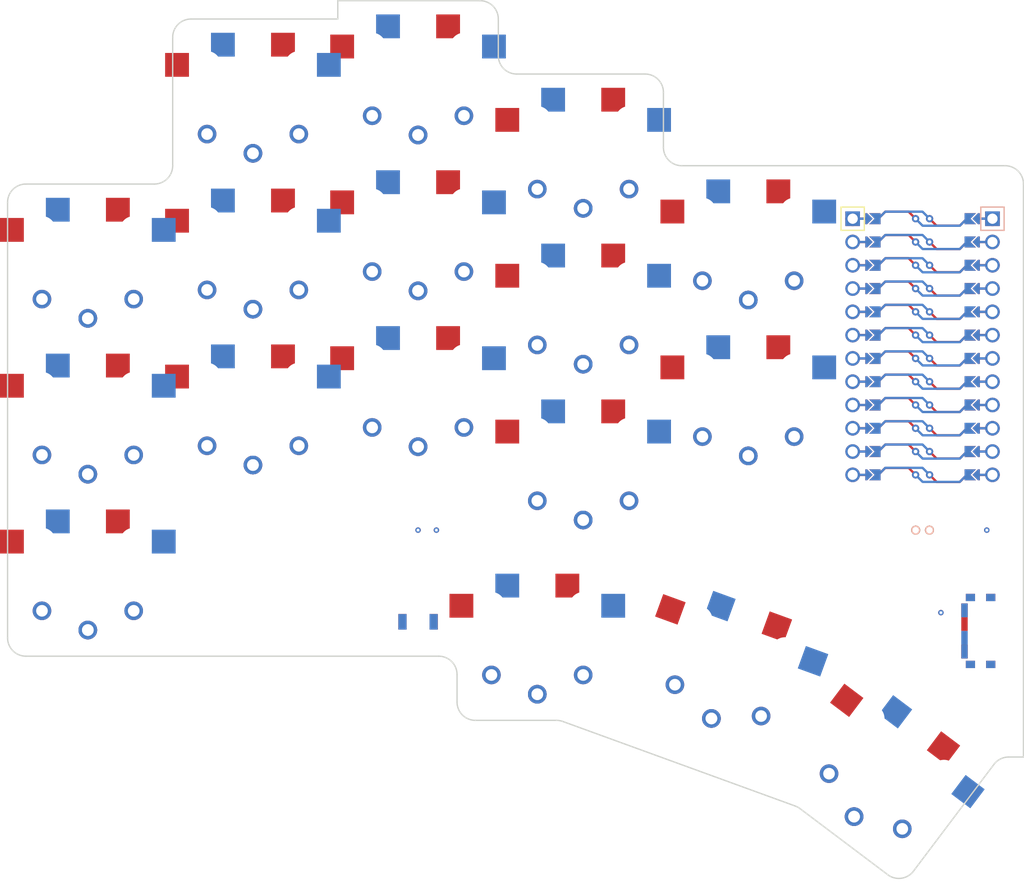
<source format=kicad_pcb>

            
(kicad_pcb (version 20171130) (host pcbnew 5.1.6)

  (page A3)
  (title_block
    (title main)
    (rev v1.0.0)
    (company Unknown)
  )

  (general
    (thickness 1.6)
  )

  (layers
    (0 F.Cu signal)
    (31 B.Cu signal)
    (32 B.Adhes user)
    (33 F.Adhes user)
    (34 B.Paste user)
    (35 F.Paste user)
    (36 B.SilkS user)
    (37 F.SilkS user)
    (38 B.Mask user)
    (39 F.Mask user)
    (40 Dwgs.User user)
    (41 Cmts.User user)
    (42 Eco1.User user)
    (43 Eco2.User user)
    (44 Edge.Cuts user)
    (45 Margin user)
    (46 B.CrtYd user)
    (47 F.CrtYd user)
    (48 B.Fab user)
    (49 F.Fab user)
  )

  (setup
    (last_trace_width 0.25)
    (trace_clearance 0.2)
    (zone_clearance 0.508)
    (zone_45_only no)
    (trace_min 0.2)
    (via_size 0.8)
    (via_drill 0.4)
    (via_min_size 0.4)
    (via_min_drill 0.3)
    (uvia_size 0.3)
    (uvia_drill 0.1)
    (uvias_allowed no)
    (uvia_min_size 0.2)
    (uvia_min_drill 0.1)
    (edge_width 0.05)
    (segment_width 0.2)
    (pcb_text_width 0.3)
    (pcb_text_size 1.5 1.5)
    (mod_edge_width 0.12)
    (mod_text_size 1 1)
    (mod_text_width 0.15)
    (pad_size 1.524 1.524)
    (pad_drill 0.762)
    (pad_to_mask_clearance 0.05)
    (aux_axis_origin 0 0)
    (visible_elements FFFFFF7F)
    (pcbplotparams
      (layerselection 0x010fc_ffffffff)
      (usegerberextensions false)
      (usegerberattributes true)
      (usegerberadvancedattributes true)
      (creategerberjobfile true)
      (excludeedgelayer true)
      (linewidth 0.100000)
      (plotframeref false)
      (viasonmask false)
      (mode 1)
      (useauxorigin false)
      (hpglpennumber 1)
      (hpglpenspeed 20)
      (hpglpendiameter 15.000000)
      (psnegative false)
      (psa4output false)
      (plotreference true)
      (plotvalue true)
      (plotinvisibletext false)
      (padsonsilk false)
      (subtractmaskfromsilk false)
      (outputformat 1)
      (mirror false)
      (drillshape 1)
      (scaleselection 1)
      (outputdirectory ""))
  )

            (net 0 "")
(net 1 "P15")
(net 2 "GND")
(net 3 "P0")
(net 4 "P1")
(net 5 "P14")
(net 6 "P16")
(net 7 "P10")
(net 8 "P9")
(net 9 "P8")
(net 10 "P7")
(net 11 "P5")
(net 12 "P4")
(net 13 "P3")
(net 14 "P6")
(net 15 "P2")
(net 16 "P18")
(net 17 "P19")
(net 18 "P20")
(net 19 "RAW")
(net 20 "RST")
(net 21 "VCC")
(net 22 "P21")
(net 23 "pos")
            
  (net_class Default "This is the default net class."
    (clearance 0.2)
    (trace_width 0.25)
    (via_dia 0.8)
    (via_drill 0.4)
    (uvia_dia 0.3)
    (uvia_drill 0.1)
    (add_net "")
(add_net "P15")
(add_net "GND")
(add_net "P0")
(add_net "P1")
(add_net "P14")
(add_net "P16")
(add_net "P10")
(add_net "P9")
(add_net "P8")
(add_net "P7")
(add_net "P5")
(add_net "P4")
(add_net "P3")
(add_net "P6")
(add_net "P2")
(add_net "P18")
(add_net "P19")
(add_net "P20")
(add_net "RAW")
(add_net "RST")
(add_net "VCC")
(add_net "P21")
(add_net "pos")
  )

            
        
      (module PG1350 (layer F.Cu) (tedit 5DD50112)
      (at 0 0 0)

      
      (fp_text reference "S1" (at 0 0) (layer F.SilkS) hide (effects (font (size 1.27 1.27) (thickness 0.15))))
      (fp_text value "" (at 0 0) (layer F.SilkS) hide (effects (font (size 1.27 1.27) (thickness 0.15))))

      
      (fp_line (start -7 -6) (end -7 -7) (layer Dwgs.User) (width 0.15))
      (fp_line (start -7 7) (end -6 7) (layer Dwgs.User) (width 0.15))
      (fp_line (start -6 -7) (end -7 -7) (layer Dwgs.User) (width 0.15))
      (fp_line (start -7 7) (end -7 6) (layer Dwgs.User) (width 0.15))
      (fp_line (start 7 6) (end 7 7) (layer Dwgs.User) (width 0.15))
      (fp_line (start 7 -7) (end 6 -7) (layer Dwgs.User) (width 0.15))
      (fp_line (start 6 7) (end 7 7) (layer Dwgs.User) (width 0.15))
      (fp_line (start 7 -7) (end 7 -6) (layer Dwgs.User) (width 0.15))      
      
      
      (pad "" np_thru_hole circle (at 0 0) (size 3.429 3.429) (drill 3.429) (layers *.Cu *.Mask))
        
      
      (pad "" np_thru_hole circle (at 5.5 0) (size 1.7018 1.7018) (drill 1.7018) (layers *.Cu *.Mask))
      (pad "" np_thru_hole circle (at -5.5 0) (size 1.7018 1.7018) (drill 1.7018) (layers *.Cu *.Mask))
      
        
      
      (fp_line (start -9 -8.5) (end 9 -8.5) (layer Dwgs.User) (width 0.15))
      (fp_line (start 9 -8.5) (end 9 8.5) (layer Dwgs.User) (width 0.15))
      (fp_line (start 9 8.5) (end -9 8.5) (layer Dwgs.User) (width 0.15))
      (fp_line (start -9 8.5) (end -9 -8.5) (layer Dwgs.User) (width 0.15))
      
        
          
          (pad "" np_thru_hole circle (at 5 -3.75) (size 3 3) (drill 3) (layers *.Cu *.Mask))
          (pad "" np_thru_hole circle (at 0 -5.95) (size 3 3) (drill 3) (layers *.Cu *.Mask))
      
          
          (pad 1 smd rect (at -3.275 -5.95 0) (size 2.6 2.6) (layers B.Cu B.Paste B.Mask)  (net 1 "P15"))
          (pad 2 smd rect (at 8.275 -3.75 0) (size 2.6 2.6) (layers B.Cu B.Paste B.Mask)  (net 2 "GND"))
        
        
          
          (pad "" np_thru_hole circle (at -5 -3.75) (size 3 3) (drill 3) (layers *.Cu *.Mask))
          (pad "" np_thru_hole circle (at 0 -5.95) (size 3 3) (drill 3) (layers *.Cu *.Mask))
      
          
          (pad 1 smd rect (at 3.275 -5.95 0) (size 2.6 2.6) (layers F.Cu F.Paste F.Mask)  (net 1 "P15"))
          (pad 2 smd rect (at -8.275 -3.75 0) (size 2.6 2.6) (layers F.Cu F.Paste F.Mask)  (net 2 "GND"))
        )
        

        
      (module PG1350 (layer F.Cu) (tedit 5DD50112)
      (at 0 0 180)

      
      (fp_text reference "S2" (at 0 0) (layer F.SilkS) hide (effects (font (size 1.27 1.27) (thickness 0.15))))
      (fp_text value "" (at 0 0) (layer F.SilkS) hide (effects (font (size 1.27 1.27) (thickness 0.15))))

      
      (fp_line (start -7 -6) (end -7 -7) (layer Dwgs.User) (width 0.15))
      (fp_line (start -7 7) (end -6 7) (layer Dwgs.User) (width 0.15))
      (fp_line (start -6 -7) (end -7 -7) (layer Dwgs.User) (width 0.15))
      (fp_line (start -7 7) (end -7 6) (layer Dwgs.User) (width 0.15))
      (fp_line (start 7 6) (end 7 7) (layer Dwgs.User) (width 0.15))
      (fp_line (start 7 -7) (end 6 -7) (layer Dwgs.User) (width 0.15))
      (fp_line (start 6 7) (end 7 7) (layer Dwgs.User) (width 0.15))
      (fp_line (start 7 -7) (end 7 -6) (layer Dwgs.User) (width 0.15))      
      
      
      (pad "" np_thru_hole circle (at 0 0) (size 3.429 3.429) (drill 3.429) (layers *.Cu *.Mask))
        
      
      (pad "" np_thru_hole circle (at 5.5 0) (size 1.7018 1.7018) (drill 1.7018) (layers *.Cu *.Mask))
      (pad "" np_thru_hole circle (at -5.5 0) (size 1.7018 1.7018) (drill 1.7018) (layers *.Cu *.Mask))
      
        
      
      (fp_line (start -9 -8.5) (end 9 -8.5) (layer Dwgs.User) (width 0.15))
      (fp_line (start 9 -8.5) (end 9 8.5) (layer Dwgs.User) (width 0.15))
      (fp_line (start 9 8.5) (end -9 8.5) (layer Dwgs.User) (width 0.15))
      (fp_line (start -9 8.5) (end -9 -8.5) (layer Dwgs.User) (width 0.15))
      
        
            
            (pad 1 thru_hole circle (at 5 -3.8) (size 2.032 2.032) (drill 1.27) (layers *.Cu *.Mask) (net 1 "P15"))
            (pad 2 thru_hole circle (at 0 -5.9) (size 2.032 2.032) (drill 1.27) (layers *.Cu *.Mask) (net 2 "GND"))
          
        
            
            (pad 1 thru_hole circle (at -5 -3.8) (size 2.032 2.032) (drill 1.27) (layers *.Cu *.Mask) (net 1 "P15"))
            (pad 2 thru_hole circle (at -0 -5.9) (size 2.032 2.032) (drill 1.27) (layers *.Cu *.Mask) (net 2 "GND"))
          )
        

        
      (module PG1350 (layer F.Cu) (tedit 5DD50112)
      (at 0 -17 0)

      
      (fp_text reference "S3" (at 0 0) (layer F.SilkS) hide (effects (font (size 1.27 1.27) (thickness 0.15))))
      (fp_text value "" (at 0 0) (layer F.SilkS) hide (effects (font (size 1.27 1.27) (thickness 0.15))))

      
      (fp_line (start -7 -6) (end -7 -7) (layer Dwgs.User) (width 0.15))
      (fp_line (start -7 7) (end -6 7) (layer Dwgs.User) (width 0.15))
      (fp_line (start -6 -7) (end -7 -7) (layer Dwgs.User) (width 0.15))
      (fp_line (start -7 7) (end -7 6) (layer Dwgs.User) (width 0.15))
      (fp_line (start 7 6) (end 7 7) (layer Dwgs.User) (width 0.15))
      (fp_line (start 7 -7) (end 6 -7) (layer Dwgs.User) (width 0.15))
      (fp_line (start 6 7) (end 7 7) (layer Dwgs.User) (width 0.15))
      (fp_line (start 7 -7) (end 7 -6) (layer Dwgs.User) (width 0.15))      
      
      
      (pad "" np_thru_hole circle (at 0 0) (size 3.429 3.429) (drill 3.429) (layers *.Cu *.Mask))
        
      
      (pad "" np_thru_hole circle (at 5.5 0) (size 1.7018 1.7018) (drill 1.7018) (layers *.Cu *.Mask))
      (pad "" np_thru_hole circle (at -5.5 0) (size 1.7018 1.7018) (drill 1.7018) (layers *.Cu *.Mask))
      
        
      
      (fp_line (start -9 -8.5) (end 9 -8.5) (layer Dwgs.User) (width 0.15))
      (fp_line (start 9 -8.5) (end 9 8.5) (layer Dwgs.User) (width 0.15))
      (fp_line (start 9 8.5) (end -9 8.5) (layer Dwgs.User) (width 0.15))
      (fp_line (start -9 8.5) (end -9 -8.5) (layer Dwgs.User) (width 0.15))
      
        
          
          (pad "" np_thru_hole circle (at 5 -3.75) (size 3 3) (drill 3) (layers *.Cu *.Mask))
          (pad "" np_thru_hole circle (at 0 -5.95) (size 3 3) (drill 3) (layers *.Cu *.Mask))
      
          
          (pad 1 smd rect (at -3.275 -5.95 0) (size 2.6 2.6) (layers B.Cu B.Paste B.Mask)  (net 3 "P0"))
          (pad 2 smd rect (at 8.275 -3.75 0) (size 2.6 2.6) (layers B.Cu B.Paste B.Mask)  (net 2 "GND"))
        
        
          
          (pad "" np_thru_hole circle (at -5 -3.75) (size 3 3) (drill 3) (layers *.Cu *.Mask))
          (pad "" np_thru_hole circle (at 0 -5.95) (size 3 3) (drill 3) (layers *.Cu *.Mask))
      
          
          (pad 1 smd rect (at 3.275 -5.95 0) (size 2.6 2.6) (layers F.Cu F.Paste F.Mask)  (net 3 "P0"))
          (pad 2 smd rect (at -8.275 -3.75 0) (size 2.6 2.6) (layers F.Cu F.Paste F.Mask)  (net 2 "GND"))
        )
        

        
      (module PG1350 (layer F.Cu) (tedit 5DD50112)
      (at 0 -17 180)

      
      (fp_text reference "S4" (at 0 0) (layer F.SilkS) hide (effects (font (size 1.27 1.27) (thickness 0.15))))
      (fp_text value "" (at 0 0) (layer F.SilkS) hide (effects (font (size 1.27 1.27) (thickness 0.15))))

      
      (fp_line (start -7 -6) (end -7 -7) (layer Dwgs.User) (width 0.15))
      (fp_line (start -7 7) (end -6 7) (layer Dwgs.User) (width 0.15))
      (fp_line (start -6 -7) (end -7 -7) (layer Dwgs.User) (width 0.15))
      (fp_line (start -7 7) (end -7 6) (layer Dwgs.User) (width 0.15))
      (fp_line (start 7 6) (end 7 7) (layer Dwgs.User) (width 0.15))
      (fp_line (start 7 -7) (end 6 -7) (layer Dwgs.User) (width 0.15))
      (fp_line (start 6 7) (end 7 7) (layer Dwgs.User) (width 0.15))
      (fp_line (start 7 -7) (end 7 -6) (layer Dwgs.User) (width 0.15))      
      
      
      (pad "" np_thru_hole circle (at 0 0) (size 3.429 3.429) (drill 3.429) (layers *.Cu *.Mask))
        
      
      (pad "" np_thru_hole circle (at 5.5 0) (size 1.7018 1.7018) (drill 1.7018) (layers *.Cu *.Mask))
      (pad "" np_thru_hole circle (at -5.5 0) (size 1.7018 1.7018) (drill 1.7018) (layers *.Cu *.Mask))
      
        
      
      (fp_line (start -9 -8.5) (end 9 -8.5) (layer Dwgs.User) (width 0.15))
      (fp_line (start 9 -8.5) (end 9 8.5) (layer Dwgs.User) (width 0.15))
      (fp_line (start 9 8.5) (end -9 8.5) (layer Dwgs.User) (width 0.15))
      (fp_line (start -9 8.5) (end -9 -8.5) (layer Dwgs.User) (width 0.15))
      
        
            
            (pad 1 thru_hole circle (at 5 -3.8) (size 2.032 2.032) (drill 1.27) (layers *.Cu *.Mask) (net 3 "P0"))
            (pad 2 thru_hole circle (at 0 -5.9) (size 2.032 2.032) (drill 1.27) (layers *.Cu *.Mask) (net 2 "GND"))
          
        
            
            (pad 1 thru_hole circle (at -5 -3.8) (size 2.032 2.032) (drill 1.27) (layers *.Cu *.Mask) (net 3 "P0"))
            (pad 2 thru_hole circle (at -0 -5.9) (size 2.032 2.032) (drill 1.27) (layers *.Cu *.Mask) (net 2 "GND"))
          )
        

        
      (module PG1350 (layer F.Cu) (tedit 5DD50112)
      (at 0 -34 0)

      
      (fp_text reference "S5" (at 0 0) (layer F.SilkS) hide (effects (font (size 1.27 1.27) (thickness 0.15))))
      (fp_text value "" (at 0 0) (layer F.SilkS) hide (effects (font (size 1.27 1.27) (thickness 0.15))))

      
      (fp_line (start -7 -6) (end -7 -7) (layer Dwgs.User) (width 0.15))
      (fp_line (start -7 7) (end -6 7) (layer Dwgs.User) (width 0.15))
      (fp_line (start -6 -7) (end -7 -7) (layer Dwgs.User) (width 0.15))
      (fp_line (start -7 7) (end -7 6) (layer Dwgs.User) (width 0.15))
      (fp_line (start 7 6) (end 7 7) (layer Dwgs.User) (width 0.15))
      (fp_line (start 7 -7) (end 6 -7) (layer Dwgs.User) (width 0.15))
      (fp_line (start 6 7) (end 7 7) (layer Dwgs.User) (width 0.15))
      (fp_line (start 7 -7) (end 7 -6) (layer Dwgs.User) (width 0.15))      
      
      
      (pad "" np_thru_hole circle (at 0 0) (size 3.429 3.429) (drill 3.429) (layers *.Cu *.Mask))
        
      
      (pad "" np_thru_hole circle (at 5.5 0) (size 1.7018 1.7018) (drill 1.7018) (layers *.Cu *.Mask))
      (pad "" np_thru_hole circle (at -5.5 0) (size 1.7018 1.7018) (drill 1.7018) (layers *.Cu *.Mask))
      
        
      
      (fp_line (start -9 -8.5) (end 9 -8.5) (layer Dwgs.User) (width 0.15))
      (fp_line (start 9 -8.5) (end 9 8.5) (layer Dwgs.User) (width 0.15))
      (fp_line (start 9 8.5) (end -9 8.5) (layer Dwgs.User) (width 0.15))
      (fp_line (start -9 8.5) (end -9 -8.5) (layer Dwgs.User) (width 0.15))
      
        
          
          (pad "" np_thru_hole circle (at 5 -3.75) (size 3 3) (drill 3) (layers *.Cu *.Mask))
          (pad "" np_thru_hole circle (at 0 -5.95) (size 3 3) (drill 3) (layers *.Cu *.Mask))
      
          
          (pad 1 smd rect (at -3.275 -5.95 0) (size 2.6 2.6) (layers B.Cu B.Paste B.Mask)  (net 4 "P1"))
          (pad 2 smd rect (at 8.275 -3.75 0) (size 2.6 2.6) (layers B.Cu B.Paste B.Mask)  (net 2 "GND"))
        
        
          
          (pad "" np_thru_hole circle (at -5 -3.75) (size 3 3) (drill 3) (layers *.Cu *.Mask))
          (pad "" np_thru_hole circle (at 0 -5.95) (size 3 3) (drill 3) (layers *.Cu *.Mask))
      
          
          (pad 1 smd rect (at 3.275 -5.95 0) (size 2.6 2.6) (layers F.Cu F.Paste F.Mask)  (net 4 "P1"))
          (pad 2 smd rect (at -8.275 -3.75 0) (size 2.6 2.6) (layers F.Cu F.Paste F.Mask)  (net 2 "GND"))
        )
        

        
      (module PG1350 (layer F.Cu) (tedit 5DD50112)
      (at 0 -34 180)

      
      (fp_text reference "S6" (at 0 0) (layer F.SilkS) hide (effects (font (size 1.27 1.27) (thickness 0.15))))
      (fp_text value "" (at 0 0) (layer F.SilkS) hide (effects (font (size 1.27 1.27) (thickness 0.15))))

      
      (fp_line (start -7 -6) (end -7 -7) (layer Dwgs.User) (width 0.15))
      (fp_line (start -7 7) (end -6 7) (layer Dwgs.User) (width 0.15))
      (fp_line (start -6 -7) (end -7 -7) (layer Dwgs.User) (width 0.15))
      (fp_line (start -7 7) (end -7 6) (layer Dwgs.User) (width 0.15))
      (fp_line (start 7 6) (end 7 7) (layer Dwgs.User) (width 0.15))
      (fp_line (start 7 -7) (end 6 -7) (layer Dwgs.User) (width 0.15))
      (fp_line (start 6 7) (end 7 7) (layer Dwgs.User) (width 0.15))
      (fp_line (start 7 -7) (end 7 -6) (layer Dwgs.User) (width 0.15))      
      
      
      (pad "" np_thru_hole circle (at 0 0) (size 3.429 3.429) (drill 3.429) (layers *.Cu *.Mask))
        
      
      (pad "" np_thru_hole circle (at 5.5 0) (size 1.7018 1.7018) (drill 1.7018) (layers *.Cu *.Mask))
      (pad "" np_thru_hole circle (at -5.5 0) (size 1.7018 1.7018) (drill 1.7018) (layers *.Cu *.Mask))
      
        
      
      (fp_line (start -9 -8.5) (end 9 -8.5) (layer Dwgs.User) (width 0.15))
      (fp_line (start 9 -8.5) (end 9 8.5) (layer Dwgs.User) (width 0.15))
      (fp_line (start 9 8.5) (end -9 8.5) (layer Dwgs.User) (width 0.15))
      (fp_line (start -9 8.5) (end -9 -8.5) (layer Dwgs.User) (width 0.15))
      
        
            
            (pad 1 thru_hole circle (at 5 -3.8) (size 2.032 2.032) (drill 1.27) (layers *.Cu *.Mask) (net 4 "P1"))
            (pad 2 thru_hole circle (at 0 -5.9) (size 2.032 2.032) (drill 1.27) (layers *.Cu *.Mask) (net 2 "GND"))
          
        
            
            (pad 1 thru_hole circle (at -5 -3.8) (size 2.032 2.032) (drill 1.27) (layers *.Cu *.Mask) (net 4 "P1"))
            (pad 2 thru_hole circle (at -0 -5.9) (size 2.032 2.032) (drill 1.27) (layers *.Cu *.Mask) (net 2 "GND"))
          )
        

        
      (module PG1350 (layer F.Cu) (tedit 5DD50112)
      (at 18 -18 0)

      
      (fp_text reference "S7" (at 0 0) (layer F.SilkS) hide (effects (font (size 1.27 1.27) (thickness 0.15))))
      (fp_text value "" (at 0 0) (layer F.SilkS) hide (effects (font (size 1.27 1.27) (thickness 0.15))))

      
      (fp_line (start -7 -6) (end -7 -7) (layer Dwgs.User) (width 0.15))
      (fp_line (start -7 7) (end -6 7) (layer Dwgs.User) (width 0.15))
      (fp_line (start -6 -7) (end -7 -7) (layer Dwgs.User) (width 0.15))
      (fp_line (start -7 7) (end -7 6) (layer Dwgs.User) (width 0.15))
      (fp_line (start 7 6) (end 7 7) (layer Dwgs.User) (width 0.15))
      (fp_line (start 7 -7) (end 6 -7) (layer Dwgs.User) (width 0.15))
      (fp_line (start 6 7) (end 7 7) (layer Dwgs.User) (width 0.15))
      (fp_line (start 7 -7) (end 7 -6) (layer Dwgs.User) (width 0.15))      
      
      
      (pad "" np_thru_hole circle (at 0 0) (size 3.429 3.429) (drill 3.429) (layers *.Cu *.Mask))
        
      
      (pad "" np_thru_hole circle (at 5.5 0) (size 1.7018 1.7018) (drill 1.7018) (layers *.Cu *.Mask))
      (pad "" np_thru_hole circle (at -5.5 0) (size 1.7018 1.7018) (drill 1.7018) (layers *.Cu *.Mask))
      
        
      
      (fp_line (start -9 -8.5) (end 9 -8.5) (layer Dwgs.User) (width 0.15))
      (fp_line (start 9 -8.5) (end 9 8.5) (layer Dwgs.User) (width 0.15))
      (fp_line (start 9 8.5) (end -9 8.5) (layer Dwgs.User) (width 0.15))
      (fp_line (start -9 8.5) (end -9 -8.5) (layer Dwgs.User) (width 0.15))
      
        
          
          (pad "" np_thru_hole circle (at 5 -3.75) (size 3 3) (drill 3) (layers *.Cu *.Mask))
          (pad "" np_thru_hole circle (at 0 -5.95) (size 3 3) (drill 3) (layers *.Cu *.Mask))
      
          
          (pad 1 smd rect (at -3.275 -5.95 0) (size 2.6 2.6) (layers B.Cu B.Paste B.Mask)  (net 5 "P14"))
          (pad 2 smd rect (at 8.275 -3.75 0) (size 2.6 2.6) (layers B.Cu B.Paste B.Mask)  (net 2 "GND"))
        
        
          
          (pad "" np_thru_hole circle (at -5 -3.75) (size 3 3) (drill 3) (layers *.Cu *.Mask))
          (pad "" np_thru_hole circle (at 0 -5.95) (size 3 3) (drill 3) (layers *.Cu *.Mask))
      
          
          (pad 1 smd rect (at 3.275 -5.95 0) (size 2.6 2.6) (layers F.Cu F.Paste F.Mask)  (net 5 "P14"))
          (pad 2 smd rect (at -8.275 -3.75 0) (size 2.6 2.6) (layers F.Cu F.Paste F.Mask)  (net 2 "GND"))
        )
        

        
      (module PG1350 (layer F.Cu) (tedit 5DD50112)
      (at 18 -18 180)

      
      (fp_text reference "S8" (at 0 0) (layer F.SilkS) hide (effects (font (size 1.27 1.27) (thickness 0.15))))
      (fp_text value "" (at 0 0) (layer F.SilkS) hide (effects (font (size 1.27 1.27) (thickness 0.15))))

      
      (fp_line (start -7 -6) (end -7 -7) (layer Dwgs.User) (width 0.15))
      (fp_line (start -7 7) (end -6 7) (layer Dwgs.User) (width 0.15))
      (fp_line (start -6 -7) (end -7 -7) (layer Dwgs.User) (width 0.15))
      (fp_line (start -7 7) (end -7 6) (layer Dwgs.User) (width 0.15))
      (fp_line (start 7 6) (end 7 7) (layer Dwgs.User) (width 0.15))
      (fp_line (start 7 -7) (end 6 -7) (layer Dwgs.User) (width 0.15))
      (fp_line (start 6 7) (end 7 7) (layer Dwgs.User) (width 0.15))
      (fp_line (start 7 -7) (end 7 -6) (layer Dwgs.User) (width 0.15))      
      
      
      (pad "" np_thru_hole circle (at 0 0) (size 3.429 3.429) (drill 3.429) (layers *.Cu *.Mask))
        
      
      (pad "" np_thru_hole circle (at 5.5 0) (size 1.7018 1.7018) (drill 1.7018) (layers *.Cu *.Mask))
      (pad "" np_thru_hole circle (at -5.5 0) (size 1.7018 1.7018) (drill 1.7018) (layers *.Cu *.Mask))
      
        
      
      (fp_line (start -9 -8.5) (end 9 -8.5) (layer Dwgs.User) (width 0.15))
      (fp_line (start 9 -8.5) (end 9 8.5) (layer Dwgs.User) (width 0.15))
      (fp_line (start 9 8.5) (end -9 8.5) (layer Dwgs.User) (width 0.15))
      (fp_line (start -9 8.5) (end -9 -8.5) (layer Dwgs.User) (width 0.15))
      
        
            
            (pad 1 thru_hole circle (at 5 -3.8) (size 2.032 2.032) (drill 1.27) (layers *.Cu *.Mask) (net 5 "P14"))
            (pad 2 thru_hole circle (at 0 -5.9) (size 2.032 2.032) (drill 1.27) (layers *.Cu *.Mask) (net 2 "GND"))
          
        
            
            (pad 1 thru_hole circle (at -5 -3.8) (size 2.032 2.032) (drill 1.27) (layers *.Cu *.Mask) (net 5 "P14"))
            (pad 2 thru_hole circle (at -0 -5.9) (size 2.032 2.032) (drill 1.27) (layers *.Cu *.Mask) (net 2 "GND"))
          )
        

        
      (module PG1350 (layer F.Cu) (tedit 5DD50112)
      (at 18 -35 0)

      
      (fp_text reference "S9" (at 0 0) (layer F.SilkS) hide (effects (font (size 1.27 1.27) (thickness 0.15))))
      (fp_text value "" (at 0 0) (layer F.SilkS) hide (effects (font (size 1.27 1.27) (thickness 0.15))))

      
      (fp_line (start -7 -6) (end -7 -7) (layer Dwgs.User) (width 0.15))
      (fp_line (start -7 7) (end -6 7) (layer Dwgs.User) (width 0.15))
      (fp_line (start -6 -7) (end -7 -7) (layer Dwgs.User) (width 0.15))
      (fp_line (start -7 7) (end -7 6) (layer Dwgs.User) (width 0.15))
      (fp_line (start 7 6) (end 7 7) (layer Dwgs.User) (width 0.15))
      (fp_line (start 7 -7) (end 6 -7) (layer Dwgs.User) (width 0.15))
      (fp_line (start 6 7) (end 7 7) (layer Dwgs.User) (width 0.15))
      (fp_line (start 7 -7) (end 7 -6) (layer Dwgs.User) (width 0.15))      
      
      
      (pad "" np_thru_hole circle (at 0 0) (size 3.429 3.429) (drill 3.429) (layers *.Cu *.Mask))
        
      
      (pad "" np_thru_hole circle (at 5.5 0) (size 1.7018 1.7018) (drill 1.7018) (layers *.Cu *.Mask))
      (pad "" np_thru_hole circle (at -5.5 0) (size 1.7018 1.7018) (drill 1.7018) (layers *.Cu *.Mask))
      
        
      
      (fp_line (start -9 -8.5) (end 9 -8.5) (layer Dwgs.User) (width 0.15))
      (fp_line (start 9 -8.5) (end 9 8.5) (layer Dwgs.User) (width 0.15))
      (fp_line (start 9 8.5) (end -9 8.5) (layer Dwgs.User) (width 0.15))
      (fp_line (start -9 8.5) (end -9 -8.5) (layer Dwgs.User) (width 0.15))
      
        
          
          (pad "" np_thru_hole circle (at 5 -3.75) (size 3 3) (drill 3) (layers *.Cu *.Mask))
          (pad "" np_thru_hole circle (at 0 -5.95) (size 3 3) (drill 3) (layers *.Cu *.Mask))
      
          
          (pad 1 smd rect (at -3.275 -5.95 0) (size 2.6 2.6) (layers B.Cu B.Paste B.Mask)  (net 6 "P16"))
          (pad 2 smd rect (at 8.275 -3.75 0) (size 2.6 2.6) (layers B.Cu B.Paste B.Mask)  (net 2 "GND"))
        
        
          
          (pad "" np_thru_hole circle (at -5 -3.75) (size 3 3) (drill 3) (layers *.Cu *.Mask))
          (pad "" np_thru_hole circle (at 0 -5.95) (size 3 3) (drill 3) (layers *.Cu *.Mask))
      
          
          (pad 1 smd rect (at 3.275 -5.95 0) (size 2.6 2.6) (layers F.Cu F.Paste F.Mask)  (net 6 "P16"))
          (pad 2 smd rect (at -8.275 -3.75 0) (size 2.6 2.6) (layers F.Cu F.Paste F.Mask)  (net 2 "GND"))
        )
        

        
      (module PG1350 (layer F.Cu) (tedit 5DD50112)
      (at 18 -35 180)

      
      (fp_text reference "S10" (at 0 0) (layer F.SilkS) hide (effects (font (size 1.27 1.27) (thickness 0.15))))
      (fp_text value "" (at 0 0) (layer F.SilkS) hide (effects (font (size 1.27 1.27) (thickness 0.15))))

      
      (fp_line (start -7 -6) (end -7 -7) (layer Dwgs.User) (width 0.15))
      (fp_line (start -7 7) (end -6 7) (layer Dwgs.User) (width 0.15))
      (fp_line (start -6 -7) (end -7 -7) (layer Dwgs.User) (width 0.15))
      (fp_line (start -7 7) (end -7 6) (layer Dwgs.User) (width 0.15))
      (fp_line (start 7 6) (end 7 7) (layer Dwgs.User) (width 0.15))
      (fp_line (start 7 -7) (end 6 -7) (layer Dwgs.User) (width 0.15))
      (fp_line (start 6 7) (end 7 7) (layer Dwgs.User) (width 0.15))
      (fp_line (start 7 -7) (end 7 -6) (layer Dwgs.User) (width 0.15))      
      
      
      (pad "" np_thru_hole circle (at 0 0) (size 3.429 3.429) (drill 3.429) (layers *.Cu *.Mask))
        
      
      (pad "" np_thru_hole circle (at 5.5 0) (size 1.7018 1.7018) (drill 1.7018) (layers *.Cu *.Mask))
      (pad "" np_thru_hole circle (at -5.5 0) (size 1.7018 1.7018) (drill 1.7018) (layers *.Cu *.Mask))
      
        
      
      (fp_line (start -9 -8.5) (end 9 -8.5) (layer Dwgs.User) (width 0.15))
      (fp_line (start 9 -8.5) (end 9 8.5) (layer Dwgs.User) (width 0.15))
      (fp_line (start 9 8.5) (end -9 8.5) (layer Dwgs.User) (width 0.15))
      (fp_line (start -9 8.5) (end -9 -8.5) (layer Dwgs.User) (width 0.15))
      
        
            
            (pad 1 thru_hole circle (at 5 -3.8) (size 2.032 2.032) (drill 1.27) (layers *.Cu *.Mask) (net 6 "P16"))
            (pad 2 thru_hole circle (at 0 -5.9) (size 2.032 2.032) (drill 1.27) (layers *.Cu *.Mask) (net 2 "GND"))
          
        
            
            (pad 1 thru_hole circle (at -5 -3.8) (size 2.032 2.032) (drill 1.27) (layers *.Cu *.Mask) (net 6 "P16"))
            (pad 2 thru_hole circle (at -0 -5.9) (size 2.032 2.032) (drill 1.27) (layers *.Cu *.Mask) (net 2 "GND"))
          )
        

        
      (module PG1350 (layer F.Cu) (tedit 5DD50112)
      (at 18 -52 0)

      
      (fp_text reference "S11" (at 0 0) (layer F.SilkS) hide (effects (font (size 1.27 1.27) (thickness 0.15))))
      (fp_text value "" (at 0 0) (layer F.SilkS) hide (effects (font (size 1.27 1.27) (thickness 0.15))))

      
      (fp_line (start -7 -6) (end -7 -7) (layer Dwgs.User) (width 0.15))
      (fp_line (start -7 7) (end -6 7) (layer Dwgs.User) (width 0.15))
      (fp_line (start -6 -7) (end -7 -7) (layer Dwgs.User) (width 0.15))
      (fp_line (start -7 7) (end -7 6) (layer Dwgs.User) (width 0.15))
      (fp_line (start 7 6) (end 7 7) (layer Dwgs.User) (width 0.15))
      (fp_line (start 7 -7) (end 6 -7) (layer Dwgs.User) (width 0.15))
      (fp_line (start 6 7) (end 7 7) (layer Dwgs.User) (width 0.15))
      (fp_line (start 7 -7) (end 7 -6) (layer Dwgs.User) (width 0.15))      
      
      
      (pad "" np_thru_hole circle (at 0 0) (size 3.429 3.429) (drill 3.429) (layers *.Cu *.Mask))
        
      
      (pad "" np_thru_hole circle (at 5.5 0) (size 1.7018 1.7018) (drill 1.7018) (layers *.Cu *.Mask))
      (pad "" np_thru_hole circle (at -5.5 0) (size 1.7018 1.7018) (drill 1.7018) (layers *.Cu *.Mask))
      
        
      
      (fp_line (start -9 -8.5) (end 9 -8.5) (layer Dwgs.User) (width 0.15))
      (fp_line (start 9 -8.5) (end 9 8.5) (layer Dwgs.User) (width 0.15))
      (fp_line (start 9 8.5) (end -9 8.5) (layer Dwgs.User) (width 0.15))
      (fp_line (start -9 8.5) (end -9 -8.5) (layer Dwgs.User) (width 0.15))
      
        
          
          (pad "" np_thru_hole circle (at 5 -3.75) (size 3 3) (drill 3) (layers *.Cu *.Mask))
          (pad "" np_thru_hole circle (at 0 -5.95) (size 3 3) (drill 3) (layers *.Cu *.Mask))
      
          
          (pad 1 smd rect (at -3.275 -5.95 0) (size 2.6 2.6) (layers B.Cu B.Paste B.Mask)  (net 7 "P10"))
          (pad 2 smd rect (at 8.275 -3.75 0) (size 2.6 2.6) (layers B.Cu B.Paste B.Mask)  (net 2 "GND"))
        
        
          
          (pad "" np_thru_hole circle (at -5 -3.75) (size 3 3) (drill 3) (layers *.Cu *.Mask))
          (pad "" np_thru_hole circle (at 0 -5.95) (size 3 3) (drill 3) (layers *.Cu *.Mask))
      
          
          (pad 1 smd rect (at 3.275 -5.95 0) (size 2.6 2.6) (layers F.Cu F.Paste F.Mask)  (net 7 "P10"))
          (pad 2 smd rect (at -8.275 -3.75 0) (size 2.6 2.6) (layers F.Cu F.Paste F.Mask)  (net 2 "GND"))
        )
        

        
      (module PG1350 (layer F.Cu) (tedit 5DD50112)
      (at 18 -52 180)

      
      (fp_text reference "S12" (at 0 0) (layer F.SilkS) hide (effects (font (size 1.27 1.27) (thickness 0.15))))
      (fp_text value "" (at 0 0) (layer F.SilkS) hide (effects (font (size 1.27 1.27) (thickness 0.15))))

      
      (fp_line (start -7 -6) (end -7 -7) (layer Dwgs.User) (width 0.15))
      (fp_line (start -7 7) (end -6 7) (layer Dwgs.User) (width 0.15))
      (fp_line (start -6 -7) (end -7 -7) (layer Dwgs.User) (width 0.15))
      (fp_line (start -7 7) (end -7 6) (layer Dwgs.User) (width 0.15))
      (fp_line (start 7 6) (end 7 7) (layer Dwgs.User) (width 0.15))
      (fp_line (start 7 -7) (end 6 -7) (layer Dwgs.User) (width 0.15))
      (fp_line (start 6 7) (end 7 7) (layer Dwgs.User) (width 0.15))
      (fp_line (start 7 -7) (end 7 -6) (layer Dwgs.User) (width 0.15))      
      
      
      (pad "" np_thru_hole circle (at 0 0) (size 3.429 3.429) (drill 3.429) (layers *.Cu *.Mask))
        
      
      (pad "" np_thru_hole circle (at 5.5 0) (size 1.7018 1.7018) (drill 1.7018) (layers *.Cu *.Mask))
      (pad "" np_thru_hole circle (at -5.5 0) (size 1.7018 1.7018) (drill 1.7018) (layers *.Cu *.Mask))
      
        
      
      (fp_line (start -9 -8.5) (end 9 -8.5) (layer Dwgs.User) (width 0.15))
      (fp_line (start 9 -8.5) (end 9 8.5) (layer Dwgs.User) (width 0.15))
      (fp_line (start 9 8.5) (end -9 8.5) (layer Dwgs.User) (width 0.15))
      (fp_line (start -9 8.5) (end -9 -8.5) (layer Dwgs.User) (width 0.15))
      
        
            
            (pad 1 thru_hole circle (at 5 -3.8) (size 2.032 2.032) (drill 1.27) (layers *.Cu *.Mask) (net 7 "P10"))
            (pad 2 thru_hole circle (at 0 -5.9) (size 2.032 2.032) (drill 1.27) (layers *.Cu *.Mask) (net 2 "GND"))
          
        
            
            (pad 1 thru_hole circle (at -5 -3.8) (size 2.032 2.032) (drill 1.27) (layers *.Cu *.Mask) (net 7 "P10"))
            (pad 2 thru_hole circle (at -0 -5.9) (size 2.032 2.032) (drill 1.27) (layers *.Cu *.Mask) (net 2 "GND"))
          )
        

        
      (module PG1350 (layer F.Cu) (tedit 5DD50112)
      (at 36 -20 0)

      
      (fp_text reference "S13" (at 0 0) (layer F.SilkS) hide (effects (font (size 1.27 1.27) (thickness 0.15))))
      (fp_text value "" (at 0 0) (layer F.SilkS) hide (effects (font (size 1.27 1.27) (thickness 0.15))))

      
      (fp_line (start -7 -6) (end -7 -7) (layer Dwgs.User) (width 0.15))
      (fp_line (start -7 7) (end -6 7) (layer Dwgs.User) (width 0.15))
      (fp_line (start -6 -7) (end -7 -7) (layer Dwgs.User) (width 0.15))
      (fp_line (start -7 7) (end -7 6) (layer Dwgs.User) (width 0.15))
      (fp_line (start 7 6) (end 7 7) (layer Dwgs.User) (width 0.15))
      (fp_line (start 7 -7) (end 6 -7) (layer Dwgs.User) (width 0.15))
      (fp_line (start 6 7) (end 7 7) (layer Dwgs.User) (width 0.15))
      (fp_line (start 7 -7) (end 7 -6) (layer Dwgs.User) (width 0.15))      
      
      
      (pad "" np_thru_hole circle (at 0 0) (size 3.429 3.429) (drill 3.429) (layers *.Cu *.Mask))
        
      
      (pad "" np_thru_hole circle (at 5.5 0) (size 1.7018 1.7018) (drill 1.7018) (layers *.Cu *.Mask))
      (pad "" np_thru_hole circle (at -5.5 0) (size 1.7018 1.7018) (drill 1.7018) (layers *.Cu *.Mask))
      
        
      
      (fp_line (start -9 -8.5) (end 9 -8.5) (layer Dwgs.User) (width 0.15))
      (fp_line (start 9 -8.5) (end 9 8.5) (layer Dwgs.User) (width 0.15))
      (fp_line (start 9 8.5) (end -9 8.5) (layer Dwgs.User) (width 0.15))
      (fp_line (start -9 8.5) (end -9 -8.5) (layer Dwgs.User) (width 0.15))
      
        
          
          (pad "" np_thru_hole circle (at 5 -3.75) (size 3 3) (drill 3) (layers *.Cu *.Mask))
          (pad "" np_thru_hole circle (at 0 -5.95) (size 3 3) (drill 3) (layers *.Cu *.Mask))
      
          
          (pad 1 smd rect (at -3.275 -5.95 0) (size 2.6 2.6) (layers B.Cu B.Paste B.Mask)  (net 8 "P9"))
          (pad 2 smd rect (at 8.275 -3.75 0) (size 2.6 2.6) (layers B.Cu B.Paste B.Mask)  (net 2 "GND"))
        
        
          
          (pad "" np_thru_hole circle (at -5 -3.75) (size 3 3) (drill 3) (layers *.Cu *.Mask))
          (pad "" np_thru_hole circle (at 0 -5.95) (size 3 3) (drill 3) (layers *.Cu *.Mask))
      
          
          (pad 1 smd rect (at 3.275 -5.95 0) (size 2.6 2.6) (layers F.Cu F.Paste F.Mask)  (net 8 "P9"))
          (pad 2 smd rect (at -8.275 -3.75 0) (size 2.6 2.6) (layers F.Cu F.Paste F.Mask)  (net 2 "GND"))
        )
        

        
      (module PG1350 (layer F.Cu) (tedit 5DD50112)
      (at 36 -20 180)

      
      (fp_text reference "S14" (at 0 0) (layer F.SilkS) hide (effects (font (size 1.27 1.27) (thickness 0.15))))
      (fp_text value "" (at 0 0) (layer F.SilkS) hide (effects (font (size 1.27 1.27) (thickness 0.15))))

      
      (fp_line (start -7 -6) (end -7 -7) (layer Dwgs.User) (width 0.15))
      (fp_line (start -7 7) (end -6 7) (layer Dwgs.User) (width 0.15))
      (fp_line (start -6 -7) (end -7 -7) (layer Dwgs.User) (width 0.15))
      (fp_line (start -7 7) (end -7 6) (layer Dwgs.User) (width 0.15))
      (fp_line (start 7 6) (end 7 7) (layer Dwgs.User) (width 0.15))
      (fp_line (start 7 -7) (end 6 -7) (layer Dwgs.User) (width 0.15))
      (fp_line (start 6 7) (end 7 7) (layer Dwgs.User) (width 0.15))
      (fp_line (start 7 -7) (end 7 -6) (layer Dwgs.User) (width 0.15))      
      
      
      (pad "" np_thru_hole circle (at 0 0) (size 3.429 3.429) (drill 3.429) (layers *.Cu *.Mask))
        
      
      (pad "" np_thru_hole circle (at 5.5 0) (size 1.7018 1.7018) (drill 1.7018) (layers *.Cu *.Mask))
      (pad "" np_thru_hole circle (at -5.5 0) (size 1.7018 1.7018) (drill 1.7018) (layers *.Cu *.Mask))
      
        
      
      (fp_line (start -9 -8.5) (end 9 -8.5) (layer Dwgs.User) (width 0.15))
      (fp_line (start 9 -8.5) (end 9 8.5) (layer Dwgs.User) (width 0.15))
      (fp_line (start 9 8.5) (end -9 8.5) (layer Dwgs.User) (width 0.15))
      (fp_line (start -9 8.5) (end -9 -8.5) (layer Dwgs.User) (width 0.15))
      
        
            
            (pad 1 thru_hole circle (at 5 -3.8) (size 2.032 2.032) (drill 1.27) (layers *.Cu *.Mask) (net 8 "P9"))
            (pad 2 thru_hole circle (at 0 -5.9) (size 2.032 2.032) (drill 1.27) (layers *.Cu *.Mask) (net 2 "GND"))
          
        
            
            (pad 1 thru_hole circle (at -5 -3.8) (size 2.032 2.032) (drill 1.27) (layers *.Cu *.Mask) (net 8 "P9"))
            (pad 2 thru_hole circle (at -0 -5.9) (size 2.032 2.032) (drill 1.27) (layers *.Cu *.Mask) (net 2 "GND"))
          )
        

        
      (module PG1350 (layer F.Cu) (tedit 5DD50112)
      (at 36 -37 0)

      
      (fp_text reference "S15" (at 0 0) (layer F.SilkS) hide (effects (font (size 1.27 1.27) (thickness 0.15))))
      (fp_text value "" (at 0 0) (layer F.SilkS) hide (effects (font (size 1.27 1.27) (thickness 0.15))))

      
      (fp_line (start -7 -6) (end -7 -7) (layer Dwgs.User) (width 0.15))
      (fp_line (start -7 7) (end -6 7) (layer Dwgs.User) (width 0.15))
      (fp_line (start -6 -7) (end -7 -7) (layer Dwgs.User) (width 0.15))
      (fp_line (start -7 7) (end -7 6) (layer Dwgs.User) (width 0.15))
      (fp_line (start 7 6) (end 7 7) (layer Dwgs.User) (width 0.15))
      (fp_line (start 7 -7) (end 6 -7) (layer Dwgs.User) (width 0.15))
      (fp_line (start 6 7) (end 7 7) (layer Dwgs.User) (width 0.15))
      (fp_line (start 7 -7) (end 7 -6) (layer Dwgs.User) (width 0.15))      
      
      
      (pad "" np_thru_hole circle (at 0 0) (size 3.429 3.429) (drill 3.429) (layers *.Cu *.Mask))
        
      
      (pad "" np_thru_hole circle (at 5.5 0) (size 1.7018 1.7018) (drill 1.7018) (layers *.Cu *.Mask))
      (pad "" np_thru_hole circle (at -5.5 0) (size 1.7018 1.7018) (drill 1.7018) (layers *.Cu *.Mask))
      
        
      
      (fp_line (start -9 -8.5) (end 9 -8.5) (layer Dwgs.User) (width 0.15))
      (fp_line (start 9 -8.5) (end 9 8.5) (layer Dwgs.User) (width 0.15))
      (fp_line (start 9 8.5) (end -9 8.5) (layer Dwgs.User) (width 0.15))
      (fp_line (start -9 8.5) (end -9 -8.5) (layer Dwgs.User) (width 0.15))
      
        
          
          (pad "" np_thru_hole circle (at 5 -3.75) (size 3 3) (drill 3) (layers *.Cu *.Mask))
          (pad "" np_thru_hole circle (at 0 -5.95) (size 3 3) (drill 3) (layers *.Cu *.Mask))
      
          
          (pad 1 smd rect (at -3.275 -5.95 0) (size 2.6 2.6) (layers B.Cu B.Paste B.Mask)  (net 9 "P8"))
          (pad 2 smd rect (at 8.275 -3.75 0) (size 2.6 2.6) (layers B.Cu B.Paste B.Mask)  (net 2 "GND"))
        
        
          
          (pad "" np_thru_hole circle (at -5 -3.75) (size 3 3) (drill 3) (layers *.Cu *.Mask))
          (pad "" np_thru_hole circle (at 0 -5.95) (size 3 3) (drill 3) (layers *.Cu *.Mask))
      
          
          (pad 1 smd rect (at 3.275 -5.95 0) (size 2.6 2.6) (layers F.Cu F.Paste F.Mask)  (net 9 "P8"))
          (pad 2 smd rect (at -8.275 -3.75 0) (size 2.6 2.6) (layers F.Cu F.Paste F.Mask)  (net 2 "GND"))
        )
        

        
      (module PG1350 (layer F.Cu) (tedit 5DD50112)
      (at 36 -37 180)

      
      (fp_text reference "S16" (at 0 0) (layer F.SilkS) hide (effects (font (size 1.27 1.27) (thickness 0.15))))
      (fp_text value "" (at 0 0) (layer F.SilkS) hide (effects (font (size 1.27 1.27) (thickness 0.15))))

      
      (fp_line (start -7 -6) (end -7 -7) (layer Dwgs.User) (width 0.15))
      (fp_line (start -7 7) (end -6 7) (layer Dwgs.User) (width 0.15))
      (fp_line (start -6 -7) (end -7 -7) (layer Dwgs.User) (width 0.15))
      (fp_line (start -7 7) (end -7 6) (layer Dwgs.User) (width 0.15))
      (fp_line (start 7 6) (end 7 7) (layer Dwgs.User) (width 0.15))
      (fp_line (start 7 -7) (end 6 -7) (layer Dwgs.User) (width 0.15))
      (fp_line (start 6 7) (end 7 7) (layer Dwgs.User) (width 0.15))
      (fp_line (start 7 -7) (end 7 -6) (layer Dwgs.User) (width 0.15))      
      
      
      (pad "" np_thru_hole circle (at 0 0) (size 3.429 3.429) (drill 3.429) (layers *.Cu *.Mask))
        
      
      (pad "" np_thru_hole circle (at 5.5 0) (size 1.7018 1.7018) (drill 1.7018) (layers *.Cu *.Mask))
      (pad "" np_thru_hole circle (at -5.5 0) (size 1.7018 1.7018) (drill 1.7018) (layers *.Cu *.Mask))
      
        
      
      (fp_line (start -9 -8.5) (end 9 -8.5) (layer Dwgs.User) (width 0.15))
      (fp_line (start 9 -8.5) (end 9 8.5) (layer Dwgs.User) (width 0.15))
      (fp_line (start 9 8.5) (end -9 8.5) (layer Dwgs.User) (width 0.15))
      (fp_line (start -9 8.5) (end -9 -8.5) (layer Dwgs.User) (width 0.15))
      
        
            
            (pad 1 thru_hole circle (at 5 -3.8) (size 2.032 2.032) (drill 1.27) (layers *.Cu *.Mask) (net 9 "P8"))
            (pad 2 thru_hole circle (at 0 -5.9) (size 2.032 2.032) (drill 1.27) (layers *.Cu *.Mask) (net 2 "GND"))
          
        
            
            (pad 1 thru_hole circle (at -5 -3.8) (size 2.032 2.032) (drill 1.27) (layers *.Cu *.Mask) (net 9 "P8"))
            (pad 2 thru_hole circle (at -0 -5.9) (size 2.032 2.032) (drill 1.27) (layers *.Cu *.Mask) (net 2 "GND"))
          )
        

        
      (module PG1350 (layer F.Cu) (tedit 5DD50112)
      (at 36 -54 0)

      
      (fp_text reference "S17" (at 0 0) (layer F.SilkS) hide (effects (font (size 1.27 1.27) (thickness 0.15))))
      (fp_text value "" (at 0 0) (layer F.SilkS) hide (effects (font (size 1.27 1.27) (thickness 0.15))))

      
      (fp_line (start -7 -6) (end -7 -7) (layer Dwgs.User) (width 0.15))
      (fp_line (start -7 7) (end -6 7) (layer Dwgs.User) (width 0.15))
      (fp_line (start -6 -7) (end -7 -7) (layer Dwgs.User) (width 0.15))
      (fp_line (start -7 7) (end -7 6) (layer Dwgs.User) (width 0.15))
      (fp_line (start 7 6) (end 7 7) (layer Dwgs.User) (width 0.15))
      (fp_line (start 7 -7) (end 6 -7) (layer Dwgs.User) (width 0.15))
      (fp_line (start 6 7) (end 7 7) (layer Dwgs.User) (width 0.15))
      (fp_line (start 7 -7) (end 7 -6) (layer Dwgs.User) (width 0.15))      
      
      
      (pad "" np_thru_hole circle (at 0 0) (size 3.429 3.429) (drill 3.429) (layers *.Cu *.Mask))
        
      
      (pad "" np_thru_hole circle (at 5.5 0) (size 1.7018 1.7018) (drill 1.7018) (layers *.Cu *.Mask))
      (pad "" np_thru_hole circle (at -5.5 0) (size 1.7018 1.7018) (drill 1.7018) (layers *.Cu *.Mask))
      
        
      
      (fp_line (start -9 -8.5) (end 9 -8.5) (layer Dwgs.User) (width 0.15))
      (fp_line (start 9 -8.5) (end 9 8.5) (layer Dwgs.User) (width 0.15))
      (fp_line (start 9 8.5) (end -9 8.5) (layer Dwgs.User) (width 0.15))
      (fp_line (start -9 8.5) (end -9 -8.5) (layer Dwgs.User) (width 0.15))
      
        
          
          (pad "" np_thru_hole circle (at 5 -3.75) (size 3 3) (drill 3) (layers *.Cu *.Mask))
          (pad "" np_thru_hole circle (at 0 -5.95) (size 3 3) (drill 3) (layers *.Cu *.Mask))
      
          
          (pad 1 smd rect (at -3.275 -5.95 0) (size 2.6 2.6) (layers B.Cu B.Paste B.Mask)  (net 10 "P7"))
          (pad 2 smd rect (at 8.275 -3.75 0) (size 2.6 2.6) (layers B.Cu B.Paste B.Mask)  (net 2 "GND"))
        
        
          
          (pad "" np_thru_hole circle (at -5 -3.75) (size 3 3) (drill 3) (layers *.Cu *.Mask))
          (pad "" np_thru_hole circle (at 0 -5.95) (size 3 3) (drill 3) (layers *.Cu *.Mask))
      
          
          (pad 1 smd rect (at 3.275 -5.95 0) (size 2.6 2.6) (layers F.Cu F.Paste F.Mask)  (net 10 "P7"))
          (pad 2 smd rect (at -8.275 -3.75 0) (size 2.6 2.6) (layers F.Cu F.Paste F.Mask)  (net 2 "GND"))
        )
        

        
      (module PG1350 (layer F.Cu) (tedit 5DD50112)
      (at 36 -54 180)

      
      (fp_text reference "S18" (at 0 0) (layer F.SilkS) hide (effects (font (size 1.27 1.27) (thickness 0.15))))
      (fp_text value "" (at 0 0) (layer F.SilkS) hide (effects (font (size 1.27 1.27) (thickness 0.15))))

      
      (fp_line (start -7 -6) (end -7 -7) (layer Dwgs.User) (width 0.15))
      (fp_line (start -7 7) (end -6 7) (layer Dwgs.User) (width 0.15))
      (fp_line (start -6 -7) (end -7 -7) (layer Dwgs.User) (width 0.15))
      (fp_line (start -7 7) (end -7 6) (layer Dwgs.User) (width 0.15))
      (fp_line (start 7 6) (end 7 7) (layer Dwgs.User) (width 0.15))
      (fp_line (start 7 -7) (end 6 -7) (layer Dwgs.User) (width 0.15))
      (fp_line (start 6 7) (end 7 7) (layer Dwgs.User) (width 0.15))
      (fp_line (start 7 -7) (end 7 -6) (layer Dwgs.User) (width 0.15))      
      
      
      (pad "" np_thru_hole circle (at 0 0) (size 3.429 3.429) (drill 3.429) (layers *.Cu *.Mask))
        
      
      (pad "" np_thru_hole circle (at 5.5 0) (size 1.7018 1.7018) (drill 1.7018) (layers *.Cu *.Mask))
      (pad "" np_thru_hole circle (at -5.5 0) (size 1.7018 1.7018) (drill 1.7018) (layers *.Cu *.Mask))
      
        
      
      (fp_line (start -9 -8.5) (end 9 -8.5) (layer Dwgs.User) (width 0.15))
      (fp_line (start 9 -8.5) (end 9 8.5) (layer Dwgs.User) (width 0.15))
      (fp_line (start 9 8.5) (end -9 8.5) (layer Dwgs.User) (width 0.15))
      (fp_line (start -9 8.5) (end -9 -8.5) (layer Dwgs.User) (width 0.15))
      
        
            
            (pad 1 thru_hole circle (at 5 -3.8) (size 2.032 2.032) (drill 1.27) (layers *.Cu *.Mask) (net 10 "P7"))
            (pad 2 thru_hole circle (at 0 -5.9) (size 2.032 2.032) (drill 1.27) (layers *.Cu *.Mask) (net 2 "GND"))
          
        
            
            (pad 1 thru_hole circle (at -5 -3.8) (size 2.032 2.032) (drill 1.27) (layers *.Cu *.Mask) (net 10 "P7"))
            (pad 2 thru_hole circle (at -0 -5.9) (size 2.032 2.032) (drill 1.27) (layers *.Cu *.Mask) (net 2 "GND"))
          )
        

        
      (module PG1350 (layer F.Cu) (tedit 5DD50112)
      (at 54 -12 0)

      
      (fp_text reference "S19" (at 0 0) (layer F.SilkS) hide (effects (font (size 1.27 1.27) (thickness 0.15))))
      (fp_text value "" (at 0 0) (layer F.SilkS) hide (effects (font (size 1.27 1.27) (thickness 0.15))))

      
      (fp_line (start -7 -6) (end -7 -7) (layer Dwgs.User) (width 0.15))
      (fp_line (start -7 7) (end -6 7) (layer Dwgs.User) (width 0.15))
      (fp_line (start -6 -7) (end -7 -7) (layer Dwgs.User) (width 0.15))
      (fp_line (start -7 7) (end -7 6) (layer Dwgs.User) (width 0.15))
      (fp_line (start 7 6) (end 7 7) (layer Dwgs.User) (width 0.15))
      (fp_line (start 7 -7) (end 6 -7) (layer Dwgs.User) (width 0.15))
      (fp_line (start 6 7) (end 7 7) (layer Dwgs.User) (width 0.15))
      (fp_line (start 7 -7) (end 7 -6) (layer Dwgs.User) (width 0.15))      
      
      
      (pad "" np_thru_hole circle (at 0 0) (size 3.429 3.429) (drill 3.429) (layers *.Cu *.Mask))
        
      
      (pad "" np_thru_hole circle (at 5.5 0) (size 1.7018 1.7018) (drill 1.7018) (layers *.Cu *.Mask))
      (pad "" np_thru_hole circle (at -5.5 0) (size 1.7018 1.7018) (drill 1.7018) (layers *.Cu *.Mask))
      
        
      
      (fp_line (start -9 -8.5) (end 9 -8.5) (layer Dwgs.User) (width 0.15))
      (fp_line (start 9 -8.5) (end 9 8.5) (layer Dwgs.User) (width 0.15))
      (fp_line (start 9 8.5) (end -9 8.5) (layer Dwgs.User) (width 0.15))
      (fp_line (start -9 8.5) (end -9 -8.5) (layer Dwgs.User) (width 0.15))
      
        
          
          (pad "" np_thru_hole circle (at 5 -3.75) (size 3 3) (drill 3) (layers *.Cu *.Mask))
          (pad "" np_thru_hole circle (at 0 -5.95) (size 3 3) (drill 3) (layers *.Cu *.Mask))
      
          
          (pad 1 smd rect (at -3.275 -5.95 0) (size 2.6 2.6) (layers B.Cu B.Paste B.Mask)  (net 11 "P5"))
          (pad 2 smd rect (at 8.275 -3.75 0) (size 2.6 2.6) (layers B.Cu B.Paste B.Mask)  (net 2 "GND"))
        
        
          
          (pad "" np_thru_hole circle (at -5 -3.75) (size 3 3) (drill 3) (layers *.Cu *.Mask))
          (pad "" np_thru_hole circle (at 0 -5.95) (size 3 3) (drill 3) (layers *.Cu *.Mask))
      
          
          (pad 1 smd rect (at 3.275 -5.95 0) (size 2.6 2.6) (layers F.Cu F.Paste F.Mask)  (net 11 "P5"))
          (pad 2 smd rect (at -8.275 -3.75 0) (size 2.6 2.6) (layers F.Cu F.Paste F.Mask)  (net 2 "GND"))
        )
        

        
      (module PG1350 (layer F.Cu) (tedit 5DD50112)
      (at 54 -12 180)

      
      (fp_text reference "S20" (at 0 0) (layer F.SilkS) hide (effects (font (size 1.27 1.27) (thickness 0.15))))
      (fp_text value "" (at 0 0) (layer F.SilkS) hide (effects (font (size 1.27 1.27) (thickness 0.15))))

      
      (fp_line (start -7 -6) (end -7 -7) (layer Dwgs.User) (width 0.15))
      (fp_line (start -7 7) (end -6 7) (layer Dwgs.User) (width 0.15))
      (fp_line (start -6 -7) (end -7 -7) (layer Dwgs.User) (width 0.15))
      (fp_line (start -7 7) (end -7 6) (layer Dwgs.User) (width 0.15))
      (fp_line (start 7 6) (end 7 7) (layer Dwgs.User) (width 0.15))
      (fp_line (start 7 -7) (end 6 -7) (layer Dwgs.User) (width 0.15))
      (fp_line (start 6 7) (end 7 7) (layer Dwgs.User) (width 0.15))
      (fp_line (start 7 -7) (end 7 -6) (layer Dwgs.User) (width 0.15))      
      
      
      (pad "" np_thru_hole circle (at 0 0) (size 3.429 3.429) (drill 3.429) (layers *.Cu *.Mask))
        
      
      (pad "" np_thru_hole circle (at 5.5 0) (size 1.7018 1.7018) (drill 1.7018) (layers *.Cu *.Mask))
      (pad "" np_thru_hole circle (at -5.5 0) (size 1.7018 1.7018) (drill 1.7018) (layers *.Cu *.Mask))
      
        
      
      (fp_line (start -9 -8.5) (end 9 -8.5) (layer Dwgs.User) (width 0.15))
      (fp_line (start 9 -8.5) (end 9 8.5) (layer Dwgs.User) (width 0.15))
      (fp_line (start 9 8.5) (end -9 8.5) (layer Dwgs.User) (width 0.15))
      (fp_line (start -9 8.5) (end -9 -8.5) (layer Dwgs.User) (width 0.15))
      
        
            
            (pad 1 thru_hole circle (at 5 -3.8) (size 2.032 2.032) (drill 1.27) (layers *.Cu *.Mask) (net 11 "P5"))
            (pad 2 thru_hole circle (at 0 -5.9) (size 2.032 2.032) (drill 1.27) (layers *.Cu *.Mask) (net 2 "GND"))
          
        
            
            (pad 1 thru_hole circle (at -5 -3.8) (size 2.032 2.032) (drill 1.27) (layers *.Cu *.Mask) (net 11 "P5"))
            (pad 2 thru_hole circle (at -0 -5.9) (size 2.032 2.032) (drill 1.27) (layers *.Cu *.Mask) (net 2 "GND"))
          )
        

        
      (module PG1350 (layer F.Cu) (tedit 5DD50112)
      (at 54 -29 0)

      
      (fp_text reference "S21" (at 0 0) (layer F.SilkS) hide (effects (font (size 1.27 1.27) (thickness 0.15))))
      (fp_text value "" (at 0 0) (layer F.SilkS) hide (effects (font (size 1.27 1.27) (thickness 0.15))))

      
      (fp_line (start -7 -6) (end -7 -7) (layer Dwgs.User) (width 0.15))
      (fp_line (start -7 7) (end -6 7) (layer Dwgs.User) (width 0.15))
      (fp_line (start -6 -7) (end -7 -7) (layer Dwgs.User) (width 0.15))
      (fp_line (start -7 7) (end -7 6) (layer Dwgs.User) (width 0.15))
      (fp_line (start 7 6) (end 7 7) (layer Dwgs.User) (width 0.15))
      (fp_line (start 7 -7) (end 6 -7) (layer Dwgs.User) (width 0.15))
      (fp_line (start 6 7) (end 7 7) (layer Dwgs.User) (width 0.15))
      (fp_line (start 7 -7) (end 7 -6) (layer Dwgs.User) (width 0.15))      
      
      
      (pad "" np_thru_hole circle (at 0 0) (size 3.429 3.429) (drill 3.429) (layers *.Cu *.Mask))
        
      
      (pad "" np_thru_hole circle (at 5.5 0) (size 1.7018 1.7018) (drill 1.7018) (layers *.Cu *.Mask))
      (pad "" np_thru_hole circle (at -5.5 0) (size 1.7018 1.7018) (drill 1.7018) (layers *.Cu *.Mask))
      
        
      
      (fp_line (start -9 -8.5) (end 9 -8.5) (layer Dwgs.User) (width 0.15))
      (fp_line (start 9 -8.5) (end 9 8.5) (layer Dwgs.User) (width 0.15))
      (fp_line (start 9 8.5) (end -9 8.5) (layer Dwgs.User) (width 0.15))
      (fp_line (start -9 8.5) (end -9 -8.5) (layer Dwgs.User) (width 0.15))
      
        
          
          (pad "" np_thru_hole circle (at 5 -3.75) (size 3 3) (drill 3) (layers *.Cu *.Mask))
          (pad "" np_thru_hole circle (at 0 -5.95) (size 3 3) (drill 3) (layers *.Cu *.Mask))
      
          
          (pad 1 smd rect (at -3.275 -5.95 0) (size 2.6 2.6) (layers B.Cu B.Paste B.Mask)  (net 12 "P4"))
          (pad 2 smd rect (at 8.275 -3.75 0) (size 2.6 2.6) (layers B.Cu B.Paste B.Mask)  (net 2 "GND"))
        
        
          
          (pad "" np_thru_hole circle (at -5 -3.75) (size 3 3) (drill 3) (layers *.Cu *.Mask))
          (pad "" np_thru_hole circle (at 0 -5.95) (size 3 3) (drill 3) (layers *.Cu *.Mask))
      
          
          (pad 1 smd rect (at 3.275 -5.95 0) (size 2.6 2.6) (layers F.Cu F.Paste F.Mask)  (net 12 "P4"))
          (pad 2 smd rect (at -8.275 -3.75 0) (size 2.6 2.6) (layers F.Cu F.Paste F.Mask)  (net 2 "GND"))
        )
        

        
      (module PG1350 (layer F.Cu) (tedit 5DD50112)
      (at 54 -29 180)

      
      (fp_text reference "S22" (at 0 0) (layer F.SilkS) hide (effects (font (size 1.27 1.27) (thickness 0.15))))
      (fp_text value "" (at 0 0) (layer F.SilkS) hide (effects (font (size 1.27 1.27) (thickness 0.15))))

      
      (fp_line (start -7 -6) (end -7 -7) (layer Dwgs.User) (width 0.15))
      (fp_line (start -7 7) (end -6 7) (layer Dwgs.User) (width 0.15))
      (fp_line (start -6 -7) (end -7 -7) (layer Dwgs.User) (width 0.15))
      (fp_line (start -7 7) (end -7 6) (layer Dwgs.User) (width 0.15))
      (fp_line (start 7 6) (end 7 7) (layer Dwgs.User) (width 0.15))
      (fp_line (start 7 -7) (end 6 -7) (layer Dwgs.User) (width 0.15))
      (fp_line (start 6 7) (end 7 7) (layer Dwgs.User) (width 0.15))
      (fp_line (start 7 -7) (end 7 -6) (layer Dwgs.User) (width 0.15))      
      
      
      (pad "" np_thru_hole circle (at 0 0) (size 3.429 3.429) (drill 3.429) (layers *.Cu *.Mask))
        
      
      (pad "" np_thru_hole circle (at 5.5 0) (size 1.7018 1.7018) (drill 1.7018) (layers *.Cu *.Mask))
      (pad "" np_thru_hole circle (at -5.5 0) (size 1.7018 1.7018) (drill 1.7018) (layers *.Cu *.Mask))
      
        
      
      (fp_line (start -9 -8.5) (end 9 -8.5) (layer Dwgs.User) (width 0.15))
      (fp_line (start 9 -8.5) (end 9 8.5) (layer Dwgs.User) (width 0.15))
      (fp_line (start 9 8.5) (end -9 8.5) (layer Dwgs.User) (width 0.15))
      (fp_line (start -9 8.5) (end -9 -8.5) (layer Dwgs.User) (width 0.15))
      
        
            
            (pad 1 thru_hole circle (at 5 -3.8) (size 2.032 2.032) (drill 1.27) (layers *.Cu *.Mask) (net 12 "P4"))
            (pad 2 thru_hole circle (at 0 -5.9) (size 2.032 2.032) (drill 1.27) (layers *.Cu *.Mask) (net 2 "GND"))
          
        
            
            (pad 1 thru_hole circle (at -5 -3.8) (size 2.032 2.032) (drill 1.27) (layers *.Cu *.Mask) (net 12 "P4"))
            (pad 2 thru_hole circle (at -0 -5.9) (size 2.032 2.032) (drill 1.27) (layers *.Cu *.Mask) (net 2 "GND"))
          )
        

        
      (module PG1350 (layer F.Cu) (tedit 5DD50112)
      (at 54 -46 0)

      
      (fp_text reference "S23" (at 0 0) (layer F.SilkS) hide (effects (font (size 1.27 1.27) (thickness 0.15))))
      (fp_text value "" (at 0 0) (layer F.SilkS) hide (effects (font (size 1.27 1.27) (thickness 0.15))))

      
      (fp_line (start -7 -6) (end -7 -7) (layer Dwgs.User) (width 0.15))
      (fp_line (start -7 7) (end -6 7) (layer Dwgs.User) (width 0.15))
      (fp_line (start -6 -7) (end -7 -7) (layer Dwgs.User) (width 0.15))
      (fp_line (start -7 7) (end -7 6) (layer Dwgs.User) (width 0.15))
      (fp_line (start 7 6) (end 7 7) (layer Dwgs.User) (width 0.15))
      (fp_line (start 7 -7) (end 6 -7) (layer Dwgs.User) (width 0.15))
      (fp_line (start 6 7) (end 7 7) (layer Dwgs.User) (width 0.15))
      (fp_line (start 7 -7) (end 7 -6) (layer Dwgs.User) (width 0.15))      
      
      
      (pad "" np_thru_hole circle (at 0 0) (size 3.429 3.429) (drill 3.429) (layers *.Cu *.Mask))
        
      
      (pad "" np_thru_hole circle (at 5.5 0) (size 1.7018 1.7018) (drill 1.7018) (layers *.Cu *.Mask))
      (pad "" np_thru_hole circle (at -5.5 0) (size 1.7018 1.7018) (drill 1.7018) (layers *.Cu *.Mask))
      
        
      
      (fp_line (start -9 -8.5) (end 9 -8.5) (layer Dwgs.User) (width 0.15))
      (fp_line (start 9 -8.5) (end 9 8.5) (layer Dwgs.User) (width 0.15))
      (fp_line (start 9 8.5) (end -9 8.5) (layer Dwgs.User) (width 0.15))
      (fp_line (start -9 8.5) (end -9 -8.5) (layer Dwgs.User) (width 0.15))
      
        
          
          (pad "" np_thru_hole circle (at 5 -3.75) (size 3 3) (drill 3) (layers *.Cu *.Mask))
          (pad "" np_thru_hole circle (at 0 -5.95) (size 3 3) (drill 3) (layers *.Cu *.Mask))
      
          
          (pad 1 smd rect (at -3.275 -5.95 0) (size 2.6 2.6) (layers B.Cu B.Paste B.Mask)  (net 13 "P3"))
          (pad 2 smd rect (at 8.275 -3.75 0) (size 2.6 2.6) (layers B.Cu B.Paste B.Mask)  (net 2 "GND"))
        
        
          
          (pad "" np_thru_hole circle (at -5 -3.75) (size 3 3) (drill 3) (layers *.Cu *.Mask))
          (pad "" np_thru_hole circle (at 0 -5.95) (size 3 3) (drill 3) (layers *.Cu *.Mask))
      
          
          (pad 1 smd rect (at 3.275 -5.95 0) (size 2.6 2.6) (layers F.Cu F.Paste F.Mask)  (net 13 "P3"))
          (pad 2 smd rect (at -8.275 -3.75 0) (size 2.6 2.6) (layers F.Cu F.Paste F.Mask)  (net 2 "GND"))
        )
        

        
      (module PG1350 (layer F.Cu) (tedit 5DD50112)
      (at 54 -46 180)

      
      (fp_text reference "S24" (at 0 0) (layer F.SilkS) hide (effects (font (size 1.27 1.27) (thickness 0.15))))
      (fp_text value "" (at 0 0) (layer F.SilkS) hide (effects (font (size 1.27 1.27) (thickness 0.15))))

      
      (fp_line (start -7 -6) (end -7 -7) (layer Dwgs.User) (width 0.15))
      (fp_line (start -7 7) (end -6 7) (layer Dwgs.User) (width 0.15))
      (fp_line (start -6 -7) (end -7 -7) (layer Dwgs.User) (width 0.15))
      (fp_line (start -7 7) (end -7 6) (layer Dwgs.User) (width 0.15))
      (fp_line (start 7 6) (end 7 7) (layer Dwgs.User) (width 0.15))
      (fp_line (start 7 -7) (end 6 -7) (layer Dwgs.User) (width 0.15))
      (fp_line (start 6 7) (end 7 7) (layer Dwgs.User) (width 0.15))
      (fp_line (start 7 -7) (end 7 -6) (layer Dwgs.User) (width 0.15))      
      
      
      (pad "" np_thru_hole circle (at 0 0) (size 3.429 3.429) (drill 3.429) (layers *.Cu *.Mask))
        
      
      (pad "" np_thru_hole circle (at 5.5 0) (size 1.7018 1.7018) (drill 1.7018) (layers *.Cu *.Mask))
      (pad "" np_thru_hole circle (at -5.5 0) (size 1.7018 1.7018) (drill 1.7018) (layers *.Cu *.Mask))
      
        
      
      (fp_line (start -9 -8.5) (end 9 -8.5) (layer Dwgs.User) (width 0.15))
      (fp_line (start 9 -8.5) (end 9 8.5) (layer Dwgs.User) (width 0.15))
      (fp_line (start 9 8.5) (end -9 8.5) (layer Dwgs.User) (width 0.15))
      (fp_line (start -9 8.5) (end -9 -8.5) (layer Dwgs.User) (width 0.15))
      
        
            
            (pad 1 thru_hole circle (at 5 -3.8) (size 2.032 2.032) (drill 1.27) (layers *.Cu *.Mask) (net 13 "P3"))
            (pad 2 thru_hole circle (at 0 -5.9) (size 2.032 2.032) (drill 1.27) (layers *.Cu *.Mask) (net 2 "GND"))
          
        
            
            (pad 1 thru_hole circle (at -5 -3.8) (size 2.032 2.032) (drill 1.27) (layers *.Cu *.Mask) (net 13 "P3"))
            (pad 2 thru_hole circle (at -0 -5.9) (size 2.032 2.032) (drill 1.27) (layers *.Cu *.Mask) (net 2 "GND"))
          )
        

        
      (module PG1350 (layer F.Cu) (tedit 5DD50112)
      (at 72 -19 0)

      
      (fp_text reference "S25" (at 0 0) (layer F.SilkS) hide (effects (font (size 1.27 1.27) (thickness 0.15))))
      (fp_text value "" (at 0 0) (layer F.SilkS) hide (effects (font (size 1.27 1.27) (thickness 0.15))))

      
      (fp_line (start -7 -6) (end -7 -7) (layer Dwgs.User) (width 0.15))
      (fp_line (start -7 7) (end -6 7) (layer Dwgs.User) (width 0.15))
      (fp_line (start -6 -7) (end -7 -7) (layer Dwgs.User) (width 0.15))
      (fp_line (start -7 7) (end -7 6) (layer Dwgs.User) (width 0.15))
      (fp_line (start 7 6) (end 7 7) (layer Dwgs.User) (width 0.15))
      (fp_line (start 7 -7) (end 6 -7) (layer Dwgs.User) (width 0.15))
      (fp_line (start 6 7) (end 7 7) (layer Dwgs.User) (width 0.15))
      (fp_line (start 7 -7) (end 7 -6) (layer Dwgs.User) (width 0.15))      
      
      
      (pad "" np_thru_hole circle (at 0 0) (size 3.429 3.429) (drill 3.429) (layers *.Cu *.Mask))
        
      
      (pad "" np_thru_hole circle (at 5.5 0) (size 1.7018 1.7018) (drill 1.7018) (layers *.Cu *.Mask))
      (pad "" np_thru_hole circle (at -5.5 0) (size 1.7018 1.7018) (drill 1.7018) (layers *.Cu *.Mask))
      
        
      
      (fp_line (start -9 -8.5) (end 9 -8.5) (layer Dwgs.User) (width 0.15))
      (fp_line (start 9 -8.5) (end 9 8.5) (layer Dwgs.User) (width 0.15))
      (fp_line (start 9 8.5) (end -9 8.5) (layer Dwgs.User) (width 0.15))
      (fp_line (start -9 8.5) (end -9 -8.5) (layer Dwgs.User) (width 0.15))
      
        
          
          (pad "" np_thru_hole circle (at 5 -3.75) (size 3 3) (drill 3) (layers *.Cu *.Mask))
          (pad "" np_thru_hole circle (at 0 -5.95) (size 3 3) (drill 3) (layers *.Cu *.Mask))
      
          
          (pad 1 smd rect (at -3.275 -5.95 0) (size 2.6 2.6) (layers B.Cu B.Paste B.Mask)  (net 14 "P6"))
          (pad 2 smd rect (at 8.275 -3.75 0) (size 2.6 2.6) (layers B.Cu B.Paste B.Mask)  (net 2 "GND"))
        
        
          
          (pad "" np_thru_hole circle (at -5 -3.75) (size 3 3) (drill 3) (layers *.Cu *.Mask))
          (pad "" np_thru_hole circle (at 0 -5.95) (size 3 3) (drill 3) (layers *.Cu *.Mask))
      
          
          (pad 1 smd rect (at 3.275 -5.95 0) (size 2.6 2.6) (layers F.Cu F.Paste F.Mask)  (net 14 "P6"))
          (pad 2 smd rect (at -8.275 -3.75 0) (size 2.6 2.6) (layers F.Cu F.Paste F.Mask)  (net 2 "GND"))
        )
        

        
      (module PG1350 (layer F.Cu) (tedit 5DD50112)
      (at 72 -19 180)

      
      (fp_text reference "S26" (at 0 0) (layer F.SilkS) hide (effects (font (size 1.27 1.27) (thickness 0.15))))
      (fp_text value "" (at 0 0) (layer F.SilkS) hide (effects (font (size 1.27 1.27) (thickness 0.15))))

      
      (fp_line (start -7 -6) (end -7 -7) (layer Dwgs.User) (width 0.15))
      (fp_line (start -7 7) (end -6 7) (layer Dwgs.User) (width 0.15))
      (fp_line (start -6 -7) (end -7 -7) (layer Dwgs.User) (width 0.15))
      (fp_line (start -7 7) (end -7 6) (layer Dwgs.User) (width 0.15))
      (fp_line (start 7 6) (end 7 7) (layer Dwgs.User) (width 0.15))
      (fp_line (start 7 -7) (end 6 -7) (layer Dwgs.User) (width 0.15))
      (fp_line (start 6 7) (end 7 7) (layer Dwgs.User) (width 0.15))
      (fp_line (start 7 -7) (end 7 -6) (layer Dwgs.User) (width 0.15))      
      
      
      (pad "" np_thru_hole circle (at 0 0) (size 3.429 3.429) (drill 3.429) (layers *.Cu *.Mask))
        
      
      (pad "" np_thru_hole circle (at 5.5 0) (size 1.7018 1.7018) (drill 1.7018) (layers *.Cu *.Mask))
      (pad "" np_thru_hole circle (at -5.5 0) (size 1.7018 1.7018) (drill 1.7018) (layers *.Cu *.Mask))
      
        
      
      (fp_line (start -9 -8.5) (end 9 -8.5) (layer Dwgs.User) (width 0.15))
      (fp_line (start 9 -8.5) (end 9 8.5) (layer Dwgs.User) (width 0.15))
      (fp_line (start 9 8.5) (end -9 8.5) (layer Dwgs.User) (width 0.15))
      (fp_line (start -9 8.5) (end -9 -8.5) (layer Dwgs.User) (width 0.15))
      
        
            
            (pad 1 thru_hole circle (at 5 -3.8) (size 2.032 2.032) (drill 1.27) (layers *.Cu *.Mask) (net 14 "P6"))
            (pad 2 thru_hole circle (at 0 -5.9) (size 2.032 2.032) (drill 1.27) (layers *.Cu *.Mask) (net 2 "GND"))
          
        
            
            (pad 1 thru_hole circle (at -5 -3.8) (size 2.032 2.032) (drill 1.27) (layers *.Cu *.Mask) (net 14 "P6"))
            (pad 2 thru_hole circle (at -0 -5.9) (size 2.032 2.032) (drill 1.27) (layers *.Cu *.Mask) (net 2 "GND"))
          )
        

        
      (module PG1350 (layer F.Cu) (tedit 5DD50112)
      (at 72 -36 0)

      
      (fp_text reference "S27" (at 0 0) (layer F.SilkS) hide (effects (font (size 1.27 1.27) (thickness 0.15))))
      (fp_text value "" (at 0 0) (layer F.SilkS) hide (effects (font (size 1.27 1.27) (thickness 0.15))))

      
      (fp_line (start -7 -6) (end -7 -7) (layer Dwgs.User) (width 0.15))
      (fp_line (start -7 7) (end -6 7) (layer Dwgs.User) (width 0.15))
      (fp_line (start -6 -7) (end -7 -7) (layer Dwgs.User) (width 0.15))
      (fp_line (start -7 7) (end -7 6) (layer Dwgs.User) (width 0.15))
      (fp_line (start 7 6) (end 7 7) (layer Dwgs.User) (width 0.15))
      (fp_line (start 7 -7) (end 6 -7) (layer Dwgs.User) (width 0.15))
      (fp_line (start 6 7) (end 7 7) (layer Dwgs.User) (width 0.15))
      (fp_line (start 7 -7) (end 7 -6) (layer Dwgs.User) (width 0.15))      
      
      
      (pad "" np_thru_hole circle (at 0 0) (size 3.429 3.429) (drill 3.429) (layers *.Cu *.Mask))
        
      
      (pad "" np_thru_hole circle (at 5.5 0) (size 1.7018 1.7018) (drill 1.7018) (layers *.Cu *.Mask))
      (pad "" np_thru_hole circle (at -5.5 0) (size 1.7018 1.7018) (drill 1.7018) (layers *.Cu *.Mask))
      
        
      
      (fp_line (start -9 -8.5) (end 9 -8.5) (layer Dwgs.User) (width 0.15))
      (fp_line (start 9 -8.5) (end 9 8.5) (layer Dwgs.User) (width 0.15))
      (fp_line (start 9 8.5) (end -9 8.5) (layer Dwgs.User) (width 0.15))
      (fp_line (start -9 8.5) (end -9 -8.5) (layer Dwgs.User) (width 0.15))
      
        
          
          (pad "" np_thru_hole circle (at 5 -3.75) (size 3 3) (drill 3) (layers *.Cu *.Mask))
          (pad "" np_thru_hole circle (at 0 -5.95) (size 3 3) (drill 3) (layers *.Cu *.Mask))
      
          
          (pad 1 smd rect (at -3.275 -5.95 0) (size 2.6 2.6) (layers B.Cu B.Paste B.Mask)  (net 15 "P2"))
          (pad 2 smd rect (at 8.275 -3.75 0) (size 2.6 2.6) (layers B.Cu B.Paste B.Mask)  (net 2 "GND"))
        
        
          
          (pad "" np_thru_hole circle (at -5 -3.75) (size 3 3) (drill 3) (layers *.Cu *.Mask))
          (pad "" np_thru_hole circle (at 0 -5.95) (size 3 3) (drill 3) (layers *.Cu *.Mask))
      
          
          (pad 1 smd rect (at 3.275 -5.95 0) (size 2.6 2.6) (layers F.Cu F.Paste F.Mask)  (net 15 "P2"))
          (pad 2 smd rect (at -8.275 -3.75 0) (size 2.6 2.6) (layers F.Cu F.Paste F.Mask)  (net 2 "GND"))
        )
        

        
      (module PG1350 (layer F.Cu) (tedit 5DD50112)
      (at 72 -36 180)

      
      (fp_text reference "S28" (at 0 0) (layer F.SilkS) hide (effects (font (size 1.27 1.27) (thickness 0.15))))
      (fp_text value "" (at 0 0) (layer F.SilkS) hide (effects (font (size 1.27 1.27) (thickness 0.15))))

      
      (fp_line (start -7 -6) (end -7 -7) (layer Dwgs.User) (width 0.15))
      (fp_line (start -7 7) (end -6 7) (layer Dwgs.User) (width 0.15))
      (fp_line (start -6 -7) (end -7 -7) (layer Dwgs.User) (width 0.15))
      (fp_line (start -7 7) (end -7 6) (layer Dwgs.User) (width 0.15))
      (fp_line (start 7 6) (end 7 7) (layer Dwgs.User) (width 0.15))
      (fp_line (start 7 -7) (end 6 -7) (layer Dwgs.User) (width 0.15))
      (fp_line (start 6 7) (end 7 7) (layer Dwgs.User) (width 0.15))
      (fp_line (start 7 -7) (end 7 -6) (layer Dwgs.User) (width 0.15))      
      
      
      (pad "" np_thru_hole circle (at 0 0) (size 3.429 3.429) (drill 3.429) (layers *.Cu *.Mask))
        
      
      (pad "" np_thru_hole circle (at 5.5 0) (size 1.7018 1.7018) (drill 1.7018) (layers *.Cu *.Mask))
      (pad "" np_thru_hole circle (at -5.5 0) (size 1.7018 1.7018) (drill 1.7018) (layers *.Cu *.Mask))
      
        
      
      (fp_line (start -9 -8.5) (end 9 -8.5) (layer Dwgs.User) (width 0.15))
      (fp_line (start 9 -8.5) (end 9 8.5) (layer Dwgs.User) (width 0.15))
      (fp_line (start 9 8.5) (end -9 8.5) (layer Dwgs.User) (width 0.15))
      (fp_line (start -9 8.5) (end -9 -8.5) (layer Dwgs.User) (width 0.15))
      
        
            
            (pad 1 thru_hole circle (at 5 -3.8) (size 2.032 2.032) (drill 1.27) (layers *.Cu *.Mask) (net 15 "P2"))
            (pad 2 thru_hole circle (at 0 -5.9) (size 2.032 2.032) (drill 1.27) (layers *.Cu *.Mask) (net 2 "GND"))
          
        
            
            (pad 1 thru_hole circle (at -5 -3.8) (size 2.032 2.032) (drill 1.27) (layers *.Cu *.Mask) (net 15 "P2"))
            (pad 2 thru_hole circle (at -0 -5.9) (size 2.032 2.032) (drill 1.27) (layers *.Cu *.Mask) (net 2 "GND"))
          )
        

        
      (module PG1350 (layer F.Cu) (tedit 5DD50112)
      (at 49 7 0)

      
      (fp_text reference "S29" (at 0 0) (layer F.SilkS) hide (effects (font (size 1.27 1.27) (thickness 0.15))))
      (fp_text value "" (at 0 0) (layer F.SilkS) hide (effects (font (size 1.27 1.27) (thickness 0.15))))

      
      (fp_line (start -7 -6) (end -7 -7) (layer Dwgs.User) (width 0.15))
      (fp_line (start -7 7) (end -6 7) (layer Dwgs.User) (width 0.15))
      (fp_line (start -6 -7) (end -7 -7) (layer Dwgs.User) (width 0.15))
      (fp_line (start -7 7) (end -7 6) (layer Dwgs.User) (width 0.15))
      (fp_line (start 7 6) (end 7 7) (layer Dwgs.User) (width 0.15))
      (fp_line (start 7 -7) (end 6 -7) (layer Dwgs.User) (width 0.15))
      (fp_line (start 6 7) (end 7 7) (layer Dwgs.User) (width 0.15))
      (fp_line (start 7 -7) (end 7 -6) (layer Dwgs.User) (width 0.15))      
      
      
      (pad "" np_thru_hole circle (at 0 0) (size 3.429 3.429) (drill 3.429) (layers *.Cu *.Mask))
        
      
      (pad "" np_thru_hole circle (at 5.5 0) (size 1.7018 1.7018) (drill 1.7018) (layers *.Cu *.Mask))
      (pad "" np_thru_hole circle (at -5.5 0) (size 1.7018 1.7018) (drill 1.7018) (layers *.Cu *.Mask))
      
        
      
      (fp_line (start -9 -8.5) (end 9 -8.5) (layer Dwgs.User) (width 0.15))
      (fp_line (start 9 -8.5) (end 9 8.5) (layer Dwgs.User) (width 0.15))
      (fp_line (start 9 8.5) (end -9 8.5) (layer Dwgs.User) (width 0.15))
      (fp_line (start -9 8.5) (end -9 -8.5) (layer Dwgs.User) (width 0.15))
      
        
          
          (pad "" np_thru_hole circle (at 5 -3.75) (size 3 3) (drill 3) (layers *.Cu *.Mask))
          (pad "" np_thru_hole circle (at 0 -5.95) (size 3 3) (drill 3) (layers *.Cu *.Mask))
      
          
          (pad 1 smd rect (at -3.275 -5.95 0) (size 2.6 2.6) (layers B.Cu B.Paste B.Mask)  (net 16 "P18"))
          (pad 2 smd rect (at 8.275 -3.75 0) (size 2.6 2.6) (layers B.Cu B.Paste B.Mask)  (net 2 "GND"))
        
        
          
          (pad "" np_thru_hole circle (at -5 -3.75) (size 3 3) (drill 3) (layers *.Cu *.Mask))
          (pad "" np_thru_hole circle (at 0 -5.95) (size 3 3) (drill 3) (layers *.Cu *.Mask))
      
          
          (pad 1 smd rect (at 3.275 -5.95 0) (size 2.6 2.6) (layers F.Cu F.Paste F.Mask)  (net 16 "P18"))
          (pad 2 smd rect (at -8.275 -3.75 0) (size 2.6 2.6) (layers F.Cu F.Paste F.Mask)  (net 2 "GND"))
        )
        

        
      (module PG1350 (layer F.Cu) (tedit 5DD50112)
      (at 49 7 180)

      
      (fp_text reference "S30" (at 0 0) (layer F.SilkS) hide (effects (font (size 1.27 1.27) (thickness 0.15))))
      (fp_text value "" (at 0 0) (layer F.SilkS) hide (effects (font (size 1.27 1.27) (thickness 0.15))))

      
      (fp_line (start -7 -6) (end -7 -7) (layer Dwgs.User) (width 0.15))
      (fp_line (start -7 7) (end -6 7) (layer Dwgs.User) (width 0.15))
      (fp_line (start -6 -7) (end -7 -7) (layer Dwgs.User) (width 0.15))
      (fp_line (start -7 7) (end -7 6) (layer Dwgs.User) (width 0.15))
      (fp_line (start 7 6) (end 7 7) (layer Dwgs.User) (width 0.15))
      (fp_line (start 7 -7) (end 6 -7) (layer Dwgs.User) (width 0.15))
      (fp_line (start 6 7) (end 7 7) (layer Dwgs.User) (width 0.15))
      (fp_line (start 7 -7) (end 7 -6) (layer Dwgs.User) (width 0.15))      
      
      
      (pad "" np_thru_hole circle (at 0 0) (size 3.429 3.429) (drill 3.429) (layers *.Cu *.Mask))
        
      
      (pad "" np_thru_hole circle (at 5.5 0) (size 1.7018 1.7018) (drill 1.7018) (layers *.Cu *.Mask))
      (pad "" np_thru_hole circle (at -5.5 0) (size 1.7018 1.7018) (drill 1.7018) (layers *.Cu *.Mask))
      
        
      
      (fp_line (start -9 -8.5) (end 9 -8.5) (layer Dwgs.User) (width 0.15))
      (fp_line (start 9 -8.5) (end 9 8.5) (layer Dwgs.User) (width 0.15))
      (fp_line (start 9 8.5) (end -9 8.5) (layer Dwgs.User) (width 0.15))
      (fp_line (start -9 8.5) (end -9 -8.5) (layer Dwgs.User) (width 0.15))
      
        
            
            (pad 1 thru_hole circle (at 5 -3.8) (size 2.032 2.032) (drill 1.27) (layers *.Cu *.Mask) (net 16 "P18"))
            (pad 2 thru_hole circle (at 0 -5.9) (size 2.032 2.032) (drill 1.27) (layers *.Cu *.Mask) (net 2 "GND"))
          
        
            
            (pad 1 thru_hole circle (at -5 -3.8) (size 2.032 2.032) (drill 1.27) (layers *.Cu *.Mask) (net 16 "P18"))
            (pad 2 thru_hole circle (at -0 -5.9) (size 2.032 2.032) (drill 1.27) (layers *.Cu *.Mask) (net 2 "GND"))
          )
        

        
      (module PG1350 (layer F.Cu) (tedit 5DD50112)
      (at 70 10 -20)

      
      (fp_text reference "S31" (at 0 0) (layer F.SilkS) hide (effects (font (size 1.27 1.27) (thickness 0.15))))
      (fp_text value "" (at 0 0) (layer F.SilkS) hide (effects (font (size 1.27 1.27) (thickness 0.15))))

      
      (fp_line (start -7 -6) (end -7 -7) (layer Dwgs.User) (width 0.15))
      (fp_line (start -7 7) (end -6 7) (layer Dwgs.User) (width 0.15))
      (fp_line (start -6 -7) (end -7 -7) (layer Dwgs.User) (width 0.15))
      (fp_line (start -7 7) (end -7 6) (layer Dwgs.User) (width 0.15))
      (fp_line (start 7 6) (end 7 7) (layer Dwgs.User) (width 0.15))
      (fp_line (start 7 -7) (end 6 -7) (layer Dwgs.User) (width 0.15))
      (fp_line (start 6 7) (end 7 7) (layer Dwgs.User) (width 0.15))
      (fp_line (start 7 -7) (end 7 -6) (layer Dwgs.User) (width 0.15))      
      
      
      (pad "" np_thru_hole circle (at 0 0) (size 3.429 3.429) (drill 3.429) (layers *.Cu *.Mask))
        
      
      (pad "" np_thru_hole circle (at 5.5 0) (size 1.7018 1.7018) (drill 1.7018) (layers *.Cu *.Mask))
      (pad "" np_thru_hole circle (at -5.5 0) (size 1.7018 1.7018) (drill 1.7018) (layers *.Cu *.Mask))
      
        
      
      (fp_line (start -9 -8.5) (end 9 -8.5) (layer Dwgs.User) (width 0.15))
      (fp_line (start 9 -8.5) (end 9 8.5) (layer Dwgs.User) (width 0.15))
      (fp_line (start 9 8.5) (end -9 8.5) (layer Dwgs.User) (width 0.15))
      (fp_line (start -9 8.5) (end -9 -8.5) (layer Dwgs.User) (width 0.15))
      
        
          
          (pad "" np_thru_hole circle (at 5 -3.75) (size 3 3) (drill 3) (layers *.Cu *.Mask))
          (pad "" np_thru_hole circle (at 0 -5.95) (size 3 3) (drill 3) (layers *.Cu *.Mask))
      
          
          (pad 1 smd rect (at -3.275 -5.95 -20) (size 2.6 2.6) (layers B.Cu B.Paste B.Mask)  (net 17 "P19"))
          (pad 2 smd rect (at 8.275 -3.75 -20) (size 2.6 2.6) (layers B.Cu B.Paste B.Mask)  (net 2 "GND"))
        
        
          
          (pad "" np_thru_hole circle (at -5 -3.75) (size 3 3) (drill 3) (layers *.Cu *.Mask))
          (pad "" np_thru_hole circle (at 0 -5.95) (size 3 3) (drill 3) (layers *.Cu *.Mask))
      
          
          (pad 1 smd rect (at 3.275 -5.95 -20) (size 2.6 2.6) (layers F.Cu F.Paste F.Mask)  (net 17 "P19"))
          (pad 2 smd rect (at -8.275 -3.75 -20) (size 2.6 2.6) (layers F.Cu F.Paste F.Mask)  (net 2 "GND"))
        )
        

        
      (module PG1350 (layer F.Cu) (tedit 5DD50112)
      (at 70 10 160)

      
      (fp_text reference "S32" (at 0 0) (layer F.SilkS) hide (effects (font (size 1.27 1.27) (thickness 0.15))))
      (fp_text value "" (at 0 0) (layer F.SilkS) hide (effects (font (size 1.27 1.27) (thickness 0.15))))

      
      (fp_line (start -7 -6) (end -7 -7) (layer Dwgs.User) (width 0.15))
      (fp_line (start -7 7) (end -6 7) (layer Dwgs.User) (width 0.15))
      (fp_line (start -6 -7) (end -7 -7) (layer Dwgs.User) (width 0.15))
      (fp_line (start -7 7) (end -7 6) (layer Dwgs.User) (width 0.15))
      (fp_line (start 7 6) (end 7 7) (layer Dwgs.User) (width 0.15))
      (fp_line (start 7 -7) (end 6 -7) (layer Dwgs.User) (width 0.15))
      (fp_line (start 6 7) (end 7 7) (layer Dwgs.User) (width 0.15))
      (fp_line (start 7 -7) (end 7 -6) (layer Dwgs.User) (width 0.15))      
      
      
      (pad "" np_thru_hole circle (at 0 0) (size 3.429 3.429) (drill 3.429) (layers *.Cu *.Mask))
        
      
      (pad "" np_thru_hole circle (at 5.5 0) (size 1.7018 1.7018) (drill 1.7018) (layers *.Cu *.Mask))
      (pad "" np_thru_hole circle (at -5.5 0) (size 1.7018 1.7018) (drill 1.7018) (layers *.Cu *.Mask))
      
        
      
      (fp_line (start -9 -8.5) (end 9 -8.5) (layer Dwgs.User) (width 0.15))
      (fp_line (start 9 -8.5) (end 9 8.5) (layer Dwgs.User) (width 0.15))
      (fp_line (start 9 8.5) (end -9 8.5) (layer Dwgs.User) (width 0.15))
      (fp_line (start -9 8.5) (end -9 -8.5) (layer Dwgs.User) (width 0.15))
      
        
            
            (pad 1 thru_hole circle (at 5 -3.8) (size 2.032 2.032) (drill 1.27) (layers *.Cu *.Mask) (net 17 "P19"))
            (pad 2 thru_hole circle (at 0 -5.9) (size 2.032 2.032) (drill 1.27) (layers *.Cu *.Mask) (net 2 "GND"))
          
        
            
            (pad 1 thru_hole circle (at -5 -3.8) (size 2.032 2.032) (drill 1.27) (layers *.Cu *.Mask) (net 17 "P19"))
            (pad 2 thru_hole circle (at -0 -5.9) (size 2.032 2.032) (drill 1.27) (layers *.Cu *.Mask) (net 2 "GND"))
          )
        

        
      (module PG1350 (layer F.Cu) (tedit 5DD50112)
      (at 87.0837517 21.538866 -37)

      
      (fp_text reference "S33" (at 0 0) (layer F.SilkS) hide (effects (font (size 1.27 1.27) (thickness 0.15))))
      (fp_text value "" (at 0 0) (layer F.SilkS) hide (effects (font (size 1.27 1.27) (thickness 0.15))))

      
      (fp_line (start -7 -6) (end -7 -7) (layer Dwgs.User) (width 0.15))
      (fp_line (start -7 7) (end -6 7) (layer Dwgs.User) (width 0.15))
      (fp_line (start -6 -7) (end -7 -7) (layer Dwgs.User) (width 0.15))
      (fp_line (start -7 7) (end -7 6) (layer Dwgs.User) (width 0.15))
      (fp_line (start 7 6) (end 7 7) (layer Dwgs.User) (width 0.15))
      (fp_line (start 7 -7) (end 6 -7) (layer Dwgs.User) (width 0.15))
      (fp_line (start 6 7) (end 7 7) (layer Dwgs.User) (width 0.15))
      (fp_line (start 7 -7) (end 7 -6) (layer Dwgs.User) (width 0.15))      
      
      
      (pad "" np_thru_hole circle (at 0 0) (size 3.429 3.429) (drill 3.429) (layers *.Cu *.Mask))
        
      
      (pad "" np_thru_hole circle (at 5.5 0) (size 1.7018 1.7018) (drill 1.7018) (layers *.Cu *.Mask))
      (pad "" np_thru_hole circle (at -5.5 0) (size 1.7018 1.7018) (drill 1.7018) (layers *.Cu *.Mask))
      
        
      
      (fp_line (start -9 -8.5) (end 9 -8.5) (layer Dwgs.User) (width 0.15))
      (fp_line (start 9 -8.5) (end 9 8.5) (layer Dwgs.User) (width 0.15))
      (fp_line (start 9 8.5) (end -9 8.5) (layer Dwgs.User) (width 0.15))
      (fp_line (start -9 8.5) (end -9 -8.5) (layer Dwgs.User) (width 0.15))
      
        
          
          (pad "" np_thru_hole circle (at 5 -3.75) (size 3 3) (drill 3) (layers *.Cu *.Mask))
          (pad "" np_thru_hole circle (at 0 -5.95) (size 3 3) (drill 3) (layers *.Cu *.Mask))
      
          
          (pad 1 smd rect (at -3.275 -5.95 -37) (size 2.6 2.6) (layers B.Cu B.Paste B.Mask)  (net 18 "P20"))
          (pad 2 smd rect (at 8.275 -3.75 -37) (size 2.6 2.6) (layers B.Cu B.Paste B.Mask)  (net 2 "GND"))
        
        
          
          (pad "" np_thru_hole circle (at -5 -3.75) (size 3 3) (drill 3) (layers *.Cu *.Mask))
          (pad "" np_thru_hole circle (at 0 -5.95) (size 3 3) (drill 3) (layers *.Cu *.Mask))
      
          
          (pad 1 smd rect (at 3.275 -5.95 -37) (size 2.6 2.6) (layers F.Cu F.Paste F.Mask)  (net 18 "P20"))
          (pad 2 smd rect (at -8.275 -3.75 -37) (size 2.6 2.6) (layers F.Cu F.Paste F.Mask)  (net 2 "GND"))
        )
        

        
      (module PG1350 (layer F.Cu) (tedit 5DD50112)
      (at 87.0837517 21.538866 143)

      
      (fp_text reference "S34" (at 0 0) (layer F.SilkS) hide (effects (font (size 1.27 1.27) (thickness 0.15))))
      (fp_text value "" (at 0 0) (layer F.SilkS) hide (effects (font (size 1.27 1.27) (thickness 0.15))))

      
      (fp_line (start -7 -6) (end -7 -7) (layer Dwgs.User) (width 0.15))
      (fp_line (start -7 7) (end -6 7) (layer Dwgs.User) (width 0.15))
      (fp_line (start -6 -7) (end -7 -7) (layer Dwgs.User) (width 0.15))
      (fp_line (start -7 7) (end -7 6) (layer Dwgs.User) (width 0.15))
      (fp_line (start 7 6) (end 7 7) (layer Dwgs.User) (width 0.15))
      (fp_line (start 7 -7) (end 6 -7) (layer Dwgs.User) (width 0.15))
      (fp_line (start 6 7) (end 7 7) (layer Dwgs.User) (width 0.15))
      (fp_line (start 7 -7) (end 7 -6) (layer Dwgs.User) (width 0.15))      
      
      
      (pad "" np_thru_hole circle (at 0 0) (size 3.429 3.429) (drill 3.429) (layers *.Cu *.Mask))
        
      
      (pad "" np_thru_hole circle (at 5.5 0) (size 1.7018 1.7018) (drill 1.7018) (layers *.Cu *.Mask))
      (pad "" np_thru_hole circle (at -5.5 0) (size 1.7018 1.7018) (drill 1.7018) (layers *.Cu *.Mask))
      
        
      
      (fp_line (start -9 -8.5) (end 9 -8.5) (layer Dwgs.User) (width 0.15))
      (fp_line (start 9 -8.5) (end 9 8.5) (layer Dwgs.User) (width 0.15))
      (fp_line (start 9 8.5) (end -9 8.5) (layer Dwgs.User) (width 0.15))
      (fp_line (start -9 8.5) (end -9 -8.5) (layer Dwgs.User) (width 0.15))
      
        
            
            (pad 1 thru_hole circle (at 5 -3.8) (size 2.032 2.032) (drill 1.27) (layers *.Cu *.Mask) (net 18 "P20"))
            (pad 2 thru_hole circle (at 0 -5.9) (size 2.032 2.032) (drill 1.27) (layers *.Cu *.Mask) (net 2 "GND"))
          
        
            
            (pad 1 thru_hole circle (at -5 -3.8) (size 2.032 2.032) (drill 1.27) (layers *.Cu *.Mask) (net 18 "P20"))
            (pad 2 thru_hole circle (at -0 -5.9) (size 2.032 2.032) (drill 1.27) (layers *.Cu *.Mask) (net 2 "GND"))
          )
        

    (module ProMicro (layer F.Cu) (tedit 6135B927)
      (at 91 -25 -90)

    
    (descr "Solder-jumper reversible Pro Micro footprint")
    (tags "promicro ProMicro reversible solder jumper")
    (fp_text reference "MCU1" (at -16.256 -0.254 0) (layer F.SilkS) hide
      (effects (font (size 1 1) (thickness 0.15)))
    )

    
    (fp_line (start -15.24 6.35) (end -12.7 6.35) (layer F.SilkS) (width 0.15))
    (fp_line (start -15.24 6.35) (end -15.24 8.89) (layer F.SilkS) (width 0.15))
    (fp_line (start -12.7 6.35) (end -12.7 8.89) (layer F.SilkS) (width 0.15))
    (fp_line (start -12.7 8.89) (end -15.24 8.89) (layer F.SilkS) (width 0.15))
    (fp_line (start -15.24 -6.35) (end -12.7 -6.35) (layer B.SilkS) (width 0.15))
    (fp_line (start -15.24 -6.35) (end -15.24 -8.89) (layer B.SilkS) (width 0.15))
    (fp_line (start -12.7 -6.35) (end -12.7 -8.89) (layer B.SilkS) (width 0.15))
    (fp_line (start -12.7 -8.89) (end -15.24 -8.89) (layer B.SilkS) (width 0.15))

    
    (fp_line (start -19.304 -3.81) (end -14.224 -3.81) (layer Dwgs.User) (width 0.15))
    (fp_line (start -19.304 3.81) (end -19.304 -3.81) (layer Dwgs.User) (width 0.15))
    (fp_line (start -14.224 3.81) (end -19.304 3.81) (layer Dwgs.User) (width 0.15))
    (fp_line (start -14.224 -3.81) (end -14.224 3.81) (layer Dwgs.User) (width 0.15))

    (fp_circle (center 13.97 0.762) (end 14.095 0.762) (layer B.Mask) (width 0.25))
    (fp_circle (center 13.97 0.762) (end 14.095 0.762) (layer F.Mask) (width 0.25))
    (fp_circle (center 13.97 -0.762) (end 14.095 -0.762) (layer B.Mask) (width 0.25))
    (fp_circle (center 13.97 -0.762) (end 14.095 -0.762) (layer F.Mask) (width 0.25))
    (fp_circle (center 11.43 0.762) (end 11.555 0.762) (layer B.Mask) (width 0.25))
    (fp_circle (center 11.43 0.762) (end 11.555 0.762) (layer F.Mask) (width 0.25))
    (fp_circle (center 11.43 -0.762) (end 11.555 -0.762) (layer B.Mask) (width 0.25))
    (fp_circle (center 11.43 -0.762) (end 11.555 -0.762) (layer F.Mask) (width 0.25))
    (fp_circle (center 8.89 0.762) (end 9.015 0.762) (layer B.Mask) (width 0.25))
    (fp_circle (center 8.89 0.762) (end 9.015 0.762) (layer F.Mask) (width 0.25))
    (fp_circle (center 8.89 -0.762) (end 9.015 -0.762) (layer B.Mask) (width 0.25))
    (fp_circle (center 8.89 -0.762) (end 9.015 -0.762) (layer F.Mask) (width 0.25))
    (fp_circle (center 6.35 0.762) (end 6.475 0.762) (layer B.Mask) (width 0.25))
    (fp_circle (center 6.35 0.762) (end 6.475 0.762) (layer F.Mask) (width 0.25))
    (fp_circle (center 6.35 -0.762) (end 6.475 -0.762) (layer B.Mask) (width 0.25))
    (fp_circle (center 6.35 -0.762) (end 6.475 -0.762) (layer F.Mask) (width 0.25))
    (fp_circle (center 3.81 0.762) (end 3.935 0.762) (layer B.Mask) (width 0.25))
    (fp_circle (center 3.81 0.762) (end 3.935 0.762) (layer F.Mask) (width 0.25))
    (fp_circle (center 3.81 -0.762) (end 3.935 -0.762) (layer B.Mask) (width 0.25))
    (fp_circle (center 3.81 -0.762) (end 3.935 -0.762) (layer F.Mask) (width 0.25))
    (fp_circle (center 1.27 0.762) (end 1.395 0.762) (layer B.Mask) (width 0.25))
    (fp_circle (center 1.27 0.762) (end 1.395 0.762) (layer F.Mask) (width 0.25))
    (fp_circle (center 1.27 -0.762) (end 1.395 -0.762) (layer B.Mask) (width 0.25))
    (fp_circle (center 1.27 -0.762) (end 1.395 -0.762) (layer F.Mask) (width 0.25))
    (fp_circle (center -1.27 0.762) (end -1.145 0.762) (layer B.Mask) (width 0.25))
    (fp_circle (center -1.27 0.762) (end -1.145 0.762) (layer F.Mask) (width 0.25))
    (fp_circle (center -1.27 -0.762) (end -1.145 -0.762) (layer B.Mask) (width 0.25))
    (fp_circle (center -1.27 -0.762) (end -1.145 -0.762) (layer F.Mask) (width 0.25))
    (fp_circle (center -3.81 0.762) (end -3.685 0.762) (layer B.Mask) (width 0.25))
    (fp_circle (center -3.81 0.762) (end -3.685 0.762) (layer F.Mask) (width 0.25))
    (fp_circle (center -3.81 -0.762) (end -3.685 -0.762) (layer B.Mask) (width 0.25))
    (fp_circle (center -3.81 -0.762) (end -3.685 -0.762) (layer F.Mask) (width 0.25))
    (fp_circle (center -6.35 0.762) (end -6.225 0.762) (layer B.Mask) (width 0.25))
    (fp_circle (center -6.35 0.762) (end -6.225 0.762) (layer F.Mask) (width 0.25))
    (fp_circle (center -6.35 -0.762) (end -6.225 -0.762) (layer B.Mask) (width 0.25))
    (fp_circle (center -6.35 -0.762) (end -6.225 -0.762) (layer F.Mask) (width 0.25))
    (fp_circle (center -8.89 0.762) (end -8.765 0.762) (layer B.Mask) (width 0.25))
    (fp_circle (center -8.89 0.762) (end -8.765 0.762) (layer F.Mask) (width 0.25))
    (fp_circle (center -8.89 -0.762) (end -8.765 -0.762) (layer B.Mask) (width 0.25))
    (fp_circle (center -8.89 -0.762) (end -8.765 -0.762) (layer F.Mask) (width 0.25))
    (fp_circle (center -11.43 -0.762) (end -11.305 -0.762) (layer B.Mask) (width 0.25))
    (fp_circle (center -11.43 -0.762) (end -11.305 -0.762) (layer F.Mask) (width 0.25))
    (fp_circle (center -11.43 0.762) (end -11.305 0.762) (layer B.Mask) (width 0.25))
    (fp_circle (center -11.43 0.762) (end -11.305 0.762) (layer F.Mask) (width 0.25))
    (fp_circle (center -13.97 0.762) (end -13.845 0.762) (layer B.Mask) (width 0.25))
    (fp_circle (center -13.97 0.762) (end -13.845 0.762) (layer F.Mask) (width 0.25))
    (fp_circle (center -13.97 -0.762) (end -13.845 -0.762) (layer B.Mask) (width 0.25))
    (fp_circle (center -13.97 -0.762) (end -13.845 -0.762) (layer F.Mask) (width 0.25))
    (fp_poly (pts (xy 14.478 -5.08) (xy 13.462 -5.08) (xy 13.462 -6.096) (xy 14.478 -6.096)) (layer B.Mask) (width 0.1))
    (fp_poly (pts (xy 11.938 -5.08) (xy 10.922 -5.08) (xy 10.922 -6.096) (xy 11.938 -6.096)) (layer B.Mask) (width 0.1))
    (fp_poly (pts (xy 9.398 -5.08) (xy 8.382 -5.08) (xy 8.382 -6.096) (xy 9.398 -6.096)) (layer B.Mask) (width 0.1))
    (fp_poly (pts (xy 6.858 -5.08) (xy 5.842 -5.08) (xy 5.842 -6.096) (xy 6.858 -6.096)) (layer B.Mask) (width 0.1))
    (fp_poly (pts (xy 4.318 -5.08) (xy 3.302 -5.08) (xy 3.302 -6.096) (xy 4.318 -6.096)) (layer B.Mask) (width 0.1))
    (fp_poly (pts (xy 1.778 -5.08) (xy 0.762 -5.08) (xy 0.762 -6.096) (xy 1.778 -6.096)) (layer B.Mask) (width 0.1))
    (fp_poly (pts (xy -0.762 -5.08) (xy -1.778 -5.08) (xy -1.778 -6.096) (xy -0.762 -6.096)) (layer B.Mask) (width 0.1))
    (fp_poly (pts (xy -3.302 -5.08) (xy -4.318 -5.08) (xy -4.318 -6.096) (xy -3.302 -6.096)) (layer B.Mask) (width 0.1))
    (fp_poly (pts (xy -5.842 -5.08) (xy -6.858 -5.08) (xy -6.858 -6.096) (xy -5.842 -6.096)) (layer B.Mask) (width 0.1))
    (fp_poly (pts (xy -8.382 -5.08) (xy -9.398 -5.08) (xy -9.398 -6.096) (xy -8.382 -6.096)) (layer B.Mask) (width 0.1))
    (fp_poly (pts (xy -10.922 -5.08) (xy -11.938 -5.08) (xy -11.938 -6.096) (xy -10.922 -6.096)) (layer B.Mask) (width 0.1))
    (fp_poly (pts (xy -13.462 -5.08) (xy -14.478 -5.08) (xy -14.478 -6.096) (xy -13.462 -6.096)) (layer B.Mask) (width 0.1))
    (fp_poly (pts (xy 13.462 5.08) (xy 14.478 5.08) (xy 14.478 6.096) (xy 13.462 6.096)) (layer B.Mask) (width 0.1))
    (fp_poly (pts (xy 10.922 5.08) (xy 11.938 5.08) (xy 11.938 6.096) (xy 10.922 6.096)) (layer B.Mask) (width 0.1))
    (fp_poly (pts (xy 8.382 5.08) (xy 9.398 5.08) (xy 9.398 6.096) (xy 8.382 6.096)) (layer B.Mask) (width 0.1))
    (fp_poly (pts (xy 5.842 5.08) (xy 6.858 5.08) (xy 6.858 6.096) (xy 5.842 6.096)) (layer B.Mask) (width 0.1))
    (fp_poly (pts (xy 3.302 5.08) (xy 4.318 5.08) (xy 4.318 6.096) (xy 3.302 6.096)) (layer B.Mask) (width 0.1))
    (fp_poly (pts (xy 0.762 5.08) (xy 1.778 5.08) (xy 1.778 6.096) (xy 0.762 6.096)) (layer B.Mask) (width 0.1))
    (fp_poly (pts (xy -1.778 5.08) (xy -0.762 5.08) (xy -0.762 6.096) (xy -1.778 6.096)) (layer B.Mask) (width 0.1))
    (fp_poly (pts (xy -4.318 5.08) (xy -3.302 5.08) (xy -3.302 6.096) (xy -4.318 6.096)) (layer B.Mask) (width 0.1))
    (fp_poly (pts (xy -6.858 5.08) (xy -5.842 5.08) (xy -5.842 6.096) (xy -6.858 6.096)) (layer B.Mask) (width 0.1))
    (fp_poly (pts (xy -9.398 5.08) (xy -8.382 5.08) (xy -8.382 6.096) (xy -9.398 6.096)) (layer B.Mask) (width 0.1))
    (fp_poly (pts (xy -11.938 5.08) (xy -10.922 5.08) (xy -10.922 6.096) (xy -11.938 6.096)) (layer B.Mask) (width 0.1))
    (fp_poly (pts (xy -14.478 5.08) (xy -13.462 5.08) (xy -13.462 6.096) (xy -14.478 6.096)) (layer B.Mask) (width 0.1))
    (fp_poly (pts (xy -13.462 -5.08) (xy -14.478 -5.08) (xy -14.478 -6.096) (xy -13.462 -6.096)) (layer F.Mask) (width 0.1))
    (fp_poly (pts (xy 1.778 -5.08) (xy 0.762 -5.08) (xy 0.762 -6.096) (xy 1.778 -6.096)) (layer F.Mask) (width 0.1))
    (fp_poly (pts (xy -10.922 -5.08) (xy -11.938 -5.08) (xy -11.938 -6.096) (xy -10.922 -6.096)) (layer F.Mask) (width 0.1))
    (fp_poly (pts (xy -8.382 -5.08) (xy -9.398 -5.08) (xy -9.398 -6.096) (xy -8.382 -6.096)) (layer F.Mask) (width 0.1))
    (fp_poly (pts (xy -3.302 -5.08) (xy -4.318 -5.08) (xy -4.318 -6.096) (xy -3.302 -6.096)) (layer F.Mask) (width 0.1))
    (fp_poly (pts (xy -0.762 -5.08) (xy -1.778 -5.08) (xy -1.778 -6.096) (xy -0.762 -6.096)) (layer F.Mask) (width 0.1))
    (fp_poly (pts (xy 6.858 -5.08) (xy 5.842 -5.08) (xy 5.842 -6.096) (xy 6.858 -6.096)) (layer F.Mask) (width 0.1))
    (fp_poly (pts (xy 11.938 -5.08) (xy 10.922 -5.08) (xy 10.922 -6.096) (xy 11.938 -6.096)) (layer F.Mask) (width 0.1))
    (fp_poly (pts (xy -5.842 -5.08) (xy -6.858 -5.08) (xy -6.858 -6.096) (xy -5.842 -6.096)) (layer F.Mask) (width 0.1))
    (fp_poly (pts (xy 4.318 -5.08) (xy 3.302 -5.08) (xy 3.302 -6.096) (xy 4.318 -6.096)) (layer F.Mask) (width 0.1))
    (fp_poly (pts (xy 9.398 -5.08) (xy 8.382 -5.08) (xy 8.382 -6.096) (xy 9.398 -6.096)) (layer F.Mask) (width 0.1))
    (fp_poly (pts (xy 14.478 -5.08) (xy 13.462 -5.08) (xy 13.462 -6.096) (xy 14.478 -6.096)) (layer F.Mask) (width 0.1))
    (fp_poly (pts (xy 13.462 5.08) (xy 14.478 5.08) (xy 14.478 6.096) (xy 13.462 6.096)) (layer F.Mask) (width 0.1))
    (fp_poly (pts (xy 10.922 5.08) (xy 11.938 5.08) (xy 11.938 6.096) (xy 10.922 6.096)) (layer F.Mask) (width 0.1))
    (fp_poly (pts (xy 8.382 5.08) (xy 9.398 5.08) (xy 9.398 6.096) (xy 8.382 6.096)) (layer F.Mask) (width 0.1))
    (fp_poly (pts (xy 5.842 5.08) (xy 6.858 5.08) (xy 6.858 6.096) (xy 5.842 6.096)) (layer F.Mask) (width 0.1))
    (fp_poly (pts (xy 3.302 5.08) (xy 4.318 5.08) (xy 4.318 6.096) (xy 3.302 6.096)) (layer F.Mask) (width 0.1))
    (fp_poly (pts (xy 0.762 5.08) (xy 1.778 5.08) (xy 1.778 6.096) (xy 0.762 6.096)) (layer F.Mask) (width 0.1))
    (fp_poly (pts (xy -1.778 5.08) (xy -0.762 5.08) (xy -0.762 6.096) (xy -1.778 6.096)) (layer F.Mask) (width 0.1))
    (fp_poly (pts (xy -4.318 5.08) (xy -3.302 5.08) (xy -3.302 6.096) (xy -4.318 6.096)) (layer F.Mask) (width 0.1))
    (fp_poly (pts (xy -6.858 5.08) (xy -5.842 5.08) (xy -5.842 6.096) (xy -6.858 6.096)) (layer F.Mask) (width 0.1))
    (fp_poly (pts (xy -9.398 5.08) (xy -8.382 5.08) (xy -8.382 6.096) (xy -9.398 6.096)) (layer F.Mask) (width 0.1))
    (fp_poly (pts (xy -11.938 5.08) (xy -10.922 5.08) (xy -10.922 6.096) (xy -11.938 6.096)) (layer F.Mask) (width 0.1))
    (fp_poly (pts (xy -14.478 5.08) (xy -13.462 5.08) (xy -13.462 6.096) (xy -14.478 6.096)) (layer F.Mask) (width 0.1))
    (pad 2 smd custom (at -11.43 -0.762 -90) (size 0.25 0.25) (layers F.Cu)
      (zone_connect 0)
      (options (clearance outline) (anchor circle))
      (primitives
        (gr_line (start 0 0) (end 0.766 -0.766) (width 0.25))
        (gr_line (start 0.766 -0.766) (end 0.766 -3.298) (width 0.25))
        (gr_line (start 0.766 -3.298) (end 0 -4.064) (width 0.25))
      ) (net 2 "GND"))
    (pad "" thru_hole circle (at -13.97 7.62) (size 1.6 1.6) (drill 1.1) (layers *.Cu *.Mask)
      (zone_connect 0))
    (pad "" thru_hole circle (at -11.43 7.62) (size 1.6 1.6) (drill 1.1) (layers *.Cu *.Mask))
    (pad "" thru_hole circle (at -8.89 7.62) (size 1.6 1.6) (drill 1.1) (layers *.Cu *.Mask))
    (pad "" thru_hole circle (at -6.35 7.62) (size 1.6 1.6) (drill 1.1) (layers *.Cu *.Mask))
    (pad "" thru_hole circle (at -3.81 7.62) (size 1.6 1.6) (drill 1.1) (layers *.Cu *.Mask))
    (pad "" thru_hole circle (at -1.27 7.62) (size 1.6 1.6) (drill 1.1) (layers *.Cu *.Mask))
    (pad "" thru_hole circle (at 1.27 7.62) (size 1.6 1.6) (drill 1.1) (layers *.Cu *.Mask))
    (pad "" thru_hole circle (at 3.81 7.62) (size 1.6 1.6) (drill 1.1) (layers *.Cu *.Mask))
    (pad "" thru_hole circle (at 6.35 7.62) (size 1.6 1.6) (drill 1.1) (layers *.Cu *.Mask))
    (pad "" thru_hole circle (at 8.89 7.62) (size 1.6 1.6) (drill 1.1) (layers *.Cu *.Mask))
    (pad "" thru_hole circle (at 11.43 7.62) (size 1.6 1.6) (drill 1.1) (layers *.Cu *.Mask))
    (pad "" thru_hole circle (at 13.97 7.62) (size 1.6 1.6) (drill 1.1) (layers *.Cu *.Mask))
    (pad "" thru_hole circle (at 13.97 -7.62) (size 1.6 1.6) (drill 1.1) (layers *.Cu *.Mask))
    (pad "" thru_hole circle (at 11.43 -7.62) (size 1.6 1.6) (drill 1.1) (layers *.Cu *.Mask))
    (pad "" thru_hole circle (at 8.89 -7.62) (size 1.6 1.6) (drill 1.1) (layers *.Cu *.Mask))
    (pad "" thru_hole circle (at 6.35 -7.62) (size 1.6 1.6) (drill 1.1) (layers *.Cu *.Mask))
    (pad "" thru_hole circle (at 3.81 -7.62) (size 1.6 1.6) (drill 1.1) (layers *.Cu *.Mask))
    (pad "" thru_hole circle (at 1.27 -7.62) (size 1.6 1.6) (drill 1.1) (layers *.Cu *.Mask))
    (pad "" thru_hole circle (at -1.27 -7.62) (size 1.6 1.6) (drill 1.1) (layers *.Cu *.Mask))
    (pad "" thru_hole circle (at -3.81 -7.62) (size 1.6 1.6) (drill 1.1) (layers *.Cu *.Mask))
    (pad "" thru_hole circle (at -6.35 -7.62) (size 1.6 1.6) (drill 1.1) (layers *.Cu *.Mask))
    (pad "" thru_hole circle (at -8.89 -7.62) (size 1.6 1.6) (drill 1.1) (layers *.Cu *.Mask))
    (pad "" thru_hole circle (at -11.43 -7.62) (size 1.6 1.6) (drill 1.1) (layers *.Cu *.Mask))
    (pad "" thru_hole circle (at -13.97 -7.62) (size 1.6 1.6) (drill 1.1) (layers *.Cu *.Mask))
    (pad "" smd custom (at -13.97 5.842 90) (size 0.1 0.1) (layers F.Cu F.Mask)
      (clearance 0.1) (zone_connect 0)
      (options (clearance outline) (anchor rect))
      (primitives
        (gr_poly (pts
          (xy 0.6 -0.4) (xy -0.6 -0.4) (xy -0.6 -0.2) (xy 0 0.4) (xy 0.6 -0.2)
  ) (width 0))
      ))
    (pad 24 smd custom (at -13.97 4.826 90) (size 1.2 0.5) (layers F.Cu F.Mask) (net 4 "P1")
      (clearance 0.1) (zone_connect 0)
      (options (clearance outline) (anchor rect))
      (primitives
        (gr_poly (pts
          (xy 0.6 0) (xy -0.6 0) (xy -0.6 -1) (xy 0 -0.4) (xy 0.6 -1)
  ) (width 0))
      ))
    (pad "" smd custom (at -13.97 6.35 90) (size 0.25 1) (layers F.Cu)
      (zone_connect 0)
      (options (clearance outline) (anchor rect))
      (primitives
      ))
    (pad "" thru_hole rect (at -13.97 7.62 -90) (size 1.6 1.6) (drill 1.1) (layers F.Cu F.Mask)
      (zone_connect 0))
    (pad "" thru_hole rect (at -13.97 -7.62 -90) (size 1.6 1.6) (drill 1.1) (layers B.Cu B.Mask)
      (zone_connect 0))
    (pad "" smd custom (at -11.43 6.35 90) (size 0.25 1) (layers F.Cu)
      (zone_connect 0)
      (options (clearance outline) (anchor rect))
      (primitives
      ))
    (pad "" smd custom (at -11.43 5.842 90) (size 0.1 0.1) (layers F.Cu F.Mask)
      (clearance 0.1) (zone_connect 0)
      (options (clearance outline) (anchor rect))
      (primitives
        (gr_poly (pts
          (xy 0.6 -0.4) (xy -0.6 -0.4) (xy -0.6 -0.2) (xy 0 0.4) (xy 0.6 -0.2)
  ) (width 0))
      ))
    (pad 23 smd custom (at -11.43 4.826 90) (size 1.2 0.5) (layers F.Cu F.Mask) (net 3 "P0")
      (clearance 0.1) (zone_connect 0)
      (options (clearance outline) (anchor rect))
      (primitives
        (gr_poly (pts
          (xy 0.6 0) (xy -0.6 0) (xy -0.6 -1) (xy 0 -0.4) (xy 0.6 -1)
  ) (width 0))
      ))
    (pad "" smd custom (at -8.89 6.35 90) (size 0.25 1) (layers F.Cu)
      (zone_connect 0)
      (options (clearance outline) (anchor rect))
      (primitives
      ))
    (pad "" smd custom (at -8.89 5.842 90) (size 0.1 0.1) (layers F.Cu F.Mask)
      (clearance 0.1) (zone_connect 0)
      (options (clearance outline) (anchor rect))
      (primitives
        (gr_poly (pts
          (xy 0.6 -0.4) (xy -0.6 -0.4) (xy -0.6 -0.2) (xy 0 0.4) (xy 0.6 -0.2)
  ) (width 0))
      ))
    (pad 22 smd custom (at -8.89 4.826 90) (size 1.2 0.5) (layers F.Cu F.Mask) (net 2 "GND")
      (clearance 0.1) (zone_connect 0)
      (options (clearance outline) (anchor rect))
      (primitives
        (gr_poly (pts
          (xy 0.6 0) (xy -0.6 0) (xy -0.6 -1) (xy 0 -0.4) (xy 0.6 -1)
  ) (width 0))
      ))
    (pad "" smd custom (at -6.35 6.35 90) (size 0.25 1) (layers F.Cu)
      (zone_connect 0)
      (options (clearance outline) (anchor rect))
      (primitives
      ))
    (pad "" smd custom (at -6.35 5.842 90) (size 0.1 0.1) (layers F.Cu F.Mask)
      (clearance 0.1) (zone_connect 0)
      (options (clearance outline) (anchor rect))
      (primitives
        (gr_poly (pts
          (xy 0.6 -0.4) (xy -0.6 -0.4) (xy -0.6 -0.2) (xy 0 0.4) (xy 0.6 -0.2)
  ) (width 0))
      ))
    (pad 21 smd custom (at -6.35 4.826 90) (size 1.2 0.5) (layers F.Cu F.Mask) (net 2 "GND")
      (clearance 0.1) (zone_connect 0)
      (options (clearance outline) (anchor rect))
      (primitives
        (gr_poly (pts
          (xy 0.6 0) (xy -0.6 0) (xy -0.6 -1) (xy 0 -0.4) (xy 0.6 -1)
  ) (width 0))
      ))
    (pad "" smd custom (at -3.81 6.35 90) (size 0.25 1) (layers F.Cu)
      (zone_connect 0)
      (options (clearance outline) (anchor rect))
      (primitives
      ))
    (pad "" smd custom (at -3.81 5.842 90) (size 0.1 0.1) (layers F.Cu F.Mask)
      (clearance 0.1) (zone_connect 0)
      (options (clearance outline) (anchor rect))
      (primitives
        (gr_poly (pts
          (xy 0.6 -0.4) (xy -0.6 -0.4) (xy -0.6 -0.2) (xy 0 0.4) (xy 0.6 -0.2)
  ) (width 0))
      ))
    (pad 20 smd custom (at -3.81 4.826 90) (size 1.2 0.5) (layers F.Cu F.Mask) (net 15 "P2")
      (clearance 0.1) (zone_connect 0)
      (options (clearance outline) (anchor rect))
      (primitives
        (gr_poly (pts
          (xy 0.6 0) (xy -0.6 0) (xy -0.6 -1) (xy 0 -0.4) (xy 0.6 -1)
  ) (width 0))
      ))
    (pad "" smd custom (at -1.27 6.35 90) (size 0.25 1) (layers F.Cu)
      (zone_connect 0)
      (options (clearance outline) (anchor rect))
      (primitives
      ))
    (pad "" smd custom (at -1.27 5.842 90) (size 0.1 0.1) (layers F.Cu F.Mask)
      (clearance 0.1) (zone_connect 0)
      (options (clearance outline) (anchor rect))
      (primitives
        (gr_poly (pts
          (xy 0.6 -0.4) (xy -0.6 -0.4) (xy -0.6 -0.2) (xy 0 0.4) (xy 0.6 -0.2)
  ) (width 0))
      ))
    (pad 19 smd custom (at -1.27 4.826 90) (size 1.2 0.5) (layers F.Cu F.Mask) (net 13 "P3")
      (clearance 0.1) (zone_connect 0)
      (options (clearance outline) (anchor rect))
      (primitives
        (gr_poly (pts
          (xy 0.6 0) (xy -0.6 0) (xy -0.6 -1) (xy 0 -0.4) (xy 0.6 -1)
  ) (width 0))
      ))
    (pad "" smd custom (at 1.27 6.35 90) (size 0.25 1) (layers F.Cu)
      (zone_connect 0)
      (options (clearance outline) (anchor rect))
      (primitives
      ))
    (pad "" smd custom (at 1.27 5.842 90) (size 0.1 0.1) (layers F.Cu F.Mask)
      (clearance 0.1) (zone_connect 0)
      (options (clearance outline) (anchor rect))
      (primitives
        (gr_poly (pts
          (xy 0.6 -0.4) (xy -0.6 -0.4) (xy -0.6 -0.2) (xy 0 0.4) (xy 0.6 -0.2)
  ) (width 0))
      ))
    (pad 18 smd custom (at 1.27 4.826 90) (size 1.2 0.5) (layers F.Cu F.Mask) (net 12 "P4")
      (clearance 0.1) (zone_connect 0)
      (options (clearance outline) (anchor rect))
      (primitives
        (gr_poly (pts
          (xy 0.6 0) (xy -0.6 0) (xy -0.6 -1) (xy 0 -0.4) (xy 0.6 -1)
  ) (width 0))
      ))
    (pad "" smd custom (at 3.81 6.35 90) (size 0.25 1) (layers F.Cu)
      (zone_connect 0)
      (options (clearance outline) (anchor rect))
      (primitives
      ))
    (pad "" smd custom (at 3.81 5.842 90) (size 0.1 0.1) (layers F.Cu F.Mask)
      (clearance 0.1) (zone_connect 0)
      (options (clearance outline) (anchor rect))
      (primitives
        (gr_poly (pts
          (xy 0.6 -0.4) (xy -0.6 -0.4) (xy -0.6 -0.2) (xy 0 0.4) (xy 0.6 -0.2)
  ) (width 0))
      ))
    (pad 17 smd custom (at 3.81 4.826 90) (size 1.2 0.5) (layers F.Cu F.Mask) (net 11 "P5")
      (clearance 0.1) (zone_connect 0)
      (options (clearance outline) (anchor rect))
      (primitives
        (gr_poly (pts
          (xy 0.6 0) (xy -0.6 0) (xy -0.6 -1) (xy 0 -0.4) (xy 0.6 -1)
  ) (width 0))
      ))
    (pad "" smd custom (at 6.35 6.35 90) (size 0.25 1) (layers F.Cu)
      (zone_connect 0)
      (options (clearance outline) (anchor rect))
      (primitives
      ))
    (pad "" smd custom (at 6.35 5.842 90) (size 0.1 0.1) (layers F.Cu F.Mask)
      (clearance 0.1) (zone_connect 0)
      (options (clearance outline) (anchor rect))
      (primitives
        (gr_poly (pts
          (xy 0.6 -0.4) (xy -0.6 -0.4) (xy -0.6 -0.2) (xy 0 0.4) (xy 0.6 -0.2)
  ) (width 0))
      ))
    (pad 16 smd custom (at 6.35 4.826 90) (size 1.2 0.5) (layers F.Cu F.Mask) (net 14 "P6")
      (clearance 0.1) (zone_connect 0)
      (options (clearance outline) (anchor rect))
      (primitives
        (gr_poly (pts
          (xy 0.6 0) (xy -0.6 0) (xy -0.6 -1) (xy 0 -0.4) (xy 0.6 -1)
  ) (width 0))
      ))
    (pad "" smd custom (at 8.89 6.35 90) (size 0.25 1) (layers F.Cu)
      (zone_connect 0)
      (options (clearance outline) (anchor rect))
      (primitives
      ))
    (pad "" smd custom (at 8.89 5.842 90) (size 0.1 0.1) (layers F.Cu F.Mask)
      (clearance 0.1) (zone_connect 0)
      (options (clearance outline) (anchor rect))
      (primitives
        (gr_poly (pts
          (xy 0.6 -0.4) (xy -0.6 -0.4) (xy -0.6 -0.2) (xy 0 0.4) (xy 0.6 -0.2)
  ) (width 0))
      ))
    (pad 15 smd custom (at 8.89 4.826 90) (size 1.2 0.5) (layers F.Cu F.Mask) (net 10 "P7")
      (clearance 0.1) (zone_connect 0)
      (options (clearance outline) (anchor rect))
      (primitives
        (gr_poly (pts
          (xy 0.6 0) (xy -0.6 0) (xy -0.6 -1) (xy 0 -0.4) (xy 0.6 -1)
  ) (width 0))
      ))
    (pad "" smd custom (at 11.43 6.35 90) (size 0.25 1) (layers F.Cu)
      (zone_connect 0)
      (options (clearance outline) (anchor rect))
      (primitives
      ))
    (pad "" smd custom (at 11.43 5.842 90) (size 0.1 0.1) (layers F.Cu F.Mask)
      (clearance 0.1) (zone_connect 0)
      (options (clearance outline) (anchor rect))
      (primitives
        (gr_poly (pts
          (xy 0.6 -0.4) (xy -0.6 -0.4) (xy -0.6 -0.2) (xy 0 0.4) (xy 0.6 -0.2)
  ) (width 0))
      ))
    (pad 14 smd custom (at 11.43 4.826 90) (size 1.2 0.5) (layers F.Cu F.Mask) (net 9 "P8")
      (clearance 0.1) (zone_connect 0)
      (options (clearance outline) (anchor rect))
      (primitives
        (gr_poly (pts
          (xy 0.6 0) (xy -0.6 0) (xy -0.6 -1) (xy 0 -0.4) (xy 0.6 -1)
  ) (width 0))
      ))
    (pad "" smd custom (at 13.97 6.35 90) (size 0.25 1) (layers F.Cu)
      (zone_connect 0)
      (options (clearance outline) (anchor rect))
      (primitives
      ))
    (pad "" smd custom (at 13.97 5.842 90) (size 0.1 0.1) (layers F.Cu F.Mask)
      (clearance 0.1) (zone_connect 0)
      (options (clearance outline) (anchor rect))
      (primitives
        (gr_poly (pts
          (xy 0.6 -0.4) (xy -0.6 -0.4) (xy -0.6 -0.2) (xy 0 0.4) (xy 0.6 -0.2)
  ) (width 0))
      ))
    (pad 13 smd custom (at 13.97 4.826 90) (size 1.2 0.5) (layers F.Cu F.Mask) (net 8 "P9")
      (clearance 0.1) (zone_connect 0)
      (options (clearance outline) (anchor rect))
      (primitives
        (gr_poly (pts
          (xy 0.6 0) (xy -0.6 0) (xy -0.6 -1) (xy 0 -0.4) (xy 0.6 -1)
  ) (width 0))
      ))
    (pad 1 smd custom (at -13.97 -4.826 -90) (size 1.2 0.5) (layers F.Cu F.Mask) (net 19 "RAW")
      (clearance 0.1) (zone_connect 0)
      (options (clearance outline) (anchor rect))
      (primitives
        (gr_poly (pts
          (xy 0.6 0) (xy -0.6 0) (xy -0.6 -1) (xy 0 -0.4) (xy 0.6 -1)
  ) (width 0))
      ))
    (pad 3 smd custom (at -8.89 -4.826 -90) (size 1.2 0.5) (layers F.Cu F.Mask) (net 20 "RST")
      (clearance 0.1) (zone_connect 0)
      (options (clearance outline) (anchor rect))
      (primitives
        (gr_poly (pts
          (xy 0.6 0) (xy -0.6 0) (xy -0.6 -1) (xy 0 -0.4) (xy 0.6 -1)
  ) (width 0))
      ))
    (pad "" smd custom (at -8.89 -6.35 -90) (size 0.25 1) (layers F.Cu)
      (zone_connect 0)
      (options (clearance outline) (anchor rect))
      (primitives
      ))
    (pad "" smd custom (at -8.89 -5.842 -90) (size 0.1 0.1) (layers F.Cu F.Mask)
      (clearance 0.1) (zone_connect 0)
      (options (clearance outline) (anchor rect))
      (primitives
        (gr_poly (pts
          (xy 0.6 -0.4) (xy -0.6 -0.4) (xy -0.6 -0.2) (xy 0 0.4) (xy 0.6 -0.2)
  ) (width 0))
      ))
    (pad "" smd custom (at -13.97 -5.842 -90) (size 0.1 0.1) (layers F.Cu F.Mask)
      (clearance 0.1) (zone_connect 0)
      (options (clearance outline) (anchor rect))
      (primitives
        (gr_poly (pts
          (xy 0.6 -0.4) (xy -0.6 -0.4) (xy -0.6 -0.2) (xy 0 0.4) (xy 0.6 -0.2)
  ) (width 0))
      ))
    (pad "" smd custom (at -11.43 -6.35 -90) (size 0.25 1) (layers F.Cu)
      (zone_connect 0)
      (options (clearance outline) (anchor rect))
      (primitives
      ))
    (pad 2 smd custom (at -11.43 -4.826 -90) (size 1.2 0.5) (layers F.Cu F.Mask) (net 2 "GND")
      (clearance 0.1) (zone_connect 0)
      (options (clearance outline) (anchor rect))
      (primitives
        (gr_poly (pts
          (xy 0.6 0) (xy -0.6 0) (xy -0.6 -1) (xy 0 -0.4) (xy 0.6 -1)
  ) (width 0))
      ))
    (pad "" smd custom (at -13.97 -6.35 -90) (size 0.25 1) (layers F.Cu)
      (zone_connect 0)
      (options (clearance outline) (anchor rect))
      (primitives
      ))
    (pad 4 smd custom (at -6.35 -4.826 -90) (size 1.2 0.5) (layers F.Cu F.Mask) (net 21 "VCC")
      (clearance 0.1) (zone_connect 0)
      (options (clearance outline) (anchor rect))
      (primitives
        (gr_poly (pts
          (xy 0.6 0) (xy -0.6 0) (xy -0.6 -1) (xy 0 -0.4) (xy 0.6 -1)
  ) (width 0))
      ))
    (pad "" smd custom (at -11.43 -5.842 -90) (size 0.1 0.1) (layers F.Cu F.Mask)
      (clearance 0.1) (zone_connect 0)
      (options (clearance outline) (anchor rect))
      (primitives
        (gr_poly (pts
          (xy 0.6 -0.4) (xy -0.6 -0.4) (xy -0.6 -0.2) (xy 0 0.4) (xy 0.6 -0.2)
  ) (width 0))
      ))
    (pad "" smd custom (at -6.35 -5.842 -90) (size 0.1 0.1) (layers F.Cu F.Mask)
      (clearance 0.1) (zone_connect 0)
      (options (clearance outline) (anchor rect))
      (primitives
        (gr_poly (pts
          (xy 0.6 -0.4) (xy -0.6 -0.4) (xy -0.6 -0.2) (xy 0 0.4) (xy 0.6 -0.2)
  ) (width 0))
      ))
    (pad 6 smd custom (at -1.27 -4.826 -90) (size 1.2 0.5) (layers F.Cu F.Mask) (net 18 "P20")
      (clearance 0.1) (zone_connect 0)
      (options (clearance outline) (anchor rect))
      (primitives
        (gr_poly (pts
          (xy 0.6 0) (xy -0.6 0) (xy -0.6 -1) (xy 0 -0.4) (xy 0.6 -1)
  ) (width 0))
      ))
    (pad 7 smd custom (at 1.27 -4.826 -90) (size 1.2 0.5) (layers F.Cu F.Mask) (net 17 "P19")
      (clearance 0.1) (zone_connect 0)
      (options (clearance outline) (anchor rect))
      (primitives
        (gr_poly (pts
          (xy 0.6 0) (xy -0.6 0) (xy -0.6 -1) (xy 0 -0.4) (xy 0.6 -1)
  ) (width 0))
      ))
    (pad "" smd custom (at 13.97 -6.35 -90) (size 0.25 1) (layers F.Cu)
      (zone_connect 0)
      (options (clearance outline) (anchor rect))
      (primitives
      ))
    (pad "" smd custom (at 1.27 -5.842 -90) (size 0.1 0.1) (layers F.Cu F.Mask)
      (clearance 0.1) (zone_connect 0)
      (options (clearance outline) (anchor rect))
      (primitives
        (gr_poly (pts
          (xy 0.6 -0.4) (xy -0.6 -0.4) (xy -0.6 -0.2) (xy 0 0.4) (xy 0.6 -0.2)
  ) (width 0))
      ))
    (pad "" smd custom (at 8.89 -6.35 -90) (size 0.25 1) (layers F.Cu)
      (zone_connect 0)
      (options (clearance outline) (anchor rect))
      (primitives
      ))
    (pad 8 smd custom (at 3.81 -4.826 -90) (size 1.2 0.5) (layers F.Cu F.Mask) (net 16 "P18")
      (clearance 0.1) (zone_connect 0)
      (options (clearance outline) (anchor rect))
      (primitives
        (gr_poly (pts
          (xy 0.6 0) (xy -0.6 0) (xy -0.6 -1) (xy 0 -0.4) (xy 0.6 -1)
  ) (width 0))
      ))
    (pad "" smd custom (at 1.27 -6.35 -90) (size 0.25 1) (layers F.Cu)
      (zone_connect 0)
      (options (clearance outline) (anchor rect))
      (primitives
      ))
    (pad 12 smd custom (at 13.97 -4.826 -90) (size 1.2 0.5) (layers F.Cu F.Mask) (net 7 "P10")
      (clearance 0.1) (zone_connect 0)
      (options (clearance outline) (anchor rect))
      (primitives
        (gr_poly (pts
          (xy 0.6 0) (xy -0.6 0) (xy -0.6 -1) (xy 0 -0.4) (xy 0.6 -1)
  ) (width 0))
      ))
    (pad "" smd custom (at 3.81 -5.842 -90) (size 0.1 0.1) (layers F.Cu F.Mask)
      (clearance 0.1) (zone_connect 0)
      (options (clearance outline) (anchor rect))
      (primitives
        (gr_poly (pts
          (xy 0.6 -0.4) (xy -0.6 -0.4) (xy -0.6 -0.2) (xy 0 0.4) (xy 0.6 -0.2)
  ) (width 0))
      ))
    (pad "" smd custom (at 6.35 -6.35 -90) (size 0.25 1) (layers F.Cu)
      (zone_connect 0)
      (options (clearance outline) (anchor rect))
      (primitives
      ))
    (pad "" smd custom (at 13.97 -5.842 -90) (size 0.1 0.1) (layers F.Cu F.Mask)
      (clearance 0.1) (zone_connect 0)
      (options (clearance outline) (anchor rect))
      (primitives
        (gr_poly (pts
          (xy 0.6 -0.4) (xy -0.6 -0.4) (xy -0.6 -0.2) (xy 0 0.4) (xy 0.6 -0.2)
  ) (width 0))
      ))
    (pad "" smd custom (at -3.81 -6.35 -90) (size 0.25 1) (layers F.Cu)
      (zone_connect 0)
      (options (clearance outline) (anchor rect))
      (primitives
      ))
    (pad "" smd custom (at 3.81 -6.35 -90) (size 0.25 1) (layers F.Cu)
      (zone_connect 0)
      (options (clearance outline) (anchor rect))
      (primitives
      ))
    (pad "" smd custom (at -1.27 -6.35 -90) (size 0.25 1) (layers F.Cu)
      (zone_connect 0)
      (options (clearance outline) (anchor rect))
      (primitives
      ))
    (pad 9 smd custom (at 6.35 -4.826 -90) (size 1.2 0.5) (layers F.Cu F.Mask) (net 1 "P15")
      (clearance 0.1) (zone_connect 0)
      (options (clearance outline) (anchor rect))
      (primitives
        (gr_poly (pts
          (xy 0.6 0) (xy -0.6 0) (xy -0.6 -1) (xy 0 -0.4) (xy 0.6 -1)
  ) (width 0))
      ))
    (pad "" smd custom (at -6.35 -6.35 -90) (size 0.25 1) (layers F.Cu)
      (zone_connect 0)
      (options (clearance outline) (anchor rect))
      (primitives
      ))
    (pad "" smd custom (at -3.81 -5.842 -90) (size 0.1 0.1) (layers F.Cu F.Mask)
      (clearance 0.1) (zone_connect 0)
      (options (clearance outline) (anchor rect))
      (primitives
        (gr_poly (pts
          (xy 0.6 -0.4) (xy -0.6 -0.4) (xy -0.6 -0.2) (xy 0 0.4) (xy 0.6 -0.2)
  ) (width 0))
      ))
    (pad "" smd custom (at -1.27 -5.842 -90) (size 0.1 0.1) (layers F.Cu F.Mask)
      (clearance 0.1) (zone_connect 0)
      (options (clearance outline) (anchor rect))
      (primitives
        (gr_poly (pts
          (xy 0.6 -0.4) (xy -0.6 -0.4) (xy -0.6 -0.2) (xy 0 0.4) (xy 0.6 -0.2)
  ) (width 0))
      ))
    (pad "" smd custom (at 6.35 -5.842 -90) (size 0.1 0.1) (layers F.Cu F.Mask)
      (clearance 0.1) (zone_connect 0)
      (options (clearance outline) (anchor rect))
      (primitives
        (gr_poly (pts
          (xy 0.6 -0.4) (xy -0.6 -0.4) (xy -0.6 -0.2) (xy 0 0.4) (xy 0.6 -0.2)
  ) (width 0))
      ))
    (pad 10 smd custom (at 8.89 -4.826 -90) (size 1.2 0.5) (layers F.Cu F.Mask) (net 5 "P14")
      (clearance 0.1) (zone_connect 0)
      (options (clearance outline) (anchor rect))
      (primitives
        (gr_poly (pts
          (xy 0.6 0) (xy -0.6 0) (xy -0.6 -1) (xy 0 -0.4) (xy 0.6 -1)
  ) (width 0))
      ))
    (pad "" smd custom (at 8.89 -5.842 -90) (size 0.1 0.1) (layers F.Cu F.Mask)
      (clearance 0.1) (zone_connect 0)
      (options (clearance outline) (anchor rect))
      (primitives
        (gr_poly (pts
          (xy 0.6 -0.4) (xy -0.6 -0.4) (xy -0.6 -0.2) (xy 0 0.4) (xy 0.6 -0.2)
  ) (width 0))
      ))
    (pad "" smd custom (at 11.43 -5.842 -90) (size 0.1 0.1) (layers F.Cu F.Mask)
      (clearance 0.1) (zone_connect 0)
      (options (clearance outline) (anchor rect))
      (primitives
        (gr_poly (pts
          (xy 0.6 -0.4) (xy -0.6 -0.4) (xy -0.6 -0.2) (xy 0 0.4) (xy 0.6 -0.2)
  ) (width 0))
      ))
    (pad 11 smd custom (at 11.43 -4.826 -90) (size 1.2 0.5) (layers F.Cu F.Mask) (net 6 "P16")
      (clearance 0.1) (zone_connect 0)
      (options (clearance outline) (anchor rect))
      (primitives
        (gr_poly (pts
          (xy 0.6 0) (xy -0.6 0) (xy -0.6 -1) (xy 0 -0.4) (xy 0.6 -1)
  ) (width 0))
      ))
    (pad "" smd custom (at 11.43 -6.35 -90) (size 0.25 1) (layers F.Cu)
      (zone_connect 0)
      (options (clearance outline) (anchor rect))
      (primitives
      ))
    (pad 5 smd custom (at -3.81 -4.826 -90) (size 1.2 0.5) (layers F.Cu F.Mask) (net 22 "P21")
      (clearance 0.1) (zone_connect 0)
      (options (clearance outline) (anchor rect))
      (primitives
        (gr_poly (pts
          (xy 0.6 0) (xy -0.6 0) (xy -0.6 -1) (xy 0 -0.4) (xy 0.6 -1)
  ) (width 0))
      ))
    (pad "" smd custom (at -13.97 6.35 90) (size 0.25 1) (layers B.Cu)
      (zone_connect 0)
      (options (clearance outline) (anchor rect))
      (primitives
      ))
    (pad 1 smd custom (at -13.97 4.826 90) (size 1.2 0.5) (layers B.Cu B.Mask) (net 19 "RAW")
      (clearance 0.1) (zone_connect 0)
      (options (clearance outline) (anchor rect))
      (primitives
        (gr_poly (pts
          (xy 0.6 0) (xy -0.6 0) (xy -0.6 -1) (xy 0 -0.4) (xy 0.6 -1)
  ) (width 0))
      ))
    (pad "" smd custom (at -13.97 5.842 90) (size 0.1 0.1) (layers B.Cu B.Mask)
      (clearance 0.1) (zone_connect 0)
      (options (clearance outline) (anchor rect))
      (primitives
        (gr_poly (pts
          (xy 0.6 -0.4) (xy -0.6 -0.4) (xy -0.6 -0.2) (xy 0 0.4) (xy 0.6 -0.2)
  ) (width 0))
      ))
    (pad "" smd custom (at -11.43 6.35 90) (size 0.25 1) (layers B.Cu)
      (zone_connect 0)
      (options (clearance outline) (anchor rect))
      (primitives
      ))
    (pad "" smd custom (at -11.43 5.842 90) (size 0.1 0.1) (layers B.Cu B.Mask)
      (clearance 0.1) (zone_connect 0)
      (options (clearance outline) (anchor rect))
      (primitives
        (gr_poly (pts
          (xy 0.6 -0.4) (xy -0.6 -0.4) (xy -0.6 -0.2) (xy 0 0.4) (xy 0.6 -0.2)
  ) (width 0))
      ))
    (pad 2 smd custom (at -11.43 4.826 90) (size 1.2 0.5) (layers B.Cu B.Mask)
      (clearance 0.1) (zone_connect 0)
      (options (clearance outline) (anchor rect))
      (primitives
        (gr_poly (pts
          (xy 0.6 0) (xy -0.6 0) (xy -0.6 -1) (xy 0 -0.4) (xy 0.6 -1)
  ) (width 0))
      ))
    (pad "" smd custom (at -8.89 6.35 90) (size 0.25 1) (layers B.Cu)
      (zone_connect 0)
      (options (clearance outline) (anchor rect))
      (primitives
      ))
    (pad "" smd custom (at -8.89 5.842 90) (size 0.1 0.1) (layers B.Cu B.Mask)
      (clearance 0.1) (zone_connect 0)
      (options (clearance outline) (anchor rect))
      (primitives
        (gr_poly (pts
          (xy 0.6 -0.4) (xy -0.6 -0.4) (xy -0.6 -0.2) (xy 0 0.4) (xy 0.6 -0.2)
  ) (width 0))
      ))
    (pad 3 smd custom (at -8.89 4.826 90) (size 1.2 0.5) (layers B.Cu B.Mask) (net 20 "RST")
      (clearance 0.1) (zone_connect 0)
      (options (clearance outline) (anchor rect))
      (primitives
        (gr_poly (pts
          (xy 0.6 0) (xy -0.6 0) (xy -0.6 -1) (xy 0 -0.4) (xy 0.6 -1)
  ) (width 0))
      ))
    (pad "" smd custom (at -6.35 6.35 90) (size 0.25 1) (layers B.Cu)
      (zone_connect 0)
      (options (clearance outline) (anchor rect))
      (primitives
      ))
    (pad "" smd custom (at -6.35 5.842 90) (size 0.1 0.1) (layers B.Cu B.Mask)
      (clearance 0.1) (zone_connect 0)
      (options (clearance outline) (anchor rect))
      (primitives
        (gr_poly (pts
          (xy 0.6 -0.4) (xy -0.6 -0.4) (xy -0.6 -0.2) (xy 0 0.4) (xy 0.6 -0.2)
  ) (width 0))
      ))
    (pad 4 smd custom (at -6.35 4.826 90) (size 1.2 0.5) (layers B.Cu B.Mask) (net 21 "VCC")
      (clearance 0.1) (zone_connect 0)
      (options (clearance outline) (anchor rect))
      (primitives
        (gr_poly (pts
          (xy 0.6 0) (xy -0.6 0) (xy -0.6 -1) (xy 0 -0.4) (xy 0.6 -1)
  ) (width 0))
      ))
    (pad "" smd custom (at -3.81 6.35 90) (size 0.25 1) (layers B.Cu)
      (zone_connect 0)
      (options (clearance outline) (anchor rect))
      (primitives
      ))
    (pad "" smd custom (at -3.81 5.842 90) (size 0.1 0.1) (layers B.Cu B.Mask)
      (clearance 0.1) (zone_connect 0)
      (options (clearance outline) (anchor rect))
      (primitives
        (gr_poly (pts
          (xy 0.6 -0.4) (xy -0.6 -0.4) (xy -0.6 -0.2) (xy 0 0.4) (xy 0.6 -0.2)
  ) (width 0))
      ))
    (pad 5 smd custom (at -3.81 4.826 90) (size 1.2 0.5) (layers B.Cu B.Mask) (net 22 "P21")
      (clearance 0.1) (zone_connect 0)
      (options (clearance outline) (anchor rect))
      (primitives
        (gr_poly (pts
          (xy 0.6 0) (xy -0.6 0) (xy -0.6 -1) (xy 0 -0.4) (xy 0.6 -1)
  ) (width 0))
      ))
    (pad "" smd custom (at -1.27 6.35 90) (size 0.25 1) (layers B.Cu)
      (zone_connect 0)
      (options (clearance outline) (anchor rect))
      (primitives
      ))
    (pad "" smd custom (at -1.27 5.842 90) (size 0.1 0.1) (layers B.Cu B.Mask)
      (clearance 0.1) (zone_connect 0)
      (options (clearance outline) (anchor rect))
      (primitives
        (gr_poly (pts
          (xy 0.6 -0.4) (xy -0.6 -0.4) (xy -0.6 -0.2) (xy 0 0.4) (xy 0.6 -0.2)
  ) (width 0))
      ))
    (pad 6 smd custom (at -1.27 4.826 90) (size 1.2 0.5) (layers B.Cu B.Mask) (net 18 "P20")
      (clearance 0.1) (zone_connect 0)
      (options (clearance outline) (anchor rect))
      (primitives
        (gr_poly (pts
          (xy 0.6 0) (xy -0.6 0) (xy -0.6 -1) (xy 0 -0.4) (xy 0.6 -1)
  ) (width 0))
      ))
    (pad "" smd custom (at 1.27 6.35 90) (size 0.25 1) (layers B.Cu)
      (zone_connect 0)
      (options (clearance outline) (anchor rect))
      (primitives
      ))
    (pad "" smd custom (at 1.27 5.842 90) (size 0.1 0.1) (layers B.Cu B.Mask)
      (clearance 0.1) (zone_connect 0)
      (options (clearance outline) (anchor rect))
      (primitives
        (gr_poly (pts
          (xy 0.6 -0.4) (xy -0.6 -0.4) (xy -0.6 -0.2) (xy 0 0.4) (xy 0.6 -0.2)
  ) (width 0))
      ))
    (pad 7 smd custom (at 1.27 4.826 90) (size 1.2 0.5) (layers B.Cu B.Mask) (net 17 "P19")
      (clearance 0.1) (zone_connect 0)
      (options (clearance outline) (anchor rect))
      (primitives
        (gr_poly (pts
          (xy 0.6 0) (xy -0.6 0) (xy -0.6 -1) (xy 0 -0.4) (xy 0.6 -1)
  ) (width 0))
      ))
    (pad "" smd custom (at 3.81 6.35 90) (size 0.25 1) (layers B.Cu)
      (zone_connect 0)
      (options (clearance outline) (anchor rect))
      (primitives
      ))
    (pad "" smd custom (at 3.81 5.842 90) (size 0.1 0.1) (layers B.Cu B.Mask)
      (clearance 0.1) (zone_connect 0)
      (options (clearance outline) (anchor rect))
      (primitives
        (gr_poly (pts
          (xy 0.6 -0.4) (xy -0.6 -0.4) (xy -0.6 -0.2) (xy 0 0.4) (xy 0.6 -0.2)
  ) (width 0))
      ))
    (pad 8 smd custom (at 3.81 4.826 90) (size 1.2 0.5) (layers B.Cu B.Mask) (net 16 "P18")
      (clearance 0.1) (zone_connect 0)
      (options (clearance outline) (anchor rect))
      (primitives
        (gr_poly (pts
          (xy 0.6 0) (xy -0.6 0) (xy -0.6 -1) (xy 0 -0.4) (xy 0.6 -1)
  ) (width 0))
      ))
    (pad "" smd custom (at 6.35 6.35 90) (size 0.25 1) (layers B.Cu)
      (zone_connect 0)
      (options (clearance outline) (anchor rect))
      (primitives
      ))
    (pad "" smd custom (at 6.35 5.842 90) (size 0.1 0.1) (layers B.Cu B.Mask)
      (clearance 0.1) (zone_connect 0)
      (options (clearance outline) (anchor rect))
      (primitives
        (gr_poly (pts
          (xy 0.6 -0.4) (xy -0.6 -0.4) (xy -0.6 -0.2) (xy 0 0.4) (xy 0.6 -0.2)
  ) (width 0))
      ))
    (pad 9 smd custom (at 6.35 4.826 90) (size 1.2 0.5) (layers B.Cu B.Mask) (net 1 "P15")
      (clearance 0.1) (zone_connect 0)
      (options (clearance outline) (anchor rect))
      (primitives
        (gr_poly (pts
          (xy 0.6 0) (xy -0.6 0) (xy -0.6 -1) (xy 0 -0.4) (xy 0.6 -1)
  ) (width 0))
      ))
    (pad "" smd custom (at 8.89 6.35 90) (size 0.25 1) (layers B.Cu)
      (zone_connect 0)
      (options (clearance outline) (anchor rect))
      (primitives
      ))
    (pad "" smd custom (at 8.89 5.842 90) (size 0.1 0.1) (layers B.Cu B.Mask)
      (clearance 0.1) (zone_connect 0)
      (options (clearance outline) (anchor rect))
      (primitives
        (gr_poly (pts
          (xy 0.6 -0.4) (xy -0.6 -0.4) (xy -0.6 -0.2) (xy 0 0.4) (xy 0.6 -0.2)
  ) (width 0))
      ))
    (pad 10 smd custom (at 8.89 4.826 90) (size 1.2 0.5) (layers B.Cu B.Mask) (net 5 "P14")
      (clearance 0.1) (zone_connect 0)
      (options (clearance outline) (anchor rect))
      (primitives
        (gr_poly (pts
          (xy 0.6 0) (xy -0.6 0) (xy -0.6 -1) (xy 0 -0.4) (xy 0.6 -1)
  ) (width 0))
      ))
    (pad "" smd custom (at 11.43 6.35 90) (size 0.25 1) (layers B.Cu)
      (zone_connect 0)
      (options (clearance outline) (anchor rect))
      (primitives
      ))
    (pad "" smd custom (at 11.43 5.842 90) (size 0.1 0.1) (layers B.Cu B.Mask)
      (clearance 0.1) (zone_connect 0)
      (options (clearance outline) (anchor rect))
      (primitives
        (gr_poly (pts
          (xy 0.6 -0.4) (xy -0.6 -0.4) (xy -0.6 -0.2) (xy 0 0.4) (xy 0.6 -0.2)
  ) (width 0))
      ))
    (pad 11 smd custom (at 11.43 4.826 90) (size 1.2 0.5) (layers B.Cu B.Mask) (net 6 "P16")
      (clearance 0.1) (zone_connect 0)
      (options (clearance outline) (anchor rect))
      (primitives
        (gr_poly (pts
          (xy 0.6 0) (xy -0.6 0) (xy -0.6 -1) (xy 0 -0.4) (xy 0.6 -1)
  ) (width 0))
      ))
    (pad "" smd custom (at 13.97 6.35 90) (size 0.25 1) (layers B.Cu)
      (zone_connect 0)
      (options (clearance outline) (anchor rect))
      (primitives
      ))
    (pad "" smd custom (at 13.97 5.842 90) (size 0.1 0.1) (layers B.Cu B.Mask)
      (clearance 0.1) (zone_connect 0)
      (options (clearance outline) (anchor rect))
      (primitives
        (gr_poly (pts
          (xy 0.6 -0.4) (xy -0.6 -0.4) (xy -0.6 -0.2) (xy 0 0.4) (xy 0.6 -0.2)
  ) (width 0))
      ))
    (pad 12 smd custom (at 13.97 4.826 90) (size 1.2 0.5) (layers B.Cu B.Mask) (net 7 "P10")
      (clearance 0.1) (zone_connect 0)
      (options (clearance outline) (anchor rect))
      (primitives
        (gr_poly (pts
          (xy 0.6 0) (xy -0.6 0) (xy -0.6 -1) (xy 0 -0.4) (xy 0.6 -1)
  ) (width 0))
      ))
    (pad "" smd custom (at -13.97 -6.35 -90) (size 0.25 1) (layers B.Cu)
      (zone_connect 0)
      (options (clearance outline) (anchor rect))
      (primitives
      ))
    (pad "" smd custom (at -13.97 -5.842 -90) (size 0.1 0.1) (layers B.Cu B.Mask)
      (clearance 0.1) (zone_connect 0)
      (options (clearance outline) (anchor rect))
      (primitives
        (gr_poly (pts
          (xy 0.6 -0.4) (xy -0.6 -0.4) (xy -0.6 -0.2) (xy 0 0.4) (xy 0.6 -0.2)
  ) (width 0))
      ))
    (pad 24 smd custom (at -13.97 -4.826 -90) (size 1.2 0.5) (layers B.Cu B.Mask) (net 4 "P1")
      (clearance 0.1) (zone_connect 0)
      (options (clearance outline) (anchor rect))
      (primitives
        (gr_poly (pts
          (xy 0.6 0) (xy -0.6 0) (xy -0.6 -1) (xy 0 -0.4) (xy 0.6 -1)
  ) (width 0))
      ))
    (pad 23 smd custom (at -11.43 -4.826 -90) (size 1.2 0.5) (layers B.Cu B.Mask) (net 3 "P0")
      (clearance 0.1) (zone_connect 0)
      (options (clearance outline) (anchor rect))
      (primitives
        (gr_poly (pts
          (xy 0.6 0) (xy -0.6 0) (xy -0.6 -1) (xy 0 -0.4) (xy 0.6 -1)
  ) (width 0))
      ))
    (pad "" smd custom (at -11.43 -6.35 -90) (size 0.25 1) (layers B.Cu)
      (zone_connect 0)
      (options (clearance outline) (anchor rect))
      (primitives
      ))
    (pad "" smd custom (at -11.43 -5.842 -90) (size 0.1 0.1) (layers B.Cu B.Mask)
      (clearance 0.1) (zone_connect 0)
      (options (clearance outline) (anchor rect))
      (primitives
        (gr_poly (pts
          (xy 0.6 -0.4) (xy -0.6 -0.4) (xy -0.6 -0.2) (xy 0 0.4) (xy 0.6 -0.2)
  ) (width 0))
      ))
    (pad 22 smd custom (at -8.89 -4.826 -90) (size 1.2 0.5) (layers B.Cu B.Mask) (net 2 "GND")
      (clearance 0.1) (zone_connect 0)
      (options (clearance outline) (anchor rect))
      (primitives
        (gr_poly (pts
          (xy 0.6 0) (xy -0.6 0) (xy -0.6 -1) (xy 0 -0.4) (xy 0.6 -1)
  ) (width 0))
      ))
    (pad "" smd custom (at -8.89 -6.35 -90) (size 0.25 1) (layers B.Cu)
      (zone_connect 0)
      (options (clearance outline) (anchor rect))
      (primitives
      ))
    (pad "" smd custom (at -8.89 -5.842 -90) (size 0.1 0.1) (layers B.Cu B.Mask)
      (clearance 0.1) (zone_connect 0)
      (options (clearance outline) (anchor rect))
      (primitives
        (gr_poly (pts
          (xy 0.6 -0.4) (xy -0.6 -0.4) (xy -0.6 -0.2) (xy 0 0.4) (xy 0.6 -0.2)
  ) (width 0))
      ))
    (pad 21 smd custom (at -6.35 -4.826 -90) (size 1.2 0.5) (layers B.Cu B.Mask) (net 2 "GND")
      (clearance 0.1) (zone_connect 0)
      (options (clearance outline) (anchor rect))
      (primitives
        (gr_poly (pts
          (xy 0.6 0) (xy -0.6 0) (xy -0.6 -1) (xy 0 -0.4) (xy 0.6 -1)
  ) (width 0))
      ))
    (pad "" smd custom (at -6.35 -6.35 -90) (size 0.25 1) (layers B.Cu)
      (zone_connect 0)
      (options (clearance outline) (anchor rect))
      (primitives
      ))
    (pad "" smd custom (at -6.35 -5.842 -90) (size 0.1 0.1) (layers B.Cu B.Mask)
      (clearance 0.1) (zone_connect 0)
      (options (clearance outline) (anchor rect))
      (primitives
        (gr_poly (pts
          (xy 0.6 -0.4) (xy -0.6 -0.4) (xy -0.6 -0.2) (xy 0 0.4) (xy 0.6 -0.2)
  ) (width 0))
      ))
    (pad 20 smd custom (at -3.81 -4.826 -90) (size 1.2 0.5) (layers B.Cu B.Mask) (net 15 "P2")
      (clearance 0.1) (zone_connect 0)
      (options (clearance outline) (anchor rect))
      (primitives
        (gr_poly (pts
          (xy 0.6 0) (xy -0.6 0) (xy -0.6 -1) (xy 0 -0.4) (xy 0.6 -1)
  ) (width 0))
      ))
    (pad "" smd custom (at -3.81 -6.35 -90) (size 0.25 1) (layers B.Cu)
      (zone_connect 0)
      (options (clearance outline) (anchor rect))
      (primitives
      ))
    (pad "" smd custom (at -3.81 -5.842 -90) (size 0.1 0.1) (layers B.Cu B.Mask)
      (clearance 0.1) (zone_connect 0)
      (options (clearance outline) (anchor rect))
      (primitives
        (gr_poly (pts
          (xy 0.6 -0.4) (xy -0.6 -0.4) (xy -0.6 -0.2) (xy 0 0.4) (xy 0.6 -0.2)
  ) (width 0))
      ))
    (pad 19 smd custom (at -1.27 -4.826 -90) (size 1.2 0.5) (layers B.Cu B.Mask) (net 13 "P3")
      (clearance 0.1) (zone_connect 0)
      (options (clearance outline) (anchor rect))
      (primitives
        (gr_poly (pts
          (xy 0.6 0) (xy -0.6 0) (xy -0.6 -1) (xy 0 -0.4) (xy 0.6 -1)
  ) (width 0))
      ))
    (pad "" smd custom (at -1.27 -6.35 -90) (size 0.25 1) (layers B.Cu)
      (zone_connect 0)
      (options (clearance outline) (anchor rect))
      (primitives
      ))
    (pad "" smd custom (at -1.27 -5.842 -90) (size 0.1 0.1) (layers B.Cu B.Mask)
      (clearance 0.1) (zone_connect 0)
      (options (clearance outline) (anchor rect))
      (primitives
        (gr_poly (pts
          (xy 0.6 -0.4) (xy -0.6 -0.4) (xy -0.6 -0.2) (xy 0 0.4) (xy 0.6 -0.2)
  ) (width 0))
      ))
    (pad 18 smd custom (at 1.27 -4.826 -90) (size 1.2 0.5) (layers B.Cu B.Mask) (net 12 "P4")
      (clearance 0.1) (zone_connect 0)
      (options (clearance outline) (anchor rect))
      (primitives
        (gr_poly (pts
          (xy 0.6 0) (xy -0.6 0) (xy -0.6 -1) (xy 0 -0.4) (xy 0.6 -1)
  ) (width 0))
      ))
    (pad "" smd custom (at 1.27 -6.35 -90) (size 0.25 1) (layers B.Cu)
      (zone_connect 0)
      (options (clearance outline) (anchor rect))
      (primitives
      ))
    (pad "" smd custom (at 1.27 -5.842 -90) (size 0.1 0.1) (layers B.Cu B.Mask)
      (clearance 0.1) (zone_connect 0)
      (options (clearance outline) (anchor rect))
      (primitives
        (gr_poly (pts
          (xy 0.6 -0.4) (xy -0.6 -0.4) (xy -0.6 -0.2) (xy 0 0.4) (xy 0.6 -0.2)
  ) (width 0))
      ))
    (pad 17 smd custom (at 3.81 -4.826 -90) (size 1.2 0.5) (layers B.Cu B.Mask) (net 11 "P5")
      (clearance 0.1) (zone_connect 0)
      (options (clearance outline) (anchor rect))
      (primitives
        (gr_poly (pts
          (xy 0.6 0) (xy -0.6 0) (xy -0.6 -1) (xy 0 -0.4) (xy 0.6 -1)
  ) (width 0))
      ))
    (pad "" smd custom (at 3.81 -6.35 -90) (size 0.25 1) (layers B.Cu)
      (zone_connect 0)
      (options (clearance outline) (anchor rect))
      (primitives
      ))
    (pad "" smd custom (at 3.81 -5.842 -90) (size 0.1 0.1) (layers B.Cu B.Mask)
      (clearance 0.1) (zone_connect 0)
      (options (clearance outline) (anchor rect))
      (primitives
        (gr_poly (pts
          (xy 0.6 -0.4) (xy -0.6 -0.4) (xy -0.6 -0.2) (xy 0 0.4) (xy 0.6 -0.2)
  ) (width 0))
      ))
    (pad 16 smd custom (at 6.35 -4.826 -90) (size 1.2 0.5) (layers B.Cu B.Mask) (net 14 "P6")
      (clearance 0.1) (zone_connect 0)
      (options (clearance outline) (anchor rect))
      (primitives
        (gr_poly (pts
          (xy 0.6 0) (xy -0.6 0) (xy -0.6 -1) (xy 0 -0.4) (xy 0.6 -1)
  ) (width 0))
      ))
    (pad "" smd custom (at 6.35 -6.35 -90) (size 0.25 1) (layers B.Cu)
      (zone_connect 0)
      (options (clearance outline) (anchor rect))
      (primitives
      ))
    (pad "" smd custom (at 6.35 -5.842 -90) (size 0.1 0.1) (layers B.Cu B.Mask)
      (clearance 0.1) (zone_connect 0)
      (options (clearance outline) (anchor rect))
      (primitives
        (gr_poly (pts
          (xy 0.6 -0.4) (xy -0.6 -0.4) (xy -0.6 -0.2) (xy 0 0.4) (xy 0.6 -0.2)
  ) (width 0))
      ))
    (pad 15 smd custom (at 8.89 -4.826 -90) (size 1.2 0.5) (layers B.Cu B.Mask) (net 10 "P7")
      (clearance 0.1) (zone_connect 0)
      (options (clearance outline) (anchor rect))
      (primitives
        (gr_poly (pts
          (xy 0.6 0) (xy -0.6 0) (xy -0.6 -1) (xy 0 -0.4) (xy 0.6 -1)
  ) (width 0))
      ))
    (pad "" smd custom (at 8.89 -6.35 -90) (size 0.25 1) (layers B.Cu)
      (zone_connect 0)
      (options (clearance outline) (anchor rect))
      (primitives
      ))
    (pad "" smd custom (at 8.89 -5.842 -90) (size 0.1 0.1) (layers B.Cu B.Mask)
      (clearance 0.1) (zone_connect 0)
      (options (clearance outline) (anchor rect))
      (primitives
        (gr_poly (pts
          (xy 0.6 -0.4) (xy -0.6 -0.4) (xy -0.6 -0.2) (xy 0 0.4) (xy 0.6 -0.2)
  ) (width 0))
      ))
    (pad 14 smd custom (at 11.43 -4.826 -90) (size 1.2 0.5) (layers B.Cu B.Mask) (net 9 "P8")
      (clearance 0.1) (zone_connect 0)
      (options (clearance outline) (anchor rect))
      (primitives
        (gr_poly (pts
          (xy 0.6 0) (xy -0.6 0) (xy -0.6 -1) (xy 0 -0.4) (xy 0.6 -1)
  ) (width 0))
      ))
    (pad "" smd custom (at 11.43 -6.35 -90) (size 0.25 1) (layers B.Cu)
      (zone_connect 0)
      (options (clearance outline) (anchor rect))
      (primitives
      ))
    (pad "" smd custom (at 11.43 -5.842 -90) (size 0.1 0.1) (layers B.Cu B.Mask)
      (clearance 0.1) (zone_connect 0)
      (options (clearance outline) (anchor rect))
      (primitives
        (gr_poly (pts
          (xy 0.6 -0.4) (xy -0.6 -0.4) (xy -0.6 -0.2) (xy 0 0.4) (xy 0.6 -0.2)
  ) (width 0))
      ))
    (pad 13 smd custom (at 13.97 -4.826 -90) (size 1.2 0.5) (layers B.Cu B.Mask) (net 8 "P9")
      (clearance 0.1) (zone_connect 0)
      (options (clearance outline) (anchor rect))
      (primitives
        (gr_poly (pts
          (xy 0.6 0) (xy -0.6 0) (xy -0.6 -1) (xy 0 -0.4) (xy 0.6 -1)
  ) (width 0))
      ))
    (pad "" smd custom (at 13.97 -6.35 -90) (size 0.25 1) (layers B.Cu)
      (zone_connect 0)
      (options (clearance outline) (anchor rect))
      (primitives
      ))
    (pad "" smd custom (at 13.97 -5.842 -90) (size 0.1 0.1) (layers B.Cu B.Mask)
      (clearance 0.1) (zone_connect 0)
      (options (clearance outline) (anchor rect))
      (primitives
        (gr_poly (pts
          (xy 0.6 -0.4) (xy -0.6 -0.4) (xy -0.6 -0.2) (xy 0 0.4) (xy 0.6 -0.2)
  ) (width 0))
      ))
    (pad 23 smd custom (at -11.43 0.762 90) (size 0.25 0.25) (layers F.Cu) (net 3 "P0")
      (zone_connect 0)
      (options (clearance outline) (anchor circle))
      (primitives
        (gr_line (start 0 0) (end 0.762 -0.762) (width 0.25))
        (gr_line (start 0.762 -0.762) (end 0.762 -3.302) (width 0.25))
        (gr_line (start 0.762 -3.302) (end 0 -4.064) (width 0.25))
      ))
    (pad 23 smd custom (at -11.43 0.762 90) (size 0.25 0.25) (layers B.Cu) (net 3 "P0")
      (zone_connect 0)
      (options (clearance outline) (anchor circle))
      (primitives
        (gr_line (start 0 0) (end -0.766 0.766) (width 0.25))
        (gr_line (start -0.766 0.766) (end -0.766 4.822) (width 0.25))
        (gr_line (start -0.766 4.822) (end 0 5.588) (width 0.25))
      ))
    (pad 2 smd custom (at -11.43 -0.762 -90) (size 0.25 0.25) (layers B.Cu) (net 2 "GND")
      (zone_connect 0)
      (options (clearance outline) (anchor circle))
      (primitives
        (gr_line (start 0 0) (end -0.766 0.766) (width 0.25))
        (gr_line (start -0.766 0.766) (end -0.766 4.822) (width 0.25))
        (gr_line (start -0.766 4.822) (end 0 5.588) (width 0.25))
      ))
    (pad 2 thru_hole circle (at -11.43 -0.762 90) (size 0.8 0.8) (drill 0.4) (layers *.Cu) (net 2 "GND"))
    (pad 23 thru_hole circle (at -11.43 0.762 90) (size 0.8 0.8) (drill 0.4) (layers *.Cu) (net 3 "P0"))
    (pad 24 thru_hole circle (at -13.97 0.762 90) (size 0.8 0.8) (drill 0.4) (layers *.Cu) (net 4 "P1"))
    (pad 1 thru_hole circle (at -13.97 -0.762 90) (size 0.8 0.8) (drill 0.4) (layers *.Cu) (net 19 "RAW"))
    (pad 24 smd custom (at -13.97 0.762 90) (size 0.25 0.25) (layers B.Cu) (net 4 "P1")
      (zone_connect 0)
      (options (clearance outline) (anchor circle))
      (primitives
        (gr_line (start 0 0) (end -0.766 0.766) (width 0.25))
        (gr_line (start -0.766 0.766) (end -0.766 4.822) (width 0.25))
        (gr_line (start -0.766 4.822) (end 0 5.588) (width 0.25))
      ))
    (pad 1 smd custom (at -13.97 -0.762 -90) (size 0.25 0.25) (layers B.Cu) (net 19 "RAW")
      (zone_connect 0)
      (options (clearance outline) (anchor circle))
      (primitives
        (gr_line (start 0 0) (end -0.766 0.766) (width 0.25))
        (gr_line (start -0.766 0.766) (end -0.766 4.822) (width 0.25))
        (gr_line (start -0.766 4.822) (end 0 5.588) (width 0.25))
      ))
    (pad 1 smd custom (at -13.97 -0.762 -90) (size 0.25 0.25) (layers F.Cu) (net 19 "RAW")
      (zone_connect 0)
      (options (clearance outline) (anchor circle))
      (primitives
        (gr_line (start 0 0) (end 0.766 -0.766) (width 0.25))
        (gr_line (start 0.766 -0.766) (end 0.766 -3.298) (width 0.25))
        (gr_line (start 0.766 -3.298) (end 0 -4.064) (width 0.25))
      ))
    (pad 24 smd custom (at -13.97 0.762 90) (size 0.25 0.25) (layers F.Cu) (net 4 "P1")
      (zone_connect 0)
      (options (clearance outline) (anchor circle))
      (primitives
        (gr_line (start 0 0) (end 0.762 -0.762) (width 0.25))
        (gr_line (start 0.762 -0.762) (end 0.762 -3.302) (width 0.25))
        (gr_line (start 0.762 -3.302) (end 0 -4.064) (width 0.25))
      ))
    (pad 22 thru_hole circle (at -8.89 0.762 90) (size 0.8 0.8) (drill 0.4) (layers *.Cu) (net 2 "GND"))
    (pad 3 thru_hole circle (at -8.89 -0.762 90) (size 0.8 0.8) (drill 0.4) (layers *.Cu) (net 20 "RST"))
    (pad 22 smd custom (at -8.89 0.762 90) (size 0.25 0.25) (layers B.Cu) (net 2 "GND")
      (zone_connect 0)
      (options (clearance outline) (anchor circle))
      (primitives
        (gr_line (start 0 0) (end -0.766 0.766) (width 0.25))
        (gr_line (start -0.766 0.766) (end -0.766 4.822) (width 0.25))
        (gr_line (start -0.766 4.822) (end 0 5.588) (width 0.25))
      ))
    (pad 3 smd custom (at -8.89 -0.762 -90) (size 0.25 0.25) (layers B.Cu) (net 20 "RST")
      (zone_connect 0)
      (options (clearance outline) (anchor circle))
      (primitives
        (gr_line (start 0 0) (end -0.766 0.766) (width 0.25))
        (gr_line (start -0.766 0.766) (end -0.766 4.822) (width 0.25))
        (gr_line (start -0.766 4.822) (end 0 5.588) (width 0.25))
      ))
    (pad 3 smd custom (at -8.89 -0.762 -90) (size 0.25 0.25) (layers F.Cu) (net 20 "RST")
      (zone_connect 0)
      (options (clearance outline) (anchor circle))
      (primitives
        (gr_line (start 0 0) (end 0.766 -0.766) (width 0.25))
        (gr_line (start 0.766 -0.766) (end 0.766 -3.298) (width 0.25))
        (gr_line (start 0.766 -3.298) (end 0 -4.064) (width 0.25))
      ))
    (pad 22 smd custom (at -8.89 0.762 90) (size 0.25 0.25) (layers F.Cu) (net 2 "GND")
      (zone_connect 0)
      (options (clearance outline) (anchor circle))
      (primitives
        (gr_line (start 0 0) (end 0.762 -0.762) (width 0.25))
        (gr_line (start 0.762 -0.762) (end 0.762 -3.302) (width 0.25))
        (gr_line (start 0.762 -3.302) (end 0 -4.064) (width 0.25))
      ))
    (pad 21 thru_hole circle (at -6.35 0.762 90) (size 0.8 0.8) (drill 0.4) (layers *.Cu) (net 2 "GND"))
    (pad 4 thru_hole circle (at -6.35 -0.762 90) (size 0.8 0.8) (drill 0.4) (layers *.Cu) (net 21 "VCC"))
    (pad 21 smd custom (at -6.35 0.762 90) (size 0.25 0.25) (layers B.Cu) (net 2 "GND")
      (zone_connect 0)
      (options (clearance outline) (anchor circle))
      (primitives
        (gr_line (start 0 0) (end -0.766 0.766) (width 0.25))
        (gr_line (start -0.766 0.766) (end -0.766 4.822) (width 0.25))
        (gr_line (start -0.766 4.822) (end 0 5.588) (width 0.25))
      ))
    (pad 4 smd custom (at -6.35 -0.762 -90) (size 0.25 0.25) (layers B.Cu) (net 21 "VCC")
      (zone_connect 0)
      (options (clearance outline) (anchor circle))
      (primitives
        (gr_line (start 0 0) (end -0.766 0.766) (width 0.25))
        (gr_line (start -0.766 0.766) (end -0.766 4.822) (width 0.25))
        (gr_line (start -0.766 4.822) (end 0 5.588) (width 0.25))
      ))
    (pad 4 smd custom (at -6.35 -0.762 -90) (size 0.25 0.25) (layers F.Cu) (net 21 "VCC")
      (zone_connect 0)
      (options (clearance outline) (anchor circle))
      (primitives
        (gr_line (start 0 0) (end 0.766 -0.766) (width 0.25))
        (gr_line (start 0.766 -0.766) (end 0.766 -3.298) (width 0.25))
        (gr_line (start 0.766 -3.298) (end 0 -4.064) (width 0.25))
      ))
    (pad 21 smd custom (at -6.35 0.762 90) (size 0.25 0.25) (layers F.Cu) (net 2 "GND")
      (zone_connect 0)
      (options (clearance outline) (anchor circle))
      (primitives
        (gr_line (start 0 0) (end 0.762 -0.762) (width 0.25))
        (gr_line (start 0.762 -0.762) (end 0.762 -3.302) (width 0.25))
        (gr_line (start 0.762 -3.302) (end 0 -4.064) (width 0.25))
      ))
    (pad 20 thru_hole circle (at -3.81 0.762 90) (size 0.8 0.8) (drill 0.4) (layers *.Cu) (net 15 "P2"))
    (pad 5 thru_hole circle (at -3.81 -0.762 90) (size 0.8 0.8) (drill 0.4) (layers *.Cu) (net 22 "P21"))
    (pad 20 smd custom (at -3.81 0.762 90) (size 0.25 0.25) (layers B.Cu) (net 15 "P2")
      (zone_connect 0)
      (options (clearance outline) (anchor circle))
      (primitives
        (gr_line (start 0 0) (end -0.766 0.766) (width 0.25))
        (gr_line (start -0.766 0.766) (end -0.766 4.822) (width 0.25))
        (gr_line (start -0.766 4.822) (end 0 5.588) (width 0.25))
      ))
    (pad 5 smd custom (at -3.81 -0.762 -90) (size 0.25 0.25) (layers B.Cu) (net 22 "P21")
      (zone_connect 0)
      (options (clearance outline) (anchor circle))
      (primitives
        (gr_line (start 0 0) (end -0.766 0.766) (width 0.25))
        (gr_line (start -0.766 0.766) (end -0.766 4.822) (width 0.25))
        (gr_line (start -0.766 4.822) (end 0 5.588) (width 0.25))
      ))
    (pad 5 smd custom (at -3.81 -0.762 -90) (size 0.25 0.25) (layers F.Cu) (net 22 "P21")
      (zone_connect 0)
      (options (clearance outline) (anchor circle))
      (primitives
        (gr_line (start 0 0) (end 0.766 -0.766) (width 0.25))
        (gr_line (start 0.766 -0.766) (end 0.766 -3.298) (width 0.25))
        (gr_line (start 0.766 -3.298) (end 0 -4.064) (width 0.25))
      ))
    (pad 20 smd custom (at -3.81 0.762 90) (size 0.25 0.25) (layers F.Cu) (net 15 "P2")
      (zone_connect 0)
      (options (clearance outline) (anchor circle))
      (primitives
        (gr_line (start 0 0) (end 0.762 -0.762) (width 0.25))
        (gr_line (start 0.762 -0.762) (end 0.762 -3.302) (width 0.25))
        (gr_line (start 0.762 -3.302) (end 0 -4.064) (width 0.25))
      ))
    (pad 19 thru_hole circle (at -1.27 0.762 90) (size 0.8 0.8) (drill 0.4) (layers *.Cu) (net 13 "P3"))
    (pad 6 thru_hole circle (at -1.27 -0.762 90) (size 0.8 0.8) (drill 0.4) (layers *.Cu) (net 18 "P20"))
    (pad 19 smd custom (at -1.27 0.762 90) (size 0.25 0.25) (layers B.Cu) (net 13 "P3")
      (zone_connect 0)
      (options (clearance outline) (anchor circle))
      (primitives
        (gr_line (start 0 0) (end -0.766 0.766) (width 0.25))
        (gr_line (start -0.766 0.766) (end -0.766 4.822) (width 0.25))
        (gr_line (start -0.766 4.822) (end 0 5.588) (width 0.25))
      ))
    (pad 6 smd custom (at -1.27 -0.762 -90) (size 0.25 0.25) (layers B.Cu) (net 18 "P20")
      (zone_connect 0)
      (options (clearance outline) (anchor circle))
      (primitives
        (gr_line (start 0 0) (end -0.766 0.766) (width 0.25))
        (gr_line (start -0.766 0.766) (end -0.766 4.822) (width 0.25))
        (gr_line (start -0.766 4.822) (end 0 5.588) (width 0.25))
      ))
    (pad 6 smd custom (at -1.27 -0.762 -90) (size 0.25 0.25) (layers F.Cu) (net 18 "P20")
      (zone_connect 0)
      (options (clearance outline) (anchor circle))
      (primitives
        (gr_line (start 0 0) (end 0.766 -0.766) (width 0.25))
        (gr_line (start 0.766 -0.766) (end 0.766 -3.298) (width 0.25))
        (gr_line (start 0.766 -3.298) (end 0 -4.064) (width 0.25))
      ))
    (pad 19 smd custom (at -1.27 0.762 90) (size 0.25 0.25) (layers F.Cu) (net 13 "P3")
      (zone_connect 0)
      (options (clearance outline) (anchor circle))
      (primitives
        (gr_line (start 0 0) (end 0.762 -0.762) (width 0.25))
        (gr_line (start 0.762 -0.762) (end 0.762 -3.302) (width 0.25))
        (gr_line (start 0.762 -3.302) (end 0 -4.064) (width 0.25))
      ))
    (pad 18 thru_hole circle (at 1.27 0.762 90) (size 0.8 0.8) (drill 0.4) (layers *.Cu) (net 12 "P4"))
    (pad 7 thru_hole circle (at 1.27 -0.762 90) (size 0.8 0.8) (drill 0.4) (layers *.Cu) (net 17 "P19"))
    (pad 18 smd custom (at 1.27 0.762 90) (size 0.25 0.25) (layers B.Cu) (net 12 "P4")
      (zone_connect 0)
      (options (clearance outline) (anchor circle))
      (primitives
        (gr_line (start 0 0) (end -0.766 0.766) (width 0.25))
        (gr_line (start -0.766 0.766) (end -0.766 4.822) (width 0.25))
        (gr_line (start -0.766 4.822) (end 0 5.588) (width 0.25))
      ))
    (pad 7 smd custom (at 1.27 -0.762 -90) (size 0.25 0.25) (layers B.Cu) (net 17 "P19")
      (zone_connect 0)
      (options (clearance outline) (anchor circle))
      (primitives
        (gr_line (start 0 0) (end -0.766 0.766) (width 0.25))
        (gr_line (start -0.766 0.766) (end -0.766 4.822) (width 0.25))
        (gr_line (start -0.766 4.822) (end 0 5.588) (width 0.25))
      ))
    (pad 7 smd custom (at 1.27 -0.762 -90) (size 0.25 0.25) (layers F.Cu) (net 17 "P19")
      (zone_connect 0)
      (options (clearance outline) (anchor circle))
      (primitives
        (gr_line (start 0 0) (end 0.766 -0.766) (width 0.25))
        (gr_line (start 0.766 -0.766) (end 0.766 -3.298) (width 0.25))
        (gr_line (start 0.766 -3.298) (end 0 -4.064) (width 0.25))
      ))
    (pad 18 smd custom (at 1.27 0.762 90) (size 0.25 0.25) (layers F.Cu) (net 12 "P4")
      (zone_connect 0)
      (options (clearance outline) (anchor circle))
      (primitives
        (gr_line (start 0 0) (end 0.762 -0.762) (width 0.25))
        (gr_line (start 0.762 -0.762) (end 0.762 -3.302) (width 0.25))
        (gr_line (start 0.762 -3.302) (end 0 -4.064) (width 0.25))
      ))
    (pad 17 thru_hole circle (at 3.81 0.762 90) (size 0.8 0.8) (drill 0.4) (layers *.Cu) (net 11 "P5"))
    (pad 8 thru_hole circle (at 3.81 -0.762 90) (size 0.8 0.8) (drill 0.4) (layers *.Cu) (net 16 "P18"))
    (pad 17 smd custom (at 3.81 0.762 90) (size 0.25 0.25) (layers B.Cu) (net 11 "P5")
      (zone_connect 0)
      (options (clearance outline) (anchor circle))
      (primitives
        (gr_line (start 0 0) (end -0.766 0.766) (width 0.25))
        (gr_line (start -0.766 0.766) (end -0.766 4.822) (width 0.25))
        (gr_line (start -0.766 4.822) (end 0 5.588) (width 0.25))
      ))
    (pad 8 smd custom (at 3.81 -0.762 -90) (size 0.25 0.25) (layers B.Cu) (net 16 "P18")
      (zone_connect 0)
      (options (clearance outline) (anchor circle))
      (primitives
        (gr_line (start 0 0) (end -0.766 0.766) (width 0.25))
        (gr_line (start -0.766 0.766) (end -0.766 4.822) (width 0.25))
        (gr_line (start -0.766 4.822) (end 0 5.588) (width 0.25))
      ))
    (pad 8 smd custom (at 3.81 -0.762 -90) (size 0.25 0.25) (layers F.Cu) (net 16 "P18")
      (zone_connect 0)
      (options (clearance outline) (anchor circle))
      (primitives
        (gr_line (start 0 0) (end 0.766 -0.766) (width 0.25))
        (gr_line (start 0.766 -0.766) (end 0.766 -3.298) (width 0.25))
        (gr_line (start 0.766 -3.298) (end 0 -4.064) (width 0.25))
      ))
    (pad 17 smd custom (at 3.81 0.762 90) (size 0.25 0.25) (layers F.Cu) (net 11 "P5")
      (zone_connect 0)
      (options (clearance outline) (anchor circle))
      (primitives
        (gr_line (start 0 0) (end 0.762 -0.762) (width 0.25))
        (gr_line (start 0.762 -0.762) (end 0.762 -3.302) (width 0.25))
        (gr_line (start 0.762 -3.302) (end 0 -4.064) (width 0.25))
      ))
    (pad 16 thru_hole circle (at 6.35 0.762 90) (size 0.8 0.8) (drill 0.4) (layers *.Cu) (net 14 "P6"))
    (pad 9 thru_hole circle (at 6.35 -0.762 90) (size 0.8 0.8) (drill 0.4) (layers *.Cu) (net 1 "P15"))
    (pad 16 smd custom (at 6.35 0.762 90) (size 0.25 0.25) (layers B.Cu) (net 14 "P6")
      (zone_connect 0)
      (options (clearance outline) (anchor circle))
      (primitives
        (gr_line (start 0 0) (end -0.766 0.766) (width 0.25))
        (gr_line (start -0.766 0.766) (end -0.766 4.822) (width 0.25))
        (gr_line (start -0.766 4.822) (end 0 5.588) (width 0.25))
      ))
    (pad 9 smd custom (at 6.35 -0.762 -90) (size 0.25 0.25) (layers B.Cu) (net 1 "P15")
      (zone_connect 0)
      (options (clearance outline) (anchor circle))
      (primitives
        (gr_line (start 0 0) (end -0.766 0.766) (width 0.25))
        (gr_line (start -0.766 0.766) (end -0.766 4.822) (width 0.25))
        (gr_line (start -0.766 4.822) (end 0 5.588) (width 0.25))
      ))
    (pad 9 smd custom (at 6.35 -0.762 -90) (size 0.25 0.25) (layers F.Cu) (net 1 "P15")
      (zone_connect 0)
      (options (clearance outline) (anchor circle))
      (primitives
        (gr_line (start 0 0) (end 0.766 -0.766) (width 0.25))
        (gr_line (start 0.766 -0.766) (end 0.766 -3.298) (width 0.25))
        (gr_line (start 0.766 -3.298) (end 0 -4.064) (width 0.25))
      ))
    (pad 16 smd custom (at 6.35 0.762 90) (size 0.25 0.25) (layers F.Cu) (net 14 "P6")
      (zone_connect 0)
      (options (clearance outline) (anchor circle))
      (primitives
        (gr_line (start 0 0) (end 0.762 -0.762) (width 0.25))
        (gr_line (start 0.762 -0.762) (end 0.762 -3.302) (width 0.25))
        (gr_line (start 0.762 -3.302) (end 0 -4.064) (width 0.25))
      ))
    (pad 15 thru_hole circle (at 8.89 0.762 90) (size 0.8 0.8) (drill 0.4) (layers *.Cu) (net 10 "P7"))
    (pad 10 thru_hole circle (at 8.89 -0.762 90) (size 0.8 0.8) (drill 0.4) (layers *.Cu) (net 5 "P14"))
    (pad 15 smd custom (at 8.89 0.762 90) (size 0.25 0.25) (layers B.Cu) (net 10 "P7")
      (zone_connect 0)
      (options (clearance outline) (anchor circle))
      (primitives
        (gr_line (start 0 0) (end -0.766 0.766) (width 0.25))
        (gr_line (start -0.766 0.766) (end -0.766 4.822) (width 0.25))
        (gr_line (start -0.766 4.822) (end 0 5.588) (width 0.25))
      ))
    (pad 10 smd custom (at 8.89 -0.762 -90) (size 0.25 0.25) (layers B.Cu) (net 5 "P14")
      (zone_connect 0)
      (options (clearance outline) (anchor circle))
      (primitives
        (gr_line (start 0 0) (end -0.766 0.766) (width 0.25))
        (gr_line (start -0.766 0.766) (end -0.766 4.822) (width 0.25))
        (gr_line (start -0.766 4.822) (end 0 5.588) (width 0.25))
      ))
    (pad 10 smd custom (at 8.89 -0.762 -90) (size 0.25 0.25) (layers F.Cu) (net 5 "P14")
      (zone_connect 0)
      (options (clearance outline) (anchor circle))
      (primitives
        (gr_line (start 0 0) (end 0.766 -0.766) (width 0.25))
        (gr_line (start 0.766 -0.766) (end 0.766 -3.298) (width 0.25))
        (gr_line (start 0.766 -3.298) (end 0 -4.064) (width 0.25))
      ))
    (pad 15 smd custom (at 8.89 0.762 90) (size 0.25 0.25) (layers F.Cu) (net 10 "P7")
      (zone_connect 0)
      (options (clearance outline) (anchor circle))
      (primitives
        (gr_line (start 0 0) (end 0.762 -0.762) (width 0.25))
        (gr_line (start 0.762 -0.762) (end 0.762 -3.302) (width 0.25))
        (gr_line (start 0.762 -3.302) (end 0 -4.064) (width 0.25))
      ))
    (pad 14 thru_hole circle (at 11.43 0.762 90) (size 0.8 0.8) (drill 0.4) (layers *.Cu) (net 9 "P8"))
    (pad 11 thru_hole circle (at 11.43 -0.762 90) (size 0.8 0.8) (drill 0.4) (layers *.Cu) (net 6 "P16"))
    (pad 14 smd custom (at 11.43 0.762 90) (size 0.25 0.25) (layers B.Cu) (net 9 "P8")
      (zone_connect 0)
      (options (clearance outline) (anchor circle))
      (primitives
        (gr_line (start 0 0) (end -0.766 0.766) (width 0.25))
        (gr_line (start -0.766 0.766) (end -0.766 4.822) (width 0.25))
        (gr_line (start -0.766 4.822) (end 0 5.588) (width 0.25))
      ))
    (pad 11 smd custom (at 11.43 -0.762 -90) (size 0.25 0.25) (layers B.Cu) (net 6 "P16")
      (zone_connect 0)
      (options (clearance outline) (anchor circle))
      (primitives
        (gr_line (start 0 0) (end -0.766 0.766) (width 0.25))
        (gr_line (start -0.766 0.766) (end -0.766 4.822) (width 0.25))
        (gr_line (start -0.766 4.822) (end 0 5.588) (width 0.25))
      ))
    (pad 11 smd custom (at 11.43 -0.762 -90) (size 0.25 0.25) (layers F.Cu) (net 6 "P16")
      (zone_connect 0)
      (options (clearance outline) (anchor circle))
      (primitives
        (gr_line (start 0 0) (end 0.766 -0.766) (width 0.25))
        (gr_line (start 0.766 -0.766) (end 0.766 -3.298) (width 0.25))
        (gr_line (start 0.766 -3.298) (end 0 -4.064) (width 0.25))
      ))
    (pad 14 smd custom (at 11.43 0.762 90) (size 0.25 0.25) (layers F.Cu) (net 9 "P8")
      (zone_connect 0)
      (options (clearance outline) (anchor circle))
      (primitives
        (gr_line (start 0 0) (end 0.762 -0.762) (width 0.25))
        (gr_line (start 0.762 -0.762) (end 0.762 -3.302) (width 0.25))
        (gr_line (start 0.762 -3.302) (end 0 -4.064) (width 0.25))
      ))
    (pad 13 thru_hole circle (at 13.97 0.762 90) (size 0.8 0.8) (drill 0.4) (layers *.Cu) (net 8 "P9"))
    (pad 12 thru_hole circle (at 13.97 -0.762 90) (size 0.8 0.8) (drill 0.4) (layers *.Cu) (net 7 "P10"))
    (pad 13 smd custom (at 13.97 0.762 90) (size 0.25 0.25) (layers B.Cu) (net 8 "P9")
      (zone_connect 0)
      (options (clearance outline) (anchor circle))
      (primitives
        (gr_line (start 0 0) (end -0.766 0.766) (width 0.25))
        (gr_line (start -0.766 0.766) (end -0.766 4.822) (width 0.25))
        (gr_line (start -0.766 4.822) (end 0 5.588) (width 0.25))
      ))
    (pad 12 smd custom (at 13.97 -0.762 -90) (size 0.25 0.25) (layers B.Cu) (net 7 "P10")
      (zone_connect 0)
      (options (clearance outline) (anchor circle))
      (primitives
        (gr_line (start 0 0) (end -0.766 0.766) (width 0.25))
        (gr_line (start -0.766 0.766) (end -0.766 4.822) (width 0.25))
        (gr_line (start -0.766 4.822) (end 0 5.588) (width 0.25))
      ))
    (pad 12 smd custom (at 13.97 -0.762 -90) (size 0.25 0.25) (layers F.Cu) (net 7 "P10")
      (zone_connect 0)
      (options (clearance outline) (anchor circle))
      (primitives
        (gr_line (start 0 0) (end 0.766 -0.766) (width 0.25))
        (gr_line (start 0.766 -0.766) (end 0.766 -3.298) (width 0.25))
        (gr_line (start 0.766 -3.298) (end 0 -4.064) (width 0.25))
      ))
    (pad 13 smd custom (at 13.97 0.762 90) (size 0.25 0.25) (layers F.Cu) (net 8 "P9")
      (zone_connect 0)
      (options (clearance outline) (anchor circle))
      (primitives
        (gr_line (start 0 0) (end 0.762 -0.762) (width 0.25))
        (gr_line (start 0.762 -0.762) (end 0.762 -3.302) (width 0.25))
        (gr_line (start 0.762 -3.302) (end 0 -4.064) (width 0.25))
      ))
  )
  

        
(module Button_Switch_SMD:SW_SPDT_PCM12 (layer F.Cu) (tedit 5A02FC95)
        (at 97 6 90)
  (descr "Ultraminiature Surface Mount Slide Switch, right-angle, https://www.ckswitches.com/media/1424/pcm.pdf")
  (attr smd)
  (fp_line (start -4.4 2.1) (end -4.4 -2.45) (layer F.CrtYd) (width 0.05))
  (fp_line (start -1.65 2.1) (end -4.4 2.1) (layer F.CrtYd) (width 0.05))
  (fp_line (start -1.65 3.4) (end -1.65 2.1) (layer F.CrtYd) (width 0.05))
  (fp_line (start 1.65 3.4) (end -1.65 3.4) (layer F.CrtYd) (width 0.05))
  (fp_line (start 1.65 2.1) (end 1.65 3.4) (layer F.CrtYd) (width 0.05))
  (fp_line (start 4.4 2.1) (end 1.65 2.1) (layer F.CrtYd) (width 0.05))
  (fp_line (start 4.4 -2.45) (end 4.4 2.1) (layer F.CrtYd) (width 0.05))
  (fp_line (start -4.4 -2.45) (end 4.4 -2.45) (layer F.CrtYd) (width 0.05))
  (fp_line (start 3.35 -1) (end -3.35 -1) (layer F.Fab) (width 0.1))
  (fp_line (start 3.35 1.6) (end 3.35 -1) (layer F.Fab) (width 0.1))
  (fp_line (start -3.35 1.6) (end 3.35 1.6) (layer F.Fab) (width 0.1))
  (fp_line (start -3.35 -1) (end -3.35 1.6) (layer F.Fab) (width 0.1))
  (fp_line (start -0.1 2.9) (end -0.1 1.6) (layer F.Fab) (width 0.1))
  (fp_line (start -0.15 2.95) (end -0.1 2.9) (layer F.Fab) (width 0.1))
  (fp_line (start -0.35 3.15) (end -0.15 2.95) (layer F.Fab) (width 0.1))
  (fp_line (start -1.2 3.15) (end -0.35 3.15) (layer F.Fab) (width 0.1))
  (fp_line (start -1.4 2.95) (end -1.2 3.15) (layer F.Fab) (width 0.1))
  (fp_line (start -1.4 1.65) (end -1.4 2.95) (layer F.Fab) (width 0.1))
  (fp_text user %R (at 0 -3.2) (layer F.Fab)
    (effects (font (size 1 1) (thickness 0.15)))
  )

      
        
            
  (pad "" np_thru_hole circle (at -1.5 0.33) (size 0.9 0.9) (drill 0.9) (layers *.Cu *.Mask))
  (pad "" np_thru_hole circle (at 1.5 0.33) (size 0.9 0.9) (drill 0.9) (layers *.Cu *.Mask))
  (pad 1 smd rect (at -2.25 -1.43) (size 0.7 1.5) (layers F.Cu F.Paste F.Mask) (net 23 "pos"))

  (pad 2 smd rect (at 0.75 -1.43) (size 0.7 1.5) (layers F.Cu F.Paste F.Mask) (net 19 "RAW"))
  (pad 3 smd rect (at 2.25 -1.43) (size 0.7 1.5) (layers F.Cu F.Paste F.Mask))
  (pad "" smd rect (at -3.65 1.43) (size 1 0.8) (layers F.Cu F.Paste F.Mask))
  (pad "" smd rect (at 3.65 1.43) (size 1 0.8) (layers F.Cu F.Paste F.Mask))
  (pad "" smd rect (at 3.65 -0.78) (size 1 0.8) (layers F.Cu F.Paste F.Mask))
  (pad "" smd rect (at -3.65 -0.78) (size 1 0.8) (layers F.Cu F.Paste F.Mask))
          
        
            
  (pad "" np_thru_hole circle (at -1.5 0.33) (size 0.9 0.9) (drill 0.9) (layers *.Cu *.Mask))
  (pad "" np_thru_hole circle (at 1.5 0.33) (size 0.9 0.9) (drill 0.9) (layers *.Cu *.Mask))
  (pad 1 smd rect (at 2.25 -1.43) (size 0.7 1.5) (layers B.Cu B.Paste B.Mask) (net 23 "pos"))

  (pad 2 smd rect (at -0.75 -1.43) (size 0.7 1.5) (layers B.Cu B.Paste B.Mask) (net 19 "RAW"))
  (pad 3 smd rect (at -2.25 -1.43) (size 0.7 1.5) (layers B.Cu B.Paste B.Mask))
  (pad "" smd rect (at 3.65 1.43) (size 1 0.8) (layers B.Cu B.Paste B.Mask))
  (pad "" smd rect (at -3.65 1.43) (size 1 0.8) (layers B.Cu B.Paste B.Mask))
  (pad "" smd rect (at -3.65 -0.78) (size 1 0.8) (layers B.Cu B.Paste B.Mask))
  (pad "" smd rect (at 3.65 -0.78) (size 1 0.8) (layers B.Cu B.Paste B.Mask))
          )
        

      (module VIA-0.6mm (layer F.Cu) (tedit 591DBFB0)
      (at 93 4 0)   
      
      (fp_text reference REF** (at 0 1.4) (layer F.SilkS) hide (effects (font (size 1 1) (thickness 0.15))))
      (fp_text value VIA-0.6mm (at 0 -1.4) (layer F.Fab) hide (effects (font (size 1 1) (thickness 0.15))))

      
      (pad 1 thru_hole circle (at 0 0) (size 0.6 0.6) (drill 0.3) (layers *.Cu) (zone_connect 2) (net 19 "RAW"))
      )
    

      (module VIA-0.6mm (layer F.Cu) (tedit 591DBFB0)
      (at 98 -5 0)   
      
      (fp_text reference REF** (at 0 1.4) (layer F.SilkS) hide (effects (font (size 1 1) (thickness 0.15))))
      (fp_text value VIA-0.6mm (at 0 -1.4) (layer F.Fab) hide (effects (font (size 1 1) (thickness 0.15))))

      
      (pad 1 thru_hole circle (at 0 0) (size 0.6 0.6) (drill 0.3) (layers *.Cu) (zone_connect 2) (net 23 "pos"))
      )
    

      (module VIA-0.6mm (layer F.Cu) (tedit 591DBFB0)
      (at 36 -5 0)   
      
      (fp_text reference REF** (at 0 1.4) (layer F.SilkS) hide (effects (font (size 1 1) (thickness 0.15))))
      (fp_text value VIA-0.6mm (at 0 -1.4) (layer F.Fab) hide (effects (font (size 1 1) (thickness 0.15))))

      
      (pad 1 thru_hole circle (at 0 0) (size 0.6 0.6) (drill 0.3) (layers *.Cu) (zone_connect 2) (net 2 "GND"))
      )
    

      (module VIA-0.6mm (layer F.Cu) (tedit 591DBFB0)
      (at 38 -5 0)   
      
      (fp_text reference REF** (at 0 1.4) (layer F.SilkS) hide (effects (font (size 1 1) (thickness 0.15))))
      (fp_text value VIA-0.6mm (at 0 -1.4) (layer F.Fab) hide (effects (font (size 1 1) (thickness 0.15))))

      
      (pad 1 thru_hole circle (at 0 0) (size 0.6 0.6) (drill 0.3) (layers *.Cu) (zone_connect 2) (net 20 "RST"))
      )
    

		
	(module Button_Switch_SMD:SW_SPST_B3U-1000P (layer F.Cu) (tedit 5A02FC95)
        (at 36 5 0)
	  (descr "Ultra-small-sized Tactile Switch with High Contact Reliability, Top-actuated Model, without Ground Terminal, without Boss")
	  (tags "Tactile Switch")
	  (attr smd)
	  (fp_circle (center 0 0) (end 0.75 0) (layer F.Fab) (width 0.1))
	  (fp_line (start -1.5 1.25) (end -1.5 -1.25) (layer F.Fab) (width 0.1))
	  (fp_line (start 1.5 1.25) (end -1.5 1.25) (layer F.Fab) (width 0.1))
	  (fp_line (start 1.5 -1.25) (end 1.5 1.25) (layer F.Fab) (width 0.1))
	  (fp_line (start -1.5 -1.25) (end 1.5 -1.25) (layer F.Fab) (width 0.1))
	  (fp_line (start -2.4 -1.65) (end -2.4 1.65) (layer F.CrtYd) (width 0.05))
	  (fp_line (start 2.4 -1.65) (end -2.4 -1.65) (layer F.CrtYd) (width 0.05))
	  (fp_line (start 2.4 1.65) (end 2.4 -1.65) (layer F.CrtYd) (width 0.05))
	  (fp_line (start -2.4 1.65) (end 2.4 1.65) (layer F.CrtYd) (width 0.05))
	  (fp_text user %R (at 0 -2.5) (layer F.Fab)
	    (effects (font (size 1 1) (thickness 0.15)))
	  )

	      
		
		    
	  (pad 1 smd rect (at -1.7 0) (size 0.9 1.7) (layers B.Cu B.Paste B.Mask) (net 20 "RST"))
	  (pad 2 smd rect (at 1.7 0) (size 0.9 1.7) (layers B.Cu B.Paste B.Mask) (net 2 "GND"))
		  
		
		    
	  (pad 1 smd rect (at 1.7 0) (size 0.9 1.7) (layers F.Cu F.Paste F.Mask) (net 20 "RST"))
	  (pad 2 smd rect (at -1.7 0) (size 0.9 1.7) (layers F.Cu F.Paste F.Mask) (net 2 "GND"))
		  )
		

    
    (module lib:bat (layer F.Cu) (tstamp 5BF2CC94)
        (at 91 -5 -90)
	  (pad 1 thru_hole circle (at 0 -0.75 0) (size 1 1) (drill 0.7) (layers *.Cu *.SilkS *.Mask) (net 23 "pos")) 
	  (pad 2 thru_hole circle (at 0 0.75 0) (size 1 1) (drill 0.7) (layers *.Cu *.SilkS *.Mask) (net 2 "GND"))
     )

    
            (gr_line (start -6.75 8.75) (end 38.25 8.75) (angle 90) (layer Edge.Cuts) (width 0.15))
(gr_line (start -8.75 6.75) (end -8.75 -40.75) (angle 90) (layer Edge.Cuts) (width 0.15))
(gr_line (start -6.75 -42.75) (end 7.25 -42.75) (angle 90) (layer Edge.Cuts) (width 0.15))
(gr_line (start 9.25 -44.75) (end 9.25 -58.75) (angle 90) (layer Edge.Cuts) (width 0.15))
(gr_line (start 11.25 -60.75) (end 27.25 -60.75) (angle 90) (layer Edge.Cuts) (width 0.15))
(gr_line (start 44.75 -56.75) (end 44.75 -60.75) (angle 90) (layer Edge.Cuts) (width 0.15))
(gr_line (start 42.75 -62.75) (end 27.25 -62.75) (angle 90) (layer Edge.Cuts) (width 0.15))
(gr_line (start 27.25 -62.75) (end 27.25 -60.75) (angle 90) (layer Edge.Cuts) (width 0.15))
(gr_line (start 62.75 -46.75) (end 62.75 -52.75) (angle 90) (layer Edge.Cuts) (width 0.15))
(gr_line (start 46.75 -54.75) (end 60.75 -54.75) (angle 90) (layer Edge.Cuts) (width 0.15))
(gr_line (start 64.75 -44.75) (end 100 -44.75) (angle 90) (layer Edge.Cuts) (width 0.15))
(gr_line (start 42.25 15.75) (end 51.09063956401224 15.75) (angle 90) (layer Edge.Cuts) (width 0.15))
(gr_line (start 40.25 10.75) (end 40.25 13.75) (angle 90) (layer Edge.Cuts) (width 0.15))
(gr_line (start 51.77467977571002 15.870614767860616) (end 77.11821487450659 25.094907178762032) (angle 90) (layer Edge.Cuts) (width 0.15))
(gr_line (start 77.63780466280882 25.377021410901413) (end 87.2086600272804 32.58917819573869) (angle 90) (layer Edge.Cuts) (width 0.15))
(gr_line (start 90.00956102728041 32.19553719573871) (end 98.78783809622774 20.546369999999996) (angle 90) (layer Edge.Cuts) (width 0.15))
(gr_line (start 100.38510909622777 19.75) (end 102 19.75) (angle 90) (layer Edge.Cuts) (width 0.15))
(gr_line (start 102 19.75) (end 102 -42.75) (angle 90) (layer Edge.Cuts) (width 0.15))
(gr_arc (start 38.25 10.75) (end 40.25 10.75) (angle -90) (layer Edge.Cuts) (width 0.15))
(gr_arc (start 42.25 13.75) (end 40.25 13.75) (angle -90) (layer Edge.Cuts) (width 0.15))
(gr_arc (start 51.09063956401224 17.75) (end 51.77467976401224 15.8706147) (angle -19.99999807465477) (layer Edge.Cuts) (width 0.15))
(gr_arc (start 76.43417466280881 26.974292410901413) (end 77.63780466280882 25.377021410901413) (angle -17.000001212388895) (layer Edge.Cuts) (width 0.15))
(gr_arc (start 88.4122900272804 30.991907195738705) (end 87.2086600272804 32.589178195738704) (angle -90.00000000000037) (layer Edge.Cuts) (width 0.15))
(gr_arc (start 100.38510909622777 21.75) (end 100.38510909622777 19.75) (angle -53.00000071295665) (layer Edge.Cuts) (width 0.15))
(gr_arc (start 100 -42.75) (end 102 -42.75) (angle -90) (layer Edge.Cuts) (width 0.15))
(gr_arc (start 64.75 -46.75) (end 62.75 -46.75) (angle -90) (layer Edge.Cuts) (width 0.15))
(gr_arc (start 60.75 -52.75) (end 62.75 -52.75) (angle -90) (layer Edge.Cuts) (width 0.15))
(gr_arc (start 46.75 -56.75) (end 44.75 -56.75) (angle -90) (layer Edge.Cuts) (width 0.15))
(gr_arc (start 42.75 -60.75) (end 44.75 -60.75) (angle -90) (layer Edge.Cuts) (width 0.15))
(gr_arc (start 11.25 -58.75) (end 11.25 -60.75) (angle -90) (layer Edge.Cuts) (width 0.15))
(gr_arc (start 7.25 -44.75) (end 7.25 -42.75) (angle -90) (layer Edge.Cuts) (width 0.15))
(gr_arc (start -6.75 -40.75) (end -6.75 -42.75) (angle -90) (layer Edge.Cuts) (width 0.15))
(gr_arc (start -6.75 6.75) (end -8.75 6.75) (angle -90) (layer Edge.Cuts) (width 0.15))
            
)

        
</source>
